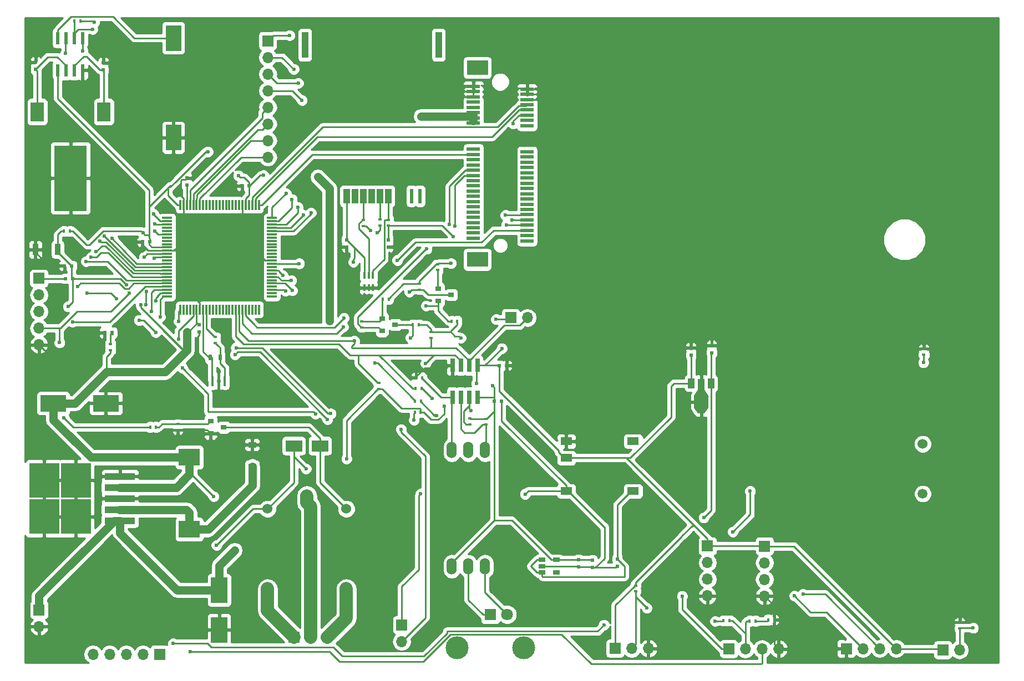
<source format=gtl>
G04 #@! TF.FileFunction,Copper,L1,Top,Signal*
%FSLAX46Y46*%
G04 Gerber Fmt 4.6, Leading zero omitted, Abs format (unit mm)*
G04 Created by KiCad (PCBNEW 4.0.7) date 06/14/18 07:18:42*
%MOMM*%
%LPD*%
G01*
G04 APERTURE LIST*
%ADD10C,0.100000*%
%ADD11R,4.600000X1.100000*%
%ADD12R,4.550000X5.250000*%
%ADD13C,0.600000*%
%ADD14C,1.500000*%
%ADD15C,1.524000*%
%ADD16R,3.200000X2.300000*%
%ADD17R,2.000000X0.600000*%
%ADD18R,1.700000X1.700000*%
%ADD19O,1.700000X1.700000*%
%ADD20R,2.400000X3.900000*%
%ADD21R,0.600000X0.500000*%
%ADD22R,0.500000X0.600000*%
%ADD23R,2.500000X4.000000*%
%ADD24R,4.000000X2.500000*%
%ADD25R,0.600000X0.700000*%
%ADD26R,0.400000X1.050000*%
%ADD27R,1.200000X0.900000*%
%ADD28R,2.500000X1.800000*%
%ADD29O,1.542000X2.540000*%
%ADD30O,1.524000X2.540000*%
%ADD31C,3.500000*%
%ADD32R,1.800000X1.800000*%
%ADD33C,1.800000*%
%ADD34R,1.000000X2.300000*%
%ADD35R,0.500000X2.300000*%
%ADD36R,1.000000X4.000000*%
%ADD37R,3.200000X2.600000*%
%ADD38R,0.900000X0.800000*%
%ADD39R,0.400000X0.600000*%
%ADD40R,0.600000X0.400000*%
%ADD41R,0.900000X1.700000*%
%ADD42R,0.660000X2.070000*%
%ADD43R,0.533400X1.981200*%
%ADD44R,1.800000X1.200000*%
%ADD45R,1.500000X0.350000*%
%ADD46R,0.350000X1.500000*%
%ADD47R,1.060000X0.650000*%
%ADD48R,0.300000X1.600000*%
%ADD49R,2.000000X3.000000*%
%ADD50R,5.000000X10.000000*%
%ADD51R,1.000000X1.500000*%
%ADD52R,1.000000X1.800000*%
%ADD53R,2.200000X1.840000*%
%ADD54R,0.500000X0.900000*%
%ADD55C,0.250000*%
%ADD56C,1.300000*%
%ADD57C,2.000000*%
%ADD58C,0.254000*%
G04 APERTURE END LIST*
D10*
D11*
X69605000Y-105670000D03*
X69605000Y-103970000D03*
X69605000Y-102270000D03*
X69605000Y-100570000D03*
X69605000Y-98870000D03*
D12*
X58030000Y-99495000D03*
X62880000Y-105045000D03*
X58030000Y-105045000D03*
X62880000Y-99495000D03*
D13*
X74810000Y-87320000D03*
X75350000Y-109340000D03*
X62470000Y-123070000D03*
X78890000Y-110630000D03*
X161210000Y-52190000D03*
X182690000Y-41430000D03*
X173130000Y-90610000D03*
X192260000Y-45700000D03*
X167110000Y-60300000D03*
X145020000Y-75670000D03*
X169820000Y-79940000D03*
X166980000Y-66610000D03*
X57050000Y-81780000D03*
X71320000Y-77360000D03*
D14*
X192130000Y-101530000D03*
D15*
X192130000Y-93930000D03*
D16*
X124150000Y-36450000D03*
X124150000Y-65750000D03*
D17*
X123550000Y-39300000D03*
X131750000Y-39700000D03*
X123550000Y-40100000D03*
X131750000Y-40500000D03*
X123550000Y-40900000D03*
X131750000Y-41300000D03*
X123550000Y-41700000D03*
X131750000Y-42100000D03*
X123550000Y-42500000D03*
X131750000Y-42900000D03*
X123550000Y-43300000D03*
X131750000Y-43700000D03*
X123550000Y-44100000D03*
X131750000Y-44500000D03*
X123550000Y-44900000D03*
X131750000Y-45300000D03*
X123550000Y-48900000D03*
X131750000Y-49300000D03*
X123550000Y-49700000D03*
X131750000Y-50100000D03*
X123550000Y-50500000D03*
X131750000Y-50900000D03*
X123550000Y-51300000D03*
X131750000Y-51700000D03*
X123550000Y-52100000D03*
X131750000Y-52500000D03*
X123550000Y-52900000D03*
X131750000Y-53300000D03*
X123550000Y-53700000D03*
X131750000Y-54100000D03*
X123550000Y-54500000D03*
X131750000Y-54900000D03*
X123550000Y-55300000D03*
X131750000Y-55700000D03*
X123550000Y-56100000D03*
X131750000Y-56500000D03*
X123550000Y-56900000D03*
X131750000Y-57300000D03*
X123550000Y-57700000D03*
X131750000Y-58100000D03*
X123550000Y-58500000D03*
X131750000Y-58900000D03*
X123550000Y-59300000D03*
X131750000Y-59700000D03*
X123550000Y-60100000D03*
X131750000Y-60500000D03*
X123550000Y-60900000D03*
X131750000Y-61300000D03*
X123550000Y-61700000D03*
X131750000Y-62100000D03*
X123550000Y-62500000D03*
X131750000Y-62900000D03*
D13*
X103930000Y-68700000D03*
X112680000Y-62470000D03*
X71660000Y-86890000D03*
X117880000Y-82940000D03*
X57070000Y-31310000D03*
X138360000Y-107980000D03*
X130870000Y-97170000D03*
X110150000Y-108500000D03*
X113990000Y-73270000D03*
X159400000Y-75090000D03*
X167790000Y-48110000D03*
X140660000Y-45420000D03*
X112050000Y-37920000D03*
X55910000Y-84210000D03*
X81400000Y-80810000D03*
X72080000Y-64570000D03*
X70040000Y-81140000D03*
X59760000Y-74610000D03*
X63960000Y-64730000D03*
X70430000Y-62810000D03*
X85840000Y-54920000D03*
X73230000Y-41390000D03*
X56490000Y-48410000D03*
X84820000Y-38440000D03*
X69050000Y-55230000D03*
X57490000Y-110190000D03*
X85180000Y-96200000D03*
D18*
X145170000Y-125170000D03*
D19*
X147710000Y-125170000D03*
X150250000Y-125170000D03*
D20*
X77760000Y-31900000D03*
X77760000Y-47100000D03*
D21*
X62230000Y-66710000D03*
X61130000Y-66710000D03*
X128610000Y-81950000D03*
X127510000Y-81950000D03*
X61270000Y-68650000D03*
X62370000Y-68650000D03*
X89330000Y-54480000D03*
X88230000Y-54480000D03*
X74110000Y-63030000D03*
X73010000Y-63030000D03*
D22*
X81650000Y-75710000D03*
X81650000Y-76810000D03*
X141680000Y-112820000D03*
X141680000Y-111720000D03*
X56740000Y-36700000D03*
X56740000Y-35600000D03*
X67060000Y-36780000D03*
X67060000Y-35680000D03*
X145500000Y-112600000D03*
X145500000Y-111500000D03*
X139590000Y-111650000D03*
X139590000Y-112750000D03*
X79790000Y-54400000D03*
X79790000Y-53300000D03*
X110540000Y-63830000D03*
X110540000Y-62730000D03*
X104200000Y-63830000D03*
X104200000Y-62730000D03*
D23*
X84750000Y-116250000D03*
X84750000Y-122350000D03*
D24*
X59440000Y-87720000D03*
X67440000Y-87720000D03*
D25*
X68370000Y-76950000D03*
X67270000Y-76950000D03*
D26*
X108220000Y-68210000D03*
X107570000Y-68210000D03*
X106920000Y-68210000D03*
X106920000Y-70060000D03*
X107570000Y-70060000D03*
X108220000Y-70060000D03*
D27*
X89790000Y-97350000D03*
X89790000Y-94050000D03*
D28*
X96140000Y-94220000D03*
X100140000Y-94220000D03*
D29*
X120240000Y-94880000D03*
D30*
X122780000Y-94880000D03*
X125320000Y-94880000D03*
X120240000Y-112660000D03*
X122780000Y-112660000D03*
X125320000Y-112660000D03*
D18*
X92160000Y-32330000D03*
D19*
X92160000Y-34870000D03*
X92160000Y-37410000D03*
X92160000Y-39950000D03*
X92160000Y-42490000D03*
X92160000Y-45030000D03*
X92160000Y-47570000D03*
X92160000Y-50110000D03*
D18*
X57260000Y-119290000D03*
D19*
X57260000Y-121830000D03*
D18*
X57230000Y-68620000D03*
D19*
X57230000Y-71160000D03*
X57230000Y-73700000D03*
X57230000Y-76240000D03*
X57230000Y-78780000D03*
D18*
X129250000Y-74650000D03*
D19*
X131790000Y-74650000D03*
D18*
X180470000Y-125210000D03*
D19*
X183010000Y-125210000D03*
X185550000Y-125210000D03*
X188090000Y-125210000D03*
D18*
X167980000Y-109540000D03*
D19*
X167980000Y-112080000D03*
X167980000Y-114620000D03*
X167980000Y-117160000D03*
D18*
X159280000Y-109520000D03*
D19*
X159280000Y-112060000D03*
X159280000Y-114600000D03*
X159280000Y-117140000D03*
D31*
X131230000Y-125080000D03*
X121070000Y-125080000D03*
D32*
X126150000Y-120000000D03*
D33*
X128690000Y-120000000D03*
D18*
X162510000Y-125250000D03*
D19*
X165050000Y-125250000D03*
X167590000Y-125250000D03*
X170130000Y-125250000D03*
D34*
X104190000Y-56050000D03*
X105460000Y-56050000D03*
X106730000Y-56050000D03*
X109270000Y-56050000D03*
X110540000Y-56050000D03*
X108000000Y-56050000D03*
D35*
X114080000Y-56050000D03*
X115380000Y-56050000D03*
D36*
X97840000Y-32950000D03*
X118240000Y-32950000D03*
D18*
X195190000Y-125400000D03*
D19*
X197730000Y-125400000D03*
D18*
X96170000Y-123470000D03*
D19*
X98710000Y-123470000D03*
X101250000Y-123470000D03*
D15*
X104140000Y-116050000D03*
X104140000Y-103850000D03*
X92140000Y-116050000D03*
X92140000Y-103850000D03*
X98140000Y-101850000D03*
D37*
X80200000Y-106990000D03*
X80200000Y-95990000D03*
D38*
X118160000Y-70200000D03*
X118160000Y-72100000D03*
X120160000Y-71150000D03*
X109610000Y-74760000D03*
X109610000Y-76660000D03*
X111610000Y-75710000D03*
X83440000Y-90440000D03*
X83440000Y-92340000D03*
X85440000Y-91390000D03*
D39*
X61960000Y-61420000D03*
X61060000Y-61420000D03*
D40*
X68140000Y-79580000D03*
X68140000Y-78680000D03*
X125470000Y-90070000D03*
X125470000Y-90970000D03*
D39*
X114720000Y-85490000D03*
X115620000Y-85490000D03*
X115520000Y-87390000D03*
X114620000Y-87390000D03*
D40*
X84150000Y-77580000D03*
X84150000Y-78480000D03*
X122990000Y-90040000D03*
X122990000Y-90940000D03*
D39*
X115690000Y-83810000D03*
X114790000Y-83810000D03*
X114600000Y-89100000D03*
X115500000Y-89100000D03*
X62630000Y-29300000D03*
X63530000Y-29300000D03*
D40*
X117060000Y-76810000D03*
X117060000Y-77710000D03*
D39*
X161720000Y-120930000D03*
X162620000Y-120930000D03*
X165710000Y-120980000D03*
X166610000Y-120980000D03*
X168550000Y-120800000D03*
X169450000Y-120800000D03*
D40*
X109080000Y-85540000D03*
X109080000Y-84640000D03*
X148310000Y-115550000D03*
X148310000Y-116450000D03*
X192300000Y-80300000D03*
X192300000Y-79400000D03*
D39*
X74210000Y-91340000D03*
X75110000Y-91340000D03*
D40*
X78430000Y-91790000D03*
X78430000Y-90890000D03*
X197790000Y-121200000D03*
X197790000Y-122100000D03*
X118100000Y-67370000D03*
X118100000Y-66470000D03*
X115330000Y-70340000D03*
X115330000Y-69440000D03*
D39*
X120190000Y-75170000D03*
X121090000Y-75170000D03*
X109710000Y-71800000D03*
X110610000Y-71800000D03*
D40*
X106510000Y-76100000D03*
X106510000Y-75200000D03*
D39*
X114320000Y-75720000D03*
X115220000Y-75720000D03*
D40*
X106730000Y-60630000D03*
X106730000Y-59730000D03*
X109260000Y-60550000D03*
X109260000Y-59650000D03*
X110550000Y-60570000D03*
X110550000Y-59670000D03*
D41*
X60100000Y-64230000D03*
X56700000Y-64230000D03*
D42*
X124150000Y-81930000D03*
X122880000Y-81930000D03*
X121610000Y-81930000D03*
X120340000Y-81930000D03*
X120340000Y-86780000D03*
X121610000Y-86780000D03*
X122880000Y-86780000D03*
X124150000Y-86780000D03*
D43*
X60090000Y-36840000D03*
X61360000Y-36840000D03*
X62630000Y-36840000D03*
X63900000Y-36840000D03*
X63900000Y-31912400D03*
X62630000Y-31912400D03*
X61360000Y-31912400D03*
X60090000Y-31912400D03*
D44*
X147920000Y-101140000D03*
X147920000Y-93520000D03*
X137720000Y-101140000D03*
X137720000Y-96060000D03*
X137720000Y-93520000D03*
D45*
X76800000Y-59400000D03*
X76800000Y-59900000D03*
X76800000Y-60400000D03*
X76800000Y-60900000D03*
X76800000Y-61400000D03*
X76800000Y-61900000D03*
X76800000Y-62400000D03*
X76800000Y-62900000D03*
X76800000Y-63400000D03*
X76800000Y-63900000D03*
X76800000Y-64400000D03*
X76800000Y-64900000D03*
X76800000Y-65400000D03*
X76800000Y-65900000D03*
X76800000Y-66400000D03*
X76800000Y-66900000D03*
X76800000Y-67400000D03*
X76800000Y-67900000D03*
X76800000Y-68400000D03*
X76800000Y-68900000D03*
X76800000Y-69400000D03*
X76800000Y-69900000D03*
X76800000Y-70400000D03*
X76800000Y-70900000D03*
X76800000Y-71400000D03*
D46*
X78800000Y-73400000D03*
X79300000Y-73400000D03*
X79800000Y-73400000D03*
X80300000Y-73400000D03*
X80800000Y-73400000D03*
X81300000Y-73400000D03*
X81800000Y-73400000D03*
X82300000Y-73400000D03*
X82800000Y-73400000D03*
X83300000Y-73400000D03*
X83800000Y-73400000D03*
X84300000Y-73400000D03*
X84800000Y-73400000D03*
X85300000Y-73400000D03*
X85800000Y-73400000D03*
X86300000Y-73400000D03*
X86800000Y-73400000D03*
X87300000Y-73400000D03*
X87800000Y-73400000D03*
X88300000Y-73400000D03*
X88800000Y-73400000D03*
X89300000Y-73400000D03*
X89800000Y-73400000D03*
X90300000Y-73400000D03*
X90800000Y-73400000D03*
D45*
X92800000Y-71400000D03*
X92800000Y-70900000D03*
X92800000Y-70400000D03*
X92800000Y-69900000D03*
X92800000Y-69400000D03*
X92800000Y-68900000D03*
X92800000Y-68400000D03*
X92800000Y-67900000D03*
X92800000Y-67400000D03*
X92800000Y-66900000D03*
X92800000Y-66400000D03*
X92800000Y-65900000D03*
X92800000Y-65400000D03*
X92800000Y-64900000D03*
X92800000Y-64400000D03*
X92800000Y-63900000D03*
X92800000Y-63400000D03*
X92800000Y-62900000D03*
X92800000Y-62400000D03*
X92800000Y-61900000D03*
X92800000Y-61400000D03*
X92800000Y-60900000D03*
X92800000Y-60400000D03*
X92800000Y-59900000D03*
X92800000Y-59400000D03*
D46*
X90800000Y-57400000D03*
X90300000Y-57400000D03*
X89800000Y-57400000D03*
X89300000Y-57400000D03*
X88800000Y-57400000D03*
X88300000Y-57400000D03*
X87800000Y-57400000D03*
X87300000Y-57400000D03*
X86800000Y-57400000D03*
X86300000Y-57400000D03*
X85800000Y-57400000D03*
X85300000Y-57400000D03*
X84800000Y-57400000D03*
X84300000Y-57400000D03*
X83800000Y-57400000D03*
X83300000Y-57400000D03*
X82800000Y-57400000D03*
X82300000Y-57400000D03*
X81800000Y-57400000D03*
X81300000Y-57400000D03*
X80800000Y-57400000D03*
X80300000Y-57400000D03*
X79800000Y-57400000D03*
X79300000Y-57400000D03*
X78800000Y-57400000D03*
D47*
X134000000Y-111650000D03*
X134000000Y-112600000D03*
X134000000Y-113550000D03*
X136200000Y-113550000D03*
X136200000Y-111650000D03*
D48*
X83720000Y-84340000D03*
X84670000Y-84340000D03*
X85620000Y-84340000D03*
D49*
X67140000Y-43180000D03*
D50*
X62060000Y-53340000D03*
D49*
X56980000Y-43180000D03*
D18*
X112610000Y-121580000D03*
D19*
X112610000Y-124120000D03*
D21*
X127860000Y-87410000D03*
X126760000Y-87410000D03*
D13*
X85990000Y-87170000D03*
D22*
X156760000Y-80360000D03*
X156760000Y-79260000D03*
X159920000Y-79990000D03*
X159920000Y-78890000D03*
D10*
G36*
X159420000Y-88392000D02*
X158820000Y-89242000D01*
X157820000Y-89242000D01*
X157220000Y-88392000D01*
X159420000Y-88392000D01*
X159420000Y-88392000D01*
G37*
D51*
X159820000Y-84670000D03*
D52*
X158320000Y-84816500D03*
D51*
X156820000Y-84670000D03*
D53*
X158320000Y-87483500D03*
D10*
G36*
X157220000Y-86573800D02*
X157920000Y-85573800D01*
X158720000Y-85573800D01*
X159420000Y-86573800D01*
X157220000Y-86573800D01*
X157220000Y-86573800D01*
G37*
D54*
X84870000Y-80750000D03*
X83370000Y-80750000D03*
D18*
X75650000Y-126060000D03*
D19*
X73110000Y-126060000D03*
X70570000Y-126060000D03*
X68030000Y-126060000D03*
X65490000Y-126060000D03*
D13*
X98750000Y-58620000D03*
X192240000Y-81490000D03*
X61670000Y-72940000D03*
X70610000Y-69580000D03*
X78530000Y-77930000D03*
X60365010Y-78460000D03*
X96950000Y-66360000D03*
X91510000Y-52850000D03*
X121640000Y-77750000D03*
X127880000Y-79340000D03*
X124030000Y-84660000D03*
X119110000Y-88130000D03*
X104170000Y-96200000D03*
X98000000Y-97720000D03*
X70980000Y-70860000D03*
X73100000Y-61690000D03*
X84350000Y-109400000D03*
X83910000Y-101950000D03*
X87660000Y-52920000D03*
X83020000Y-49280000D03*
X72770000Y-72650000D03*
X131440000Y-101580000D03*
X126450000Y-85030000D03*
X114480000Y-90280000D03*
X155400000Y-117180000D03*
X158710000Y-105190000D03*
X87120000Y-110160000D03*
X115550000Y-43860000D03*
X99800000Y-53130000D03*
X101590000Y-75150000D03*
X117920000Y-89580000D03*
X123200000Y-88800000D03*
X117210000Y-86980000D03*
X115500000Y-101530000D03*
X103700000Y-76050000D03*
X112510000Y-91680000D03*
X103780000Y-74680000D03*
X95500000Y-31500000D03*
X94960000Y-55640000D03*
X96125000Y-36660000D03*
X95850000Y-56540000D03*
X96800000Y-38790000D03*
X96750000Y-57740000D03*
X199830000Y-122040000D03*
X97380000Y-41420000D03*
X97640000Y-58950000D03*
X74730000Y-58810000D03*
X74930000Y-60300000D03*
X127010000Y-74890000D03*
X116250000Y-81650000D03*
X105360000Y-78200000D03*
X108520000Y-81580000D03*
X172540000Y-117140000D03*
X75104443Y-72055557D03*
X73664443Y-70615557D03*
X73568978Y-72690454D03*
X87160000Y-80280000D03*
X101270000Y-90160000D03*
X74420000Y-73720000D03*
X87320000Y-79250000D03*
X101770000Y-89280000D03*
X173860000Y-116900000D03*
X67190000Y-62160000D03*
X68433737Y-62506263D03*
X163140000Y-107350000D03*
X165790000Y-101140000D03*
X65940000Y-64550000D03*
X66565000Y-62890000D03*
X80290000Y-125700000D03*
X65210000Y-65380000D03*
X73280000Y-65390000D03*
X113960000Y-77710000D03*
X116320000Y-72820000D03*
X74835000Y-65530000D03*
X79155001Y-82340000D03*
X78550000Y-75200000D03*
X99440000Y-89330000D03*
X150020000Y-119000000D03*
X94440000Y-68180000D03*
X65440000Y-30580000D03*
X95770000Y-68930000D03*
X65700000Y-29500000D03*
X75730000Y-74530000D03*
X75070000Y-76900000D03*
X72510000Y-75020000D03*
X69058737Y-71710000D03*
X64560000Y-70910000D03*
X160450000Y-121010000D03*
X143480000Y-121580000D03*
X77710000Y-124430000D03*
X61040000Y-89900000D03*
X74940000Y-61430000D03*
X63930000Y-33870000D03*
X94860000Y-70530000D03*
X61290000Y-34240000D03*
X95900000Y-70490000D03*
X120140000Y-66330000D03*
X129610000Y-45010000D03*
X119860000Y-60355000D03*
X116430000Y-64130000D03*
X120710000Y-60650000D03*
X113780000Y-70710000D03*
X128460000Y-58980000D03*
X107860000Y-61280000D03*
X129480000Y-59730000D03*
X108870000Y-61620000D03*
X128610000Y-60440000D03*
X120450000Y-62220000D03*
X105230000Y-66150000D03*
X111940000Y-65850000D03*
X64420000Y-66040000D03*
X63125000Y-69880000D03*
X62360000Y-75300000D03*
D55*
X68544999Y-28674999D02*
X71770000Y-31900000D01*
X71770000Y-31900000D02*
X77760000Y-31900000D01*
X60090000Y-31912400D02*
X60090000Y-30671800D01*
X60090000Y-30671800D02*
X62086801Y-28674999D01*
X62086801Y-28674999D02*
X68544999Y-28674999D01*
X67270000Y-76950000D02*
X67270000Y-77000000D01*
X64640001Y-79629999D02*
X58079999Y-79629999D01*
X58079999Y-79629999D02*
X57230000Y-78780000D01*
X67270000Y-76950000D02*
X67270000Y-76900000D01*
X71020001Y-77060001D02*
X71320000Y-77360000D01*
X70234999Y-76274999D02*
X71020001Y-77060001D01*
X70040000Y-81140000D02*
X70040000Y-78640000D01*
X70040000Y-78640000D02*
X71320000Y-77360000D01*
X110540000Y-63830000D02*
X111320000Y-63830000D01*
X111320000Y-63830000D02*
X112680000Y-62470000D01*
X104200000Y-63830000D02*
X104200000Y-68430000D01*
X104200000Y-68430000D02*
X103930000Y-68700000D01*
X56740000Y-35600000D02*
X56740000Y-31640000D01*
X56740000Y-31640000D02*
X57070000Y-31310000D01*
X131750000Y-41300000D02*
X133000000Y-41300000D01*
X133000000Y-41300000D02*
X134080000Y-40220000D01*
X134080000Y-40220000D02*
X134080000Y-39700000D01*
X131750000Y-40500000D02*
X133280000Y-40500000D01*
X133280000Y-40500000D02*
X134080000Y-39700000D01*
X134080000Y-39700000D02*
X134160000Y-39780000D01*
X131750000Y-39700000D02*
X134080000Y-39700000D01*
X123550000Y-40900000D02*
X122300000Y-40900000D01*
X122300000Y-40900000D02*
X121120000Y-39720000D01*
X121120000Y-39720000D02*
X121120000Y-39640000D01*
X121960000Y-39640000D02*
X121120000Y-39640000D01*
X121120000Y-39640000D02*
X120550000Y-39640000D01*
X123550000Y-40100000D02*
X122300000Y-40100000D01*
X122300000Y-40100000D02*
X121840000Y-39640000D01*
X121840000Y-39640000D02*
X121120000Y-39640000D01*
X123550000Y-39300000D02*
X122300000Y-39300000D01*
X122300000Y-39300000D02*
X121960000Y-39640000D01*
X123550000Y-39300000D02*
X123550000Y-40100000D01*
X123550000Y-40900000D02*
X123550000Y-40100000D01*
X61130000Y-66710000D02*
X58780000Y-66710000D01*
X58780000Y-66710000D02*
X56700000Y-64630000D01*
X56700000Y-64630000D02*
X56700000Y-64230000D01*
X81650000Y-76810000D02*
X81650000Y-77360000D01*
X81650000Y-77360000D02*
X81400000Y-77610000D01*
X81400000Y-77610000D02*
X81400000Y-80810000D01*
X79300000Y-57400000D02*
X79300000Y-62720000D01*
X81800000Y-73400000D02*
X81800000Y-72400000D01*
X79300000Y-62720000D02*
X79300000Y-62910002D01*
X81800000Y-72400000D02*
X79300000Y-69900000D01*
X79300000Y-69900000D02*
X79300000Y-62720000D01*
X88300000Y-57400000D02*
X88300000Y-62410002D01*
X88300000Y-62410002D02*
X91789998Y-65900000D01*
X91789998Y-65900000D02*
X91800000Y-65900000D01*
X91800000Y-65900000D02*
X92800000Y-65900000D01*
X79300000Y-62910002D02*
X77810002Y-64400000D01*
X77810002Y-64400000D02*
X77800000Y-64400000D01*
X77800000Y-64400000D02*
X76800000Y-64400000D01*
X79080000Y-53530000D02*
X79560000Y-53530000D01*
X79560000Y-53530000D02*
X79790000Y-53300000D01*
X78870000Y-53740000D02*
X79080000Y-53530000D01*
X78870000Y-55970000D02*
X78870000Y-53740000D01*
X79300000Y-57400000D02*
X79300000Y-56400000D01*
X79300000Y-56400000D02*
X78870000Y-55970000D01*
X76800000Y-64400000D02*
X73880000Y-64400000D01*
X73010000Y-63530000D02*
X73010000Y-63030000D01*
X73880000Y-64400000D02*
X73010000Y-63530000D01*
X169450000Y-120800000D02*
X169450000Y-118630000D01*
X169450000Y-118630000D02*
X167980000Y-117160000D01*
X169450000Y-120800000D02*
X169450000Y-124570000D01*
X169450000Y-124570000D02*
X170130000Y-125250000D01*
X78430000Y-91790000D02*
X82890000Y-91790000D01*
X82890000Y-91790000D02*
X83440000Y-92340000D01*
X114790000Y-83810000D02*
X114790000Y-83624998D01*
X114790000Y-83624998D02*
X116139997Y-82275001D01*
X116139997Y-82275001D02*
X119414999Y-82275001D01*
X119414999Y-82275001D02*
X119760000Y-81930000D01*
X119760000Y-81930000D02*
X120340000Y-81930000D01*
X92800000Y-61400000D02*
X96115002Y-61400000D01*
X96115002Y-61400000D02*
X98750000Y-58765002D01*
X98750000Y-58765002D02*
X98750000Y-58620000D01*
X192240000Y-81490000D02*
X192240000Y-80360000D01*
X192240000Y-80360000D02*
X192300000Y-80300000D01*
X62370000Y-68650000D02*
X62370000Y-72240000D01*
X62370000Y-72240000D02*
X61670000Y-72940000D01*
X60100000Y-64230000D02*
X60100000Y-61930000D01*
X60100000Y-61930000D02*
X60610000Y-61420000D01*
X60610000Y-61420000D02*
X61060000Y-61420000D01*
X62370000Y-68650000D02*
X69680000Y-68650000D01*
X69680000Y-68650000D02*
X70610000Y-69580000D01*
X62230000Y-66710000D02*
X62230000Y-68510000D01*
X62230000Y-68510000D02*
X62370000Y-68650000D01*
X60100000Y-64230000D02*
X60100000Y-64630000D01*
X60100000Y-64630000D02*
X62180000Y-66710000D01*
X62180000Y-66710000D02*
X62230000Y-66710000D01*
X80800000Y-74400000D02*
X78530000Y-76670000D01*
X78530000Y-76670000D02*
X78530000Y-77930000D01*
X80800000Y-74400000D02*
X80800000Y-73400000D01*
X188090000Y-125210000D02*
X195000000Y-125210000D01*
X195000000Y-125210000D02*
X195190000Y-125400000D01*
X60320000Y-76240000D02*
X60500000Y-76240000D01*
X57230000Y-76240000D02*
X60320000Y-76240000D01*
X60320000Y-76240000D02*
X60320000Y-78414990D01*
X60320000Y-78414990D02*
X60365010Y-78460000D01*
X60500000Y-76240000D02*
X63090000Y-73650000D01*
X156820000Y-84670000D02*
X156820000Y-80420000D01*
X156820000Y-80420000D02*
X156760000Y-80360000D01*
X153700000Y-85140000D02*
X154170000Y-84670000D01*
X154170000Y-84670000D02*
X156820000Y-84670000D01*
X153700000Y-89825002D02*
X153700000Y-85140000D01*
X146920000Y-96060000D02*
X147465002Y-96060000D01*
X147465002Y-96060000D02*
X153700000Y-89825002D01*
X96950000Y-66360000D02*
X96525736Y-66360000D01*
X96525736Y-66360000D02*
X96485736Y-66400000D01*
X96485736Y-66400000D02*
X93800000Y-66400000D01*
X93800000Y-66400000D02*
X92800000Y-66400000D01*
X89330000Y-54480000D02*
X89380000Y-54480000D01*
X89380000Y-54480000D02*
X91010000Y-52850000D01*
X91010000Y-52850000D02*
X91510000Y-52850000D01*
X74050000Y-57700000D02*
X76970000Y-54780000D01*
X76970000Y-54780000D02*
X77265002Y-54484998D01*
X78800000Y-57400000D02*
X78375000Y-57400000D01*
X78375000Y-57400000D02*
X76970000Y-55995000D01*
X76970000Y-55995000D02*
X76970000Y-54780000D01*
X74110000Y-63030000D02*
X74110000Y-62530000D01*
X74110000Y-62530000D02*
X74050000Y-62470000D01*
X74050000Y-62470000D02*
X74050000Y-62190000D01*
X74050000Y-63500000D02*
X74050000Y-63090000D01*
X74050000Y-63090000D02*
X74110000Y-63030000D01*
X74050000Y-57700000D02*
X74050000Y-55114998D01*
X74050000Y-55114998D02*
X60090000Y-41154998D01*
X60090000Y-41154998D02*
X60090000Y-38080600D01*
X60090000Y-38080600D02*
X60090000Y-36840000D01*
X61960000Y-61420000D02*
X62410000Y-61420000D01*
X67030000Y-61380000D02*
X72790000Y-61380000D01*
X62410000Y-61420000D02*
X64505001Y-63515001D01*
X64505001Y-63515001D02*
X64894999Y-63515001D01*
X72800001Y-61390001D02*
X73100000Y-61690000D01*
X64894999Y-63515001D02*
X67030000Y-61380000D01*
X72790000Y-61380000D02*
X72800001Y-61390001D01*
X167980000Y-109540000D02*
X172420000Y-109540000D01*
X172420000Y-109540000D02*
X188090000Y-125210000D01*
X157290000Y-106430000D02*
X157610000Y-106750000D01*
X146920000Y-96060000D02*
X157610000Y-106750000D01*
X157610000Y-106750000D02*
X159280000Y-108420000D01*
X137720000Y-96060000D02*
X146920000Y-96060000D01*
X120000000Y-76810000D02*
X120050000Y-76760000D01*
X120050000Y-76760000D02*
X121090000Y-75720000D01*
X121340001Y-77450001D02*
X120740001Y-77450001D01*
X121640000Y-77750000D02*
X121340001Y-77450001D01*
X120740001Y-77450001D02*
X120050000Y-76760000D01*
X124150000Y-81930000D02*
X125290000Y-81930000D01*
X125290000Y-81930000D02*
X127880000Y-79340000D01*
X127510000Y-81950000D02*
X127510000Y-85850000D01*
X127510000Y-85850000D02*
X136570000Y-94910000D01*
X136570000Y-94910000D02*
X136570000Y-95210000D01*
X136570000Y-95210000D02*
X137420000Y-96060000D01*
X137420000Y-96060000D02*
X137720000Y-96060000D01*
X124030000Y-84660000D02*
X124030000Y-82050000D01*
X124030000Y-82050000D02*
X124150000Y-81930000D01*
X115500000Y-89100000D02*
X115950000Y-89100000D01*
X115950000Y-89100000D02*
X117055001Y-90205001D01*
X117055001Y-90205001D02*
X118220001Y-90205001D01*
X118220001Y-90205001D02*
X119110000Y-89315002D01*
X119110000Y-89315002D02*
X119110000Y-88130000D01*
X109080000Y-85540000D02*
X109630000Y-85540000D01*
X109630000Y-85540000D02*
X112564999Y-88474999D01*
X112564999Y-88474999D02*
X115424999Y-88474999D01*
X115424999Y-88474999D02*
X115500000Y-88550000D01*
X115500000Y-88550000D02*
X115500000Y-89100000D01*
X104170000Y-96200000D02*
X104170000Y-90350000D01*
X104170000Y-90350000D02*
X108980000Y-85540000D01*
X108980000Y-85540000D02*
X109080000Y-85540000D01*
X96140000Y-94220000D02*
X96140000Y-95860000D01*
X96140000Y-95860000D02*
X98000000Y-97720000D01*
X68190000Y-73650000D02*
X70980000Y-70860000D01*
X63090000Y-73650000D02*
X68190000Y-73650000D01*
X74050000Y-62190000D02*
X74050000Y-60810000D01*
X73100000Y-61690000D02*
X73399999Y-61989999D01*
X73399999Y-61989999D02*
X73849999Y-61989999D01*
X73849999Y-61989999D02*
X74050000Y-62190000D01*
X156930000Y-106430000D02*
X157290000Y-106430000D01*
X159280000Y-108420000D02*
X159280000Y-109520000D01*
X155350000Y-108010000D02*
X156930000Y-106430000D01*
X155350000Y-108060000D02*
X155350000Y-108010000D01*
X148310000Y-115550000D02*
X148310000Y-115100000D01*
X148310000Y-115100000D02*
X155350000Y-108060000D01*
X68140000Y-79580000D02*
X68140000Y-80030000D01*
X68140000Y-80030000D02*
X67520000Y-80650000D01*
X67520000Y-80650000D02*
X67520000Y-82940000D01*
X76800000Y-63900000D02*
X75799999Y-63900001D01*
X75799999Y-63900001D02*
X75789997Y-63900001D01*
X74050000Y-63500000D02*
X74450001Y-63900001D01*
X74450001Y-63900001D02*
X75789997Y-63900001D01*
X75789997Y-63900001D02*
X75789998Y-63900000D01*
X79829999Y-79640001D02*
X79314999Y-79640001D01*
X79314999Y-79640001D02*
X72770000Y-73095002D01*
X72770000Y-73095002D02*
X72770000Y-73074264D01*
X72770000Y-73074264D02*
X72770000Y-72650000D01*
D56*
X79829999Y-79640001D02*
X79829999Y-79320000D01*
X79829999Y-79320000D02*
X79829999Y-76800001D01*
D55*
X76170000Y-76550000D02*
X78940000Y-79320000D01*
X78940000Y-79320000D02*
X79829999Y-79320000D01*
D56*
X76530000Y-82940000D02*
X79829999Y-79640001D01*
X62740000Y-87720000D02*
X67520000Y-82940000D01*
X67520000Y-82940000D02*
X76530000Y-82940000D01*
D55*
X148310000Y-115550000D02*
X148210000Y-115550000D01*
X148210000Y-115550000D02*
X145170000Y-118590000D01*
X145170000Y-124070000D02*
X145170000Y-125170000D01*
X145170000Y-118590000D02*
X145170000Y-124070000D01*
X159280000Y-109520000D02*
X167960000Y-109520000D01*
X167960000Y-109520000D02*
X167980000Y-109540000D01*
X84350000Y-109400000D02*
X89900000Y-103850000D01*
X89900000Y-103850000D02*
X92140000Y-103850000D01*
X80200000Y-95990000D02*
X80200000Y-98240000D01*
X80200000Y-98240000D02*
X83910000Y-101950000D01*
X63090000Y-73650000D02*
X65770000Y-73650000D01*
X78034998Y-53920000D02*
X82674998Y-49280000D01*
X77470000Y-54484998D02*
X78034998Y-53920000D01*
X77289998Y-54665000D02*
X77470000Y-54484998D01*
X77265002Y-54484998D02*
X77470000Y-54484998D01*
X74050000Y-60810000D02*
X74050000Y-60639998D01*
X74050000Y-60810000D02*
X74050000Y-57700000D01*
X89330000Y-54480000D02*
X89330000Y-55859998D01*
X89330000Y-55859998D02*
X88800000Y-56389998D01*
X88800000Y-56389998D02*
X88800000Y-56400000D01*
X88800000Y-56400000D02*
X88800000Y-57400000D01*
X87660000Y-52920000D02*
X87959999Y-53219999D01*
X87959999Y-53219999D02*
X88569999Y-53219999D01*
X88569999Y-53219999D02*
X89330000Y-53980000D01*
X89330000Y-53980000D02*
X89330000Y-54480000D01*
X82674998Y-49280000D02*
X83020000Y-49280000D01*
X81650000Y-75710000D02*
X81390000Y-75450000D01*
X81390000Y-75450000D02*
X81300000Y-75360000D01*
X79829999Y-76800001D02*
X80039999Y-76800001D01*
X80039999Y-76800001D02*
X81390000Y-75450000D01*
D56*
X59440000Y-87720000D02*
X62740000Y-87720000D01*
X80200000Y-95990000D02*
X65160000Y-95990000D01*
X65160000Y-95990000D02*
X59440000Y-90270000D01*
X59440000Y-90270000D02*
X59440000Y-87720000D01*
X69605000Y-100570000D02*
X78220000Y-100570000D01*
X80200000Y-98590000D02*
X80200000Y-95990000D01*
X78220000Y-100570000D02*
X80200000Y-98590000D01*
D55*
X96140000Y-94220000D02*
X96140000Y-99850000D01*
X96140000Y-99850000D02*
X92140000Y-103850000D01*
X81300000Y-75360000D02*
X81300000Y-73400000D01*
X60190000Y-87720000D02*
X59440000Y-87720000D01*
X124150000Y-81930000D02*
X127490000Y-81930000D01*
X127490000Y-81930000D02*
X127510000Y-81950000D01*
X117060000Y-76810000D02*
X120000000Y-76810000D01*
X121090000Y-75720000D02*
X121090000Y-75170000D01*
X115220000Y-75720000D02*
X116420000Y-75720000D01*
X117060000Y-76360000D02*
X117060000Y-76810000D01*
X116420000Y-75720000D02*
X117060000Y-76360000D01*
X61270000Y-68650000D02*
X57260000Y-68650000D01*
X57260000Y-68650000D02*
X57230000Y-68620000D01*
X120340000Y-86780000D02*
X118560000Y-86780000D01*
X118560000Y-86780000D02*
X115690000Y-83910000D01*
X115690000Y-83910000D02*
X115690000Y-83810000D01*
X120240000Y-94880000D02*
X120240000Y-86880000D01*
X120240000Y-86880000D02*
X120340000Y-86780000D01*
X137720000Y-101140000D02*
X131880000Y-101140000D01*
X131880000Y-101140000D02*
X131440000Y-101580000D01*
X137720000Y-101140000D02*
X137720000Y-100290000D01*
X137720000Y-100290000D02*
X127860000Y-90430000D01*
X127860000Y-90430000D02*
X127860000Y-87910000D01*
X127860000Y-87910000D02*
X127860000Y-87410000D01*
X143590000Y-106590000D02*
X143470000Y-106590000D01*
X143470000Y-106590000D02*
X138020000Y-101140000D01*
X138020000Y-101140000D02*
X137720000Y-101140000D01*
X143590000Y-111410000D02*
X143590000Y-106590000D01*
X141680000Y-112820000D02*
X142180000Y-112820000D01*
X142180000Y-112820000D02*
X143590000Y-111410000D01*
X141680000Y-112820000D02*
X145280000Y-112820000D01*
X145280000Y-112820000D02*
X145500000Y-112600000D01*
X139590000Y-112750000D02*
X141610000Y-112750000D01*
X141610000Y-112750000D02*
X141680000Y-112820000D01*
X134000000Y-112600000D02*
X139440000Y-112600000D01*
X139440000Y-112600000D02*
X139590000Y-112750000D01*
X126450000Y-85030000D02*
X126760000Y-85340000D01*
X126760000Y-85340000D02*
X126760000Y-87410000D01*
X139590000Y-111650000D02*
X141610000Y-111650000D01*
X141610000Y-111650000D02*
X141680000Y-111720000D01*
X136200000Y-111650000D02*
X136980000Y-111650000D01*
X136980000Y-111650000D02*
X139590000Y-111650000D01*
X126760000Y-105632000D02*
X129402000Y-105632000D01*
X129402000Y-105632000D02*
X135420000Y-111650000D01*
X135420000Y-111650000D02*
X136200000Y-111650000D01*
X126760000Y-88880000D02*
X126760000Y-105632000D01*
X126760000Y-105632000D02*
X120240000Y-112152000D01*
X120240000Y-112152000D02*
X120240000Y-112660000D01*
X125470000Y-90070000D02*
X123020000Y-90070000D01*
X123020000Y-90070000D02*
X122990000Y-90040000D01*
X114480000Y-90280000D02*
X114480000Y-89220000D01*
X114480000Y-89220000D02*
X114600000Y-89100000D01*
X126760000Y-87410000D02*
X126760000Y-88880000D01*
X126760000Y-88880000D02*
X125570000Y-90070000D01*
X125570000Y-90070000D02*
X125470000Y-90070000D01*
X124150000Y-86780000D02*
X126630000Y-86780000D01*
X126630000Y-86780000D02*
X126760000Y-86910000D01*
X126760000Y-86910000D02*
X126760000Y-87410000D01*
X58600000Y-34790000D02*
X60033900Y-34790000D01*
X60033900Y-34790000D02*
X61360000Y-36116100D01*
X61360000Y-36116100D02*
X61360000Y-36840000D01*
X56740000Y-36700000D02*
X56740000Y-36650000D01*
X56740000Y-36650000D02*
X58600000Y-34790000D01*
X56980000Y-43180000D02*
X56980000Y-36940000D01*
X56980000Y-36940000D02*
X56740000Y-36700000D01*
X64490000Y-34710000D02*
X64036100Y-34710000D01*
X64036100Y-34710000D02*
X62630000Y-36116100D01*
X62630000Y-36116100D02*
X62630000Y-36840000D01*
X67060000Y-36780000D02*
X66560000Y-36780000D01*
X66560000Y-36780000D02*
X64490000Y-34710000D01*
X67140000Y-43180000D02*
X67140000Y-36860000D01*
X67140000Y-36860000D02*
X67060000Y-36780000D01*
X145500000Y-111500000D02*
X145500000Y-103260000D01*
X145500000Y-103260000D02*
X147620000Y-101140000D01*
X147620000Y-101140000D02*
X147920000Y-101140000D01*
X146619999Y-114200001D02*
X146619999Y-112669999D01*
X146619999Y-112669999D02*
X145500000Y-111550000D01*
X145500000Y-111550000D02*
X145500000Y-111500000D01*
X134000000Y-113550000D02*
X134000000Y-114125000D01*
X134000000Y-114125000D02*
X134075001Y-114200001D01*
X134075001Y-114200001D02*
X146619999Y-114200001D01*
X132330000Y-112660000D02*
X132330000Y-112540000D01*
X132330000Y-112540000D02*
X133220000Y-111650000D01*
X133220000Y-111650000D02*
X134000000Y-111650000D01*
X134000000Y-113550000D02*
X133220000Y-113550000D01*
X133220000Y-113550000D02*
X132330000Y-112660000D01*
X79800000Y-57400000D02*
X79800000Y-54410000D01*
X79800000Y-54410000D02*
X79790000Y-54400000D01*
X155400000Y-117180000D02*
X155400000Y-119240000D01*
X155400000Y-119240000D02*
X161410000Y-125250000D01*
X161410000Y-125250000D02*
X162510000Y-125250000D01*
X159820000Y-84670000D02*
X159820000Y-104080000D01*
X159820000Y-104080000D02*
X158710000Y-105190000D01*
X159820000Y-84670000D02*
X159820000Y-80090000D01*
X159820000Y-80090000D02*
X159920000Y-79990000D01*
D56*
X84750000Y-116250000D02*
X84750000Y-112530000D01*
X84750000Y-112530000D02*
X87120000Y-110160000D01*
X69605000Y-105670000D02*
X69605000Y-107520000D01*
X69605000Y-107520000D02*
X78335000Y-116250000D01*
X78335000Y-116250000D02*
X82200000Y-116250000D01*
X82200000Y-116250000D02*
X84750000Y-116250000D01*
X57260000Y-119290000D02*
X57260000Y-117140000D01*
X57260000Y-117140000D02*
X68730000Y-105670000D01*
X68730000Y-105670000D02*
X69605000Y-105670000D01*
D55*
X123550000Y-44100000D02*
X123550000Y-44900000D01*
X123550000Y-44100000D02*
X123550000Y-43300000D01*
D56*
X123550000Y-44100000D02*
X123550000Y-43650001D01*
X123550000Y-44100000D02*
X123550000Y-44549991D01*
X115550000Y-43860000D02*
X123310000Y-43860000D01*
X123310000Y-43860000D02*
X123550000Y-44100000D01*
X101590000Y-75150000D02*
X101590000Y-54920000D01*
X101590000Y-54920000D02*
X99800000Y-53130000D01*
D55*
X68140000Y-78680000D02*
X68140000Y-77180000D01*
X68140000Y-77180000D02*
X68370000Y-76950000D01*
X108220000Y-68210000D02*
X108220000Y-67435000D01*
X110000000Y-59670000D02*
X110550000Y-59670000D01*
X108220000Y-67435000D02*
X109924999Y-65730001D01*
X109924999Y-65730001D02*
X109924999Y-59745001D01*
X109924999Y-59745001D02*
X110000000Y-59670000D01*
X110540000Y-56050000D02*
X110540000Y-59660000D01*
X110540000Y-59660000D02*
X110550000Y-59670000D01*
D56*
X80200000Y-106990000D02*
X83100000Y-106990000D01*
X83100000Y-106990000D02*
X89790000Y-100300000D01*
X89790000Y-100300000D02*
X89790000Y-99100000D01*
X89790000Y-99100000D02*
X89790000Y-97350000D01*
X69605000Y-103970000D02*
X79780000Y-103970000D01*
X79780000Y-103970000D02*
X80200000Y-104390000D01*
X80200000Y-104390000D02*
X80200000Y-106990000D01*
D55*
X100140000Y-94220000D02*
X100140000Y-99850000D01*
X100140000Y-99850000D02*
X104140000Y-103850000D01*
X85440000Y-91390000D02*
X98460000Y-91390000D01*
X98460000Y-91390000D02*
X100140000Y-93070000D01*
X100140000Y-93070000D02*
X100140000Y-94220000D01*
X115520000Y-87390000D02*
X115520000Y-87490000D01*
X115520000Y-87490000D02*
X117610000Y-89580000D01*
X117610000Y-89580000D02*
X117920000Y-89580000D01*
X122880000Y-86780000D02*
X122880000Y-88480000D01*
X122880000Y-88480000D02*
X123200000Y-88800000D01*
X122060010Y-90560010D02*
X122060010Y-88884990D01*
X122060010Y-88884990D02*
X122880000Y-88065000D01*
X122880000Y-88065000D02*
X122880000Y-86780000D01*
X122990000Y-90940000D02*
X122440000Y-90940000D01*
X122440000Y-90940000D02*
X122060010Y-90560010D01*
X122990000Y-86890000D02*
X122880000Y-86780000D01*
X115620000Y-85490000D02*
X115720000Y-85490000D01*
X115720000Y-85490000D02*
X117210000Y-86980000D01*
X121610000Y-86780000D02*
X121610000Y-91610000D01*
X121610000Y-91610000D02*
X122190000Y-92190000D01*
X122190000Y-92190000D02*
X123700000Y-92190000D01*
X123700000Y-92190000D02*
X124920000Y-90970000D01*
X124920000Y-90970000D02*
X125470000Y-90970000D01*
X125470000Y-90970000D02*
X125470000Y-94730000D01*
X125470000Y-94730000D02*
X125320000Y-94880000D01*
X125470000Y-90970000D02*
X125370000Y-90970000D01*
X122780000Y-112660000D02*
X122780000Y-117780000D01*
X122780000Y-117780000D02*
X125000000Y-120000000D01*
X125000000Y-120000000D02*
X126150000Y-120000000D01*
X125320000Y-112660000D02*
X125320000Y-116630000D01*
X125320000Y-116630000D02*
X128690000Y-120000000D01*
X115200001Y-101829999D02*
X115200001Y-113120000D01*
X112610000Y-121580000D02*
X112610000Y-115710001D01*
X112610000Y-115710001D02*
X115200001Y-113120000D01*
X115500000Y-101530000D02*
X115200001Y-101829999D01*
X89770000Y-77050000D02*
X102700000Y-77050000D01*
X102700000Y-77050000D02*
X103700000Y-76050000D01*
X88300000Y-75580000D02*
X89770000Y-77050000D01*
X88300000Y-73400000D02*
X88300000Y-75580000D01*
X116220000Y-118050000D02*
X116220000Y-118260000D01*
X116220000Y-95814264D02*
X116220000Y-118050000D01*
X116220000Y-118050000D02*
X116220000Y-120510000D01*
X116220000Y-120510000D02*
X112610000Y-124120000D01*
X112510000Y-91680000D02*
X112510000Y-92104264D01*
X112510000Y-92104264D02*
X116220000Y-95814264D01*
X90030000Y-75630000D02*
X90525010Y-76125010D01*
X90525010Y-76125010D02*
X102334990Y-76125010D01*
X102334990Y-76125010D02*
X103780000Y-74680000D01*
X88800000Y-73400000D02*
X88800000Y-74400000D01*
X88800000Y-74400000D02*
X90030000Y-75630000D01*
X95500000Y-31500000D02*
X92990000Y-31500000D01*
X92990000Y-31500000D02*
X92160000Y-32330000D01*
X92800000Y-59400000D02*
X92800000Y-57800000D01*
X92800000Y-57800000D02*
X94960000Y-55640000D01*
X96125000Y-36660000D02*
X94335000Y-34870000D01*
X94335000Y-34870000D02*
X92160000Y-34870000D01*
X95850000Y-57850000D02*
X95850000Y-56540000D01*
X92800000Y-59900000D02*
X93800000Y-59900000D01*
X93800000Y-59900000D02*
X95850000Y-57850000D01*
X96800000Y-38790000D02*
X93540000Y-38790000D01*
X93540000Y-38790000D02*
X92160000Y-37410000D01*
X94940000Y-60400000D02*
X96750000Y-58590000D01*
X96750000Y-58590000D02*
X96750000Y-57740000D01*
X92800000Y-60400000D02*
X94940000Y-60400000D01*
X197790000Y-122100000D02*
X197790000Y-125340000D01*
X197790000Y-125340000D02*
X197730000Y-125400000D01*
X199830000Y-122040000D02*
X197850000Y-122040000D01*
X197850000Y-122040000D02*
X197790000Y-122100000D01*
X97380000Y-41420000D02*
X95910000Y-39950000D01*
X95910000Y-39950000D02*
X92160000Y-39950000D01*
X92800000Y-60900000D02*
X95690000Y-60900000D01*
X95690000Y-60900000D02*
X97640000Y-58950000D01*
X80300000Y-57400000D02*
X80300000Y-55150998D01*
X80300000Y-55150998D02*
X91310001Y-44140997D01*
X91310001Y-44140997D02*
X91310001Y-43339999D01*
X91310001Y-43339999D02*
X92160000Y-42490000D01*
X80800000Y-57400000D02*
X80800000Y-55723590D01*
X80800000Y-55723590D02*
X90643591Y-45879999D01*
X90643591Y-45879999D02*
X91310001Y-45879999D01*
X91310001Y-45879999D02*
X92160000Y-45030000D01*
X81349990Y-55810010D02*
X89590000Y-47570000D01*
X89590000Y-47570000D02*
X92160000Y-47570000D01*
X81300000Y-57400000D02*
X81300000Y-56400000D01*
X81300000Y-56400000D02*
X81349990Y-56350010D01*
X81349990Y-56350010D02*
X81349990Y-55810010D01*
X81800000Y-57400000D02*
X81800000Y-56400000D01*
X81800000Y-56400000D02*
X88090000Y-50110000D01*
X88090000Y-50110000D02*
X90957919Y-50110000D01*
X90957919Y-50110000D02*
X92160000Y-50110000D01*
X76800000Y-59900000D02*
X75800000Y-59900000D01*
X75800000Y-59900000D02*
X74730000Y-58830000D01*
X74730000Y-58830000D02*
X74730000Y-58810000D01*
X76800000Y-60400000D02*
X75030000Y-60400000D01*
X75030000Y-60400000D02*
X74930000Y-60300000D01*
X87300000Y-73400000D02*
X87300000Y-77520000D01*
X87300000Y-77520000D02*
X88430010Y-78650010D01*
X88430010Y-78650010D02*
X103000010Y-78650010D01*
X103000010Y-78650010D02*
X104710000Y-80360000D01*
X104710000Y-80360000D02*
X106020000Y-80360000D01*
X106020000Y-80360000D02*
X106500000Y-80360000D01*
X109080000Y-84640000D02*
X108980000Y-84640000D01*
X108980000Y-84640000D02*
X106020000Y-81680000D01*
X106020000Y-81680000D02*
X106020000Y-80360000D01*
X127010000Y-74890000D02*
X129010000Y-74890000D01*
X129010000Y-74890000D02*
X129250000Y-74650000D01*
X117710000Y-80360000D02*
X120745000Y-80360000D01*
X117540000Y-80360000D02*
X116250000Y-81650000D01*
X106500000Y-80360000D02*
X117710000Y-80360000D01*
X117710000Y-80360000D02*
X117540000Y-80360000D01*
X109140000Y-80360000D02*
X106500000Y-80360000D01*
X114720000Y-85490000D02*
X114270000Y-85490000D01*
X114270000Y-85490000D02*
X109140000Y-80360000D01*
X121610000Y-81225000D02*
X121610000Y-81930000D01*
X120745000Y-80360000D02*
X121610000Y-81225000D01*
X105360000Y-78200000D02*
X100650000Y-78200000D01*
X87800000Y-76750000D02*
X89250000Y-78200000D01*
X89250000Y-78200000D02*
X100650000Y-78200000D01*
X87800000Y-73400000D02*
X87800000Y-76750000D01*
X105010000Y-79240000D02*
X116910000Y-79240000D01*
X116910000Y-79240000D02*
X120895000Y-79240000D01*
X117060000Y-77710000D02*
X117060000Y-79090000D01*
X117060000Y-79090000D02*
X116910000Y-79240000D01*
X105010000Y-78974264D02*
X105010000Y-79240000D01*
X105360000Y-78200000D02*
X105360000Y-78624264D01*
X105360000Y-78624264D02*
X105010000Y-78974264D01*
X114620000Y-87390000D02*
X114620000Y-87290000D01*
X114620000Y-87290000D02*
X108910000Y-81580000D01*
X108910000Y-81580000D02*
X108520000Y-81580000D01*
X122880000Y-81930000D02*
X122880000Y-81225000D01*
X122880000Y-81225000D02*
X128279999Y-75825001D01*
X128279999Y-75825001D02*
X130614999Y-75825001D01*
X130614999Y-75825001D02*
X130940001Y-75499999D01*
X130940001Y-75499999D02*
X131790000Y-74650000D01*
X120895000Y-79240000D02*
X122880000Y-81225000D01*
X177430000Y-119630000D02*
X175030000Y-119630000D01*
X175030000Y-119630000D02*
X172540000Y-117140000D01*
X75104443Y-71631293D02*
X75290000Y-71445736D01*
X75800000Y-70900000D02*
X75290000Y-71410000D01*
X75290000Y-71445736D02*
X75505726Y-71230010D01*
X76800000Y-70900000D02*
X75800000Y-70900000D01*
X75290000Y-71410000D02*
X75290000Y-71445736D01*
X75104443Y-72055557D02*
X75104443Y-71631293D01*
X73568978Y-72690454D02*
X73568978Y-70711022D01*
X73568978Y-70711022D02*
X73664443Y-70615557D01*
X90980000Y-79870000D02*
X87570000Y-79870000D01*
X87570000Y-79870000D02*
X87160000Y-80280000D01*
X101270000Y-90160000D02*
X90980000Y-79870000D01*
X183010000Y-125210000D02*
X177430000Y-119630000D01*
X76800000Y-70400000D02*
X74800000Y-70400000D01*
X74800000Y-70400000D02*
X74420000Y-70780000D01*
X74420000Y-73720000D02*
X74420000Y-70780000D01*
X101770000Y-89280000D02*
X101345736Y-89280000D01*
X101345736Y-89280000D02*
X91315736Y-79250000D01*
X91315736Y-79250000D02*
X87320000Y-79250000D01*
X185550000Y-125210000D02*
X177240000Y-116900000D01*
X177240000Y-116900000D02*
X173860000Y-116900000D01*
X67859991Y-62816401D02*
X67659991Y-62616401D01*
X67659991Y-62616401D02*
X67646401Y-62616401D01*
X67646401Y-62616401D02*
X67190000Y-62160000D01*
X76800000Y-66900000D02*
X71943590Y-66900000D01*
X71943590Y-66900000D02*
X67859991Y-62816401D01*
X72080000Y-66400000D02*
X68433737Y-62506263D01*
X68310000Y-62630000D02*
X68433737Y-62506263D01*
X76800000Y-66400000D02*
X72080000Y-66400000D01*
X165790000Y-101140000D02*
X165790000Y-104700000D01*
X165790000Y-104700000D02*
X163140000Y-107350000D01*
X67420385Y-63649615D02*
X66840385Y-63649615D01*
X66840385Y-63649615D02*
X65940000Y-64550000D01*
X71570788Y-67800018D02*
X67420385Y-63649615D01*
X71620780Y-67850010D02*
X71570788Y-67800018D01*
X76800000Y-67900000D02*
X75800000Y-67900000D01*
X75800000Y-67900000D02*
X75750010Y-67850010D01*
X75750010Y-67850010D02*
X71620780Y-67850010D01*
X67473590Y-63066410D02*
X66741410Y-63066410D01*
X66741410Y-63066410D02*
X66565000Y-62890000D01*
X71757189Y-67350009D02*
X67473590Y-63066410D01*
X76800000Y-67400000D02*
X71807180Y-67400000D01*
X71807180Y-67400000D02*
X71757189Y-67350009D01*
X165050000Y-125250000D02*
X165050000Y-121190000D01*
X165050000Y-121190000D02*
X165260000Y-120980000D01*
X165260000Y-120980000D02*
X165710000Y-120980000D01*
X162620000Y-120930000D02*
X163070000Y-120930000D01*
X163070000Y-120930000D02*
X165050000Y-122910000D01*
X165050000Y-122910000D02*
X165050000Y-124047919D01*
X165050000Y-124047919D02*
X165050000Y-125250000D01*
X80290000Y-125700000D02*
X101680000Y-125700000D01*
X101680000Y-125700000D02*
X101680000Y-125730000D01*
X115888998Y-127190000D02*
X120073999Y-123004999D01*
X120073999Y-123004999D02*
X137004999Y-123004999D01*
X101680000Y-125730000D02*
X103140000Y-127190000D01*
X103140000Y-127190000D02*
X115888998Y-127190000D01*
X137004999Y-123004999D02*
X141550000Y-127550000D01*
X141550000Y-127550000D02*
X167480000Y-127550000D01*
X167480000Y-127550000D02*
X167590000Y-127440000D01*
X167590000Y-127440000D02*
X167590000Y-125250000D01*
X67700000Y-64700000D02*
X66715002Y-64700000D01*
X66035002Y-65380000D02*
X65210000Y-65380000D01*
X66715002Y-64700000D02*
X66035002Y-65380000D01*
X67834360Y-64700000D02*
X67700000Y-64700000D01*
X76800000Y-68400000D02*
X71534360Y-68400000D01*
X71534360Y-68400000D02*
X67834360Y-64700000D01*
X99710000Y-46990000D02*
X126410000Y-46990000D01*
X126410000Y-46990000D02*
X130500000Y-42900000D01*
X130500000Y-42900000D02*
X131750000Y-42900000D01*
X90300000Y-57400000D02*
X90300000Y-56400000D01*
X90300000Y-56400000D02*
X99710000Y-46990000D01*
X76800000Y-64900000D02*
X73770000Y-64900000D01*
X73770000Y-64900000D02*
X73280000Y-65390000D01*
X76800000Y-64900000D02*
X74450000Y-64900000D01*
X114320000Y-75720000D02*
X114320000Y-77350000D01*
X114320000Y-77350000D02*
X113960000Y-77710000D01*
X111610000Y-75710000D02*
X114310000Y-75710000D01*
X114310000Y-75710000D02*
X114320000Y-75720000D01*
X118160000Y-72100000D02*
X118160000Y-73590000D01*
X118160000Y-73590000D02*
X119740000Y-75170000D01*
X119740000Y-75170000D02*
X120190000Y-75170000D01*
X116320000Y-72820000D02*
X118090000Y-72820000D01*
X118090000Y-72820000D02*
X118160000Y-72750000D01*
X118160000Y-72750000D02*
X118160000Y-72100000D01*
X74835000Y-65530000D02*
X74965000Y-65400000D01*
X74965000Y-65400000D02*
X76800000Y-65400000D01*
X120160000Y-75140000D02*
X120190000Y-75170000D01*
X84330001Y-89030001D02*
X83080000Y-89030001D01*
X83080000Y-89030001D02*
X83080000Y-86264999D01*
X83080000Y-86264999D02*
X79155001Y-82340000D01*
X78550000Y-75200000D02*
X78550000Y-73650000D01*
X78550000Y-73650000D02*
X78800000Y-73400000D01*
X99440000Y-89330000D02*
X99140001Y-89030001D01*
X99140001Y-89030001D02*
X84330001Y-89030001D01*
X148310000Y-116450000D02*
X148310000Y-117290000D01*
X148310000Y-117290000D02*
X150020000Y-119000000D01*
X148310000Y-116450000D02*
X148310000Y-124570000D01*
X148310000Y-124570000D02*
X147710000Y-125170000D01*
D57*
X92140000Y-116050000D02*
X92140000Y-119440000D01*
X92140000Y-119440000D02*
X96170000Y-123470000D01*
X98140000Y-101850000D02*
X98140000Y-102927630D01*
X98140000Y-102927630D02*
X98710000Y-103497630D01*
X98710000Y-103497630D02*
X98710000Y-122267919D01*
X98710000Y-122267919D02*
X98710000Y-123470000D01*
X104140000Y-116050000D02*
X104140000Y-120580000D01*
X104140000Y-120580000D02*
X101250000Y-123470000D01*
D55*
X78430000Y-90890000D02*
X82990000Y-90890000D01*
X82990000Y-90890000D02*
X83440000Y-90440000D01*
X75110000Y-91340000D02*
X75560000Y-91340000D01*
X75560000Y-91340000D02*
X76010000Y-90890000D01*
X76010000Y-90890000D02*
X77880000Y-90890000D01*
X77880000Y-90890000D02*
X78430000Y-90890000D01*
X84870000Y-80750000D02*
X84870000Y-79200000D01*
X84870000Y-79200000D02*
X84570000Y-78900000D01*
X85620000Y-84340000D02*
X85620000Y-82350000D01*
X85620000Y-82350000D02*
X84870000Y-81600000D01*
X84870000Y-81600000D02*
X84870000Y-80750000D01*
X84150000Y-78480000D02*
X84570000Y-78900000D01*
X83670000Y-80750000D02*
X83670000Y-84290000D01*
X83670000Y-84290000D02*
X83720000Y-84340000D01*
X82300000Y-73400000D02*
X82300000Y-79830000D01*
X82300000Y-79830000D02*
X83220000Y-80750000D01*
X83220000Y-80750000D02*
X83670000Y-80750000D01*
X82800000Y-73400000D02*
X82800000Y-76330000D01*
X82800000Y-76330000D02*
X84050000Y-77580000D01*
X84050000Y-77580000D02*
X84150000Y-77580000D01*
X94440000Y-68180000D02*
X93875001Y-67615001D01*
X93875001Y-67615001D02*
X93875001Y-67464999D01*
X93875001Y-67464999D02*
X93810002Y-67400000D01*
X93810002Y-67400000D02*
X93800000Y-67400000D01*
X93800000Y-67400000D02*
X92800000Y-67400000D01*
X62630000Y-31912400D02*
X62630000Y-31188500D01*
X62630000Y-31188500D02*
X63238500Y-30580000D01*
X63238500Y-30580000D02*
X63390098Y-30580000D01*
X63390098Y-30580000D02*
X65440000Y-30580000D01*
X62630000Y-31912400D02*
X62630000Y-30671800D01*
X62630000Y-30671800D02*
X62630000Y-29300000D01*
X95770000Y-68930000D02*
X94264998Y-68930000D01*
X94264998Y-68930000D02*
X93734998Y-68400000D01*
X93734998Y-68400000D02*
X92800000Y-68400000D01*
X63530000Y-29300000D02*
X65500000Y-29300000D01*
X65500000Y-29300000D02*
X65700000Y-29500000D01*
X75730000Y-74530000D02*
X75730000Y-71895000D01*
X75730000Y-71895000D02*
X76225000Y-71400000D01*
X76225000Y-71400000D02*
X76800000Y-71400000D01*
X72510000Y-75020000D02*
X73190000Y-75020000D01*
X73190000Y-75020000D02*
X75070000Y-76900000D01*
X64560000Y-70910000D02*
X68258737Y-70910000D01*
X68258737Y-70910000D02*
X69058737Y-71710000D01*
X77710000Y-124430000D02*
X82994998Y-124430000D01*
X119510000Y-122860000D02*
X119510000Y-122554989D01*
X82994998Y-124430000D02*
X83564998Y-125000000D01*
X83564998Y-125000000D02*
X102160000Y-125000000D01*
X102160000Y-125000000D02*
X103520000Y-126360000D01*
X103520000Y-126360000D02*
X116010000Y-126360000D01*
X116010000Y-126360000D02*
X119510000Y-122860000D01*
X119510000Y-122554989D02*
X142505011Y-122554989D01*
X142505011Y-122554989D02*
X143480000Y-121580000D01*
X160450000Y-121010000D02*
X161640000Y-121010000D01*
X161640000Y-121010000D02*
X161720000Y-120930000D01*
X61040000Y-89900000D02*
X62480000Y-91340000D01*
X62480000Y-91340000D02*
X74210000Y-91340000D01*
X74070000Y-91480000D02*
X74210000Y-91340000D01*
X76800000Y-61900000D02*
X75410000Y-61900000D01*
X75410000Y-61900000D02*
X74940000Y-61430000D01*
X63930000Y-33870000D02*
X63930000Y-31942400D01*
X63930000Y-31942400D02*
X63900000Y-31912400D01*
X92800000Y-70400000D02*
X94730000Y-70400000D01*
X94730000Y-70400000D02*
X94860000Y-70530000D01*
X61290000Y-34240000D02*
X61290000Y-31982400D01*
X61290000Y-31982400D02*
X61360000Y-31912400D01*
X92800000Y-69400000D02*
X94810000Y-69400000D01*
X94810000Y-69400000D02*
X95900000Y-70490000D01*
X166610000Y-120980000D02*
X168370000Y-120980000D01*
X168370000Y-120980000D02*
X168550000Y-120800000D01*
X89800000Y-57400000D02*
X89800000Y-56263590D01*
X89800000Y-56263590D02*
X100538589Y-45525001D01*
X127238589Y-45525001D02*
X130488591Y-42274999D01*
X131575001Y-42274999D02*
X131750000Y-42100000D01*
X100538589Y-45525001D02*
X127238589Y-45525001D01*
X130488591Y-42274999D02*
X131575001Y-42274999D01*
X115330000Y-69440000D02*
X112870000Y-69440000D01*
X112870000Y-69440000D02*
X110610000Y-71700000D01*
X110610000Y-71700000D02*
X110610000Y-71800000D01*
X118100000Y-66470000D02*
X117850000Y-66470000D01*
X117850000Y-66470000D02*
X115330000Y-68990000D01*
X115330000Y-68990000D02*
X115330000Y-69440000D01*
X120140000Y-66330000D02*
X118240000Y-66330000D01*
X118240000Y-66330000D02*
X118100000Y-66470000D01*
X131750000Y-43700000D02*
X130500000Y-43700000D01*
X130500000Y-43700000D02*
X129610000Y-44590000D01*
X129610000Y-44590000D02*
X129610000Y-45010000D01*
X90800000Y-57400000D02*
X91225000Y-57400000D01*
X91225000Y-57400000D02*
X98925000Y-49700000D01*
X98925000Y-49700000D02*
X122300000Y-49700000D01*
X122300000Y-49700000D02*
X123550000Y-49700000D01*
X119860000Y-60355000D02*
X119860000Y-54540000D01*
X119860000Y-54540000D02*
X122300000Y-52100000D01*
X122300000Y-52100000D02*
X123550000Y-52100000D01*
X106510000Y-76100000D02*
X106410000Y-76100000D01*
X106410000Y-76100000D02*
X105884999Y-75574999D01*
X105884999Y-75574999D02*
X105884999Y-74539999D01*
X105884999Y-74539999D02*
X116294998Y-64130000D01*
X116294998Y-64130000D02*
X116430000Y-64130000D01*
X106510000Y-76100000D02*
X109050000Y-76100000D01*
X109050000Y-76100000D02*
X109610000Y-76660000D01*
X115330000Y-70340000D02*
X115880000Y-70340000D01*
X116690000Y-71150000D02*
X119460000Y-71150000D01*
X115880000Y-70340000D02*
X116690000Y-71150000D01*
X119460000Y-71150000D02*
X120160000Y-71150000D01*
X120710000Y-60650000D02*
X120710000Y-54360000D01*
X120710000Y-54360000D02*
X122170000Y-52900000D01*
X122300000Y-52900000D02*
X123550000Y-52900000D01*
X122170000Y-52900000D02*
X122300000Y-52900000D01*
X115330000Y-70340000D02*
X114150000Y-70340000D01*
X114150000Y-70340000D02*
X113780000Y-70710000D01*
X128460000Y-58980000D02*
X131670000Y-58980000D01*
X131670000Y-58980000D02*
X131750000Y-58900000D01*
X106730000Y-60630000D02*
X107210000Y-60630000D01*
X107210000Y-60630000D02*
X107860000Y-61280000D01*
X129480000Y-59730000D02*
X131720000Y-59730000D01*
X131720000Y-59730000D02*
X131750000Y-59700000D01*
X109260000Y-60550000D02*
X109260000Y-61230000D01*
X109260000Y-61230000D02*
X108870000Y-61620000D01*
X128610000Y-60440000D02*
X131690000Y-60440000D01*
X131690000Y-60440000D02*
X131750000Y-60500000D01*
X110550000Y-60570000D02*
X118800000Y-60570000D01*
X118800000Y-60570000D02*
X120450000Y-62220000D01*
X110540000Y-62730000D02*
X110540000Y-60580000D01*
X110540000Y-60580000D02*
X110550000Y-60570000D01*
X104200000Y-62780000D02*
X105370000Y-63950000D01*
X105370000Y-63950000D02*
X106920000Y-65500000D01*
X105230000Y-66150000D02*
X105230000Y-65725736D01*
X105230000Y-65725736D02*
X105370000Y-65585736D01*
X105370000Y-65585736D02*
X105370000Y-63950000D01*
X131750000Y-61300000D02*
X126635002Y-61300000D01*
X126635002Y-61300000D02*
X124810001Y-63125001D01*
X124810001Y-63125001D02*
X114664999Y-63125001D01*
X114664999Y-63125001D02*
X111940000Y-65850000D01*
X104200000Y-62730000D02*
X104200000Y-62780000D01*
X106920000Y-65500000D02*
X106920000Y-67435000D01*
X106920000Y-67435000D02*
X106920000Y-68210000D01*
X104200000Y-62730000D02*
X104200000Y-56060000D01*
X104200000Y-56060000D02*
X104190000Y-56050000D01*
X107570000Y-68210000D02*
X107570000Y-62555002D01*
X106104999Y-60255001D02*
X106630000Y-59730000D01*
X107570000Y-62555002D02*
X106104999Y-61090001D01*
X106104999Y-61090001D02*
X106104999Y-60255001D01*
X106630000Y-59730000D02*
X106730000Y-59730000D01*
X106730000Y-56050000D02*
X106730000Y-57450000D01*
X106730000Y-57450000D02*
X106730000Y-59730000D01*
X118100000Y-67370000D02*
X118100000Y-70140000D01*
X118100000Y-70140000D02*
X118160000Y-70200000D01*
X109610000Y-74760000D02*
X109610000Y-71900000D01*
X109610000Y-71900000D02*
X109710000Y-71800000D01*
X106510000Y-75200000D02*
X109170000Y-75200000D01*
X109170000Y-75200000D02*
X109610000Y-74760000D01*
X109270000Y-56050000D02*
X109270000Y-59640000D01*
X109270000Y-59640000D02*
X109260000Y-59650000D01*
X76800000Y-68900000D02*
X70566410Y-68900000D01*
X70566410Y-68900000D02*
X67706410Y-66040000D01*
X67706410Y-66040000D02*
X64420000Y-66040000D01*
X76800000Y-69400000D02*
X71715002Y-69400000D01*
X71715002Y-69400000D02*
X70910001Y-70205001D01*
X70910001Y-70205001D02*
X70309999Y-70205001D01*
X70309999Y-70205001D02*
X69504998Y-69400000D01*
X69504998Y-69400000D02*
X63605000Y-69400000D01*
X63605000Y-69400000D02*
X63125000Y-69880000D01*
X68054998Y-75300000D02*
X62360000Y-75300000D01*
X76800000Y-69900000D02*
X73454998Y-69900000D01*
X73454998Y-69900000D02*
X68054998Y-75300000D01*
D58*
G36*
X59552599Y-30134399D02*
X59387852Y-30380961D01*
X59372692Y-30457174D01*
X59371859Y-30457710D01*
X59226869Y-30669910D01*
X59175860Y-30921800D01*
X59175860Y-32903000D01*
X59220138Y-33138317D01*
X59359210Y-33354441D01*
X59571410Y-33499431D01*
X59823300Y-33550440D01*
X60356700Y-33550440D01*
X60530000Y-33517831D01*
X60530000Y-33677537D01*
X60497808Y-33709673D01*
X60355162Y-34053201D01*
X60355114Y-34108148D01*
X60324739Y-34087852D01*
X60033900Y-34030000D01*
X58600000Y-34030000D01*
X58309160Y-34087852D01*
X58062599Y-34252599D01*
X57451612Y-34863586D01*
X57349699Y-34761673D01*
X57116310Y-34665000D01*
X57023750Y-34665000D01*
X56865000Y-34823750D01*
X56865000Y-35450198D01*
X56588198Y-35727000D01*
X56013750Y-35727000D01*
X55855000Y-35885750D01*
X55855000Y-36026309D01*
X55900967Y-36137283D01*
X55893569Y-36148110D01*
X55842560Y-36400000D01*
X55842560Y-37000000D01*
X55886838Y-37235317D01*
X56025910Y-37451441D01*
X56220000Y-37584057D01*
X56220000Y-41032560D01*
X55980000Y-41032560D01*
X55744683Y-41076838D01*
X55528559Y-41215910D01*
X55383569Y-41428110D01*
X55332560Y-41680000D01*
X55332560Y-44680000D01*
X55376838Y-44915317D01*
X55515910Y-45131441D01*
X55728110Y-45276431D01*
X55980000Y-45327440D01*
X57980000Y-45327440D01*
X58215317Y-45283162D01*
X58431441Y-45144090D01*
X58576431Y-44931890D01*
X58627440Y-44680000D01*
X58627440Y-41680000D01*
X58583162Y-41444683D01*
X58444090Y-41228559D01*
X58231890Y-41083569D01*
X57980000Y-41032560D01*
X57740000Y-41032560D01*
X57740000Y-36940000D01*
X57708174Y-36780000D01*
X57704296Y-36760506D01*
X58914802Y-35550000D01*
X59259331Y-35550000D01*
X59226869Y-35597510D01*
X59175860Y-35849400D01*
X59175860Y-37830600D01*
X59220138Y-38065917D01*
X59330000Y-38236647D01*
X59330000Y-41154998D01*
X59387852Y-41445837D01*
X59552599Y-41692399D01*
X73290000Y-55429800D01*
X73290000Y-60756491D01*
X73286799Y-60755162D01*
X73196424Y-60755083D01*
X73080839Y-60677852D01*
X72790000Y-60620000D01*
X67030000Y-60620000D01*
X66739160Y-60677852D01*
X66492599Y-60842599D01*
X64700000Y-62635198D01*
X62947401Y-60882599D01*
X62700839Y-60717852D01*
X62649199Y-60707580D01*
X62624090Y-60668559D01*
X62411890Y-60523569D01*
X62160000Y-60472560D01*
X61760000Y-60472560D01*
X61524683Y-60516838D01*
X61513021Y-60524342D01*
X61511890Y-60523569D01*
X61260000Y-60472560D01*
X60860000Y-60472560D01*
X60624683Y-60516838D01*
X60408559Y-60655910D01*
X60373640Y-60707015D01*
X60319161Y-60717852D01*
X60072599Y-60882599D01*
X59562599Y-61392599D01*
X59397852Y-61639161D01*
X59340000Y-61930000D01*
X59340000Y-62824895D01*
X59198559Y-62915910D01*
X59053569Y-63128110D01*
X59002560Y-63380000D01*
X59002560Y-65080000D01*
X59046838Y-65315317D01*
X59185910Y-65531441D01*
X59398110Y-65676431D01*
X59650000Y-65727440D01*
X60122638Y-65727440D01*
X60393586Y-65998388D01*
X60291673Y-66100301D01*
X60195000Y-66333690D01*
X60195000Y-66426250D01*
X60353750Y-66585000D01*
X60980198Y-66585000D01*
X61257000Y-66861802D01*
X61257000Y-67436250D01*
X61415750Y-67595000D01*
X61470000Y-67595000D01*
X61470000Y-67752560D01*
X60970000Y-67752560D01*
X60734683Y-67796838D01*
X60589905Y-67890000D01*
X58727440Y-67890000D01*
X58727440Y-67770000D01*
X58683162Y-67534683D01*
X58544090Y-67318559D01*
X58331890Y-67173569D01*
X58080000Y-67122560D01*
X56380000Y-67122560D01*
X56144683Y-67166838D01*
X55928559Y-67305910D01*
X55783569Y-67518110D01*
X55732560Y-67770000D01*
X55732560Y-69470000D01*
X55776838Y-69705317D01*
X55915910Y-69921441D01*
X56128110Y-70066431D01*
X56195541Y-70080086D01*
X56150853Y-70109946D01*
X55828946Y-70591715D01*
X55715907Y-71160000D01*
X55828946Y-71728285D01*
X56150853Y-72210054D01*
X56480026Y-72430000D01*
X56150853Y-72649946D01*
X55828946Y-73131715D01*
X55715907Y-73700000D01*
X55828946Y-74268285D01*
X56150853Y-74750054D01*
X56480026Y-74970000D01*
X56150853Y-75189946D01*
X55828946Y-75671715D01*
X55715907Y-76240000D01*
X55828946Y-76808285D01*
X56150853Y-77290054D01*
X56491553Y-77517702D01*
X56348642Y-77584817D01*
X55958355Y-78013076D01*
X55788524Y-78423110D01*
X55909845Y-78653000D01*
X57103000Y-78653000D01*
X57103000Y-78633000D01*
X57357000Y-78633000D01*
X57357000Y-78653000D01*
X58550155Y-78653000D01*
X58671476Y-78423110D01*
X58501645Y-78013076D01*
X58111358Y-77584817D01*
X57968447Y-77517702D01*
X58309147Y-77290054D01*
X58502954Y-77000000D01*
X59560000Y-77000000D01*
X59560000Y-77960542D01*
X59430172Y-78273201D01*
X59429848Y-78645167D01*
X59571893Y-78988943D01*
X59834683Y-79252192D01*
X60178211Y-79394838D01*
X60550177Y-79395162D01*
X60893953Y-79253117D01*
X61157202Y-78990327D01*
X61299848Y-78646799D01*
X61300172Y-78274833D01*
X61158127Y-77931057D01*
X61080000Y-77852794D01*
X61080000Y-77235750D01*
X66335000Y-77235750D01*
X66335000Y-77426310D01*
X66431673Y-77659699D01*
X66610302Y-77838327D01*
X66843691Y-77935000D01*
X66984250Y-77935000D01*
X67143000Y-77776250D01*
X67143000Y-77077000D01*
X66493750Y-77077000D01*
X66335000Y-77235750D01*
X61080000Y-77235750D01*
X61080000Y-76734802D01*
X61776188Y-76038614D01*
X61829673Y-76092192D01*
X62173201Y-76234838D01*
X62545167Y-76235162D01*
X62888943Y-76093117D01*
X62922118Y-76060000D01*
X66614341Y-76060000D01*
X66610302Y-76061673D01*
X66431673Y-76240301D01*
X66335000Y-76473690D01*
X66335000Y-76664250D01*
X66493750Y-76823000D01*
X67143000Y-76823000D01*
X67143000Y-76803000D01*
X67397000Y-76803000D01*
X67397000Y-76823000D01*
X67417000Y-76823000D01*
X67417000Y-76993990D01*
X67400488Y-77077000D01*
X67397000Y-77077000D01*
X67397000Y-77094536D01*
X67380000Y-77180000D01*
X67380000Y-78028437D01*
X67243569Y-78228110D01*
X67192560Y-78480000D01*
X67192560Y-78880000D01*
X67236838Y-79115317D01*
X67244342Y-79126979D01*
X67243569Y-79128110D01*
X67192560Y-79380000D01*
X67192560Y-79780000D01*
X67211982Y-79883216D01*
X66982599Y-80112599D01*
X66817852Y-80359161D01*
X66760000Y-80650000D01*
X66760000Y-81932055D01*
X66611368Y-82031368D01*
X62207736Y-86435000D01*
X62080854Y-86435000D01*
X62043162Y-86234683D01*
X61904090Y-86018559D01*
X61691890Y-85873569D01*
X61440000Y-85822560D01*
X57440000Y-85822560D01*
X57204683Y-85866838D01*
X56988559Y-86005910D01*
X56843569Y-86218110D01*
X56792560Y-86470000D01*
X56792560Y-88970000D01*
X56836838Y-89205317D01*
X56975910Y-89421441D01*
X57188110Y-89566431D01*
X57440000Y-89617440D01*
X58155000Y-89617440D01*
X58155000Y-90270000D01*
X58252815Y-90761748D01*
X58531368Y-91178632D01*
X63587735Y-96235000D01*
X63165750Y-96235000D01*
X63007000Y-96393750D01*
X63007000Y-99368000D01*
X65631250Y-99368000D01*
X65790000Y-99209250D01*
X65790000Y-98193690D01*
X66670000Y-98193690D01*
X66670000Y-98584250D01*
X66828750Y-98743000D01*
X69478000Y-98743000D01*
X69478000Y-97843750D01*
X69732000Y-97843750D01*
X69732000Y-98743000D01*
X72381250Y-98743000D01*
X72540000Y-98584250D01*
X72540000Y-98193690D01*
X72443327Y-97960301D01*
X72264698Y-97781673D01*
X72031309Y-97685000D01*
X69890750Y-97685000D01*
X69732000Y-97843750D01*
X69478000Y-97843750D01*
X69319250Y-97685000D01*
X67178691Y-97685000D01*
X66945302Y-97781673D01*
X66766673Y-97960301D01*
X66670000Y-98193690D01*
X65790000Y-98193690D01*
X65790000Y-97275000D01*
X77952560Y-97275000D01*
X77952560Y-97290000D01*
X77996838Y-97525317D01*
X78135910Y-97741441D01*
X78348110Y-97886431D01*
X78600000Y-97937440D01*
X78915000Y-97937440D01*
X78915000Y-98057736D01*
X77687736Y-99285000D01*
X72540000Y-99285000D01*
X72540000Y-99155750D01*
X72381250Y-98997000D01*
X69732000Y-98997000D01*
X69732000Y-99017000D01*
X69478000Y-99017000D01*
X69478000Y-98997000D01*
X66828750Y-98997000D01*
X66670000Y-99155750D01*
X66670000Y-99546310D01*
X66741755Y-99719541D01*
X66708569Y-99768110D01*
X66657560Y-100020000D01*
X66657560Y-101120000D01*
X66701838Y-101355317D01*
X66742538Y-101418567D01*
X66670000Y-101593690D01*
X66670000Y-101984250D01*
X66828750Y-102143000D01*
X69478000Y-102143000D01*
X69478000Y-102123000D01*
X69732000Y-102123000D01*
X69732000Y-102143000D01*
X72381250Y-102143000D01*
X72540000Y-101984250D01*
X72540000Y-101855000D01*
X78220000Y-101855000D01*
X78711748Y-101757185D01*
X79128632Y-101478632D01*
X80746231Y-99861033D01*
X82974878Y-102089680D01*
X82974838Y-102135167D01*
X83116883Y-102478943D01*
X83379673Y-102742192D01*
X83723201Y-102884838D01*
X84095167Y-102885162D01*
X84438943Y-102743117D01*
X84702192Y-102480327D01*
X84844838Y-102136799D01*
X84845162Y-101764833D01*
X84703117Y-101421057D01*
X84440327Y-101157808D01*
X84096799Y-101015162D01*
X84049923Y-101015121D01*
X81485000Y-98450198D01*
X81485000Y-97937440D01*
X81800000Y-97937440D01*
X82035317Y-97893162D01*
X82251441Y-97754090D01*
X82396431Y-97541890D01*
X82447440Y-97290000D01*
X82447440Y-94690000D01*
X82403162Y-94454683D01*
X82326631Y-94335750D01*
X88555000Y-94335750D01*
X88555000Y-94626309D01*
X88651673Y-94859698D01*
X88830301Y-95038327D01*
X89063690Y-95135000D01*
X89504250Y-95135000D01*
X89663000Y-94976250D01*
X89663000Y-94177000D01*
X89917000Y-94177000D01*
X89917000Y-94976250D01*
X90075750Y-95135000D01*
X90516310Y-95135000D01*
X90749699Y-95038327D01*
X90928327Y-94859698D01*
X91025000Y-94626309D01*
X91025000Y-94335750D01*
X90866250Y-94177000D01*
X89917000Y-94177000D01*
X89663000Y-94177000D01*
X88713750Y-94177000D01*
X88555000Y-94335750D01*
X82326631Y-94335750D01*
X82264090Y-94238559D01*
X82051890Y-94093569D01*
X81800000Y-94042560D01*
X78600000Y-94042560D01*
X78364683Y-94086838D01*
X78148559Y-94225910D01*
X78003569Y-94438110D01*
X77952560Y-94690000D01*
X77952560Y-94705000D01*
X65692265Y-94705000D01*
X64460956Y-93473691D01*
X88555000Y-93473691D01*
X88555000Y-93764250D01*
X88713750Y-93923000D01*
X89663000Y-93923000D01*
X89663000Y-93123750D01*
X89917000Y-93123750D01*
X89917000Y-93923000D01*
X90866250Y-93923000D01*
X91025000Y-93764250D01*
X91025000Y-93473691D01*
X90928327Y-93240302D01*
X90749699Y-93061673D01*
X90516310Y-92965000D01*
X90075750Y-92965000D01*
X89917000Y-93123750D01*
X89663000Y-93123750D01*
X89504250Y-92965000D01*
X89063690Y-92965000D01*
X88830301Y-93061673D01*
X88651673Y-93240302D01*
X88555000Y-93473691D01*
X64460956Y-93473691D01*
X63613015Y-92625750D01*
X82355000Y-92625750D01*
X82355000Y-92866310D01*
X82451673Y-93099699D01*
X82630302Y-93278327D01*
X82863691Y-93375000D01*
X83154250Y-93375000D01*
X83313000Y-93216250D01*
X83313000Y-92467000D01*
X83567000Y-92467000D01*
X83567000Y-93216250D01*
X83725750Y-93375000D01*
X84016309Y-93375000D01*
X84249698Y-93278327D01*
X84428327Y-93099699D01*
X84525000Y-92866310D01*
X84525000Y-92625750D01*
X84366250Y-92467000D01*
X83567000Y-92467000D01*
X83313000Y-92467000D01*
X82513750Y-92467000D01*
X82355000Y-92625750D01*
X63613015Y-92625750D01*
X63087264Y-92100000D01*
X73558437Y-92100000D01*
X73758110Y-92236431D01*
X74010000Y-92287440D01*
X74410000Y-92287440D01*
X74645317Y-92243162D01*
X74656979Y-92235658D01*
X74658110Y-92236431D01*
X74910000Y-92287440D01*
X75310000Y-92287440D01*
X75545317Y-92243162D01*
X75761441Y-92104090D01*
X75796360Y-92052985D01*
X75817649Y-92048750D01*
X77495000Y-92048750D01*
X77495000Y-92116309D01*
X77591673Y-92349698D01*
X77770301Y-92528327D01*
X78003690Y-92625000D01*
X78144250Y-92625000D01*
X78303000Y-92466250D01*
X78303000Y-91890000D01*
X78557000Y-91890000D01*
X78557000Y-92466250D01*
X78715750Y-92625000D01*
X78856310Y-92625000D01*
X79089699Y-92528327D01*
X79268327Y-92349698D01*
X79365000Y-92116309D01*
X79365000Y-92048750D01*
X79206250Y-91890000D01*
X78557000Y-91890000D01*
X78303000Y-91890000D01*
X77653750Y-91890000D01*
X77495000Y-92048750D01*
X75817649Y-92048750D01*
X75850839Y-92042148D01*
X76097401Y-91877401D01*
X76324802Y-91650000D01*
X77613750Y-91650000D01*
X77653750Y-91690000D01*
X77895734Y-91690000D01*
X78130000Y-91737440D01*
X78730000Y-91737440D01*
X78965317Y-91693162D01*
X78970231Y-91690000D01*
X79206250Y-91690000D01*
X79246250Y-91650000D01*
X82422803Y-91650000D01*
X82355000Y-91813690D01*
X82355000Y-92054250D01*
X82513750Y-92213000D01*
X83313000Y-92213000D01*
X83313000Y-92193000D01*
X83567000Y-92193000D01*
X83567000Y-92213000D01*
X84366250Y-92213000D01*
X84452262Y-92126988D01*
X84525910Y-92241441D01*
X84738110Y-92386431D01*
X84990000Y-92437440D01*
X85890000Y-92437440D01*
X86125317Y-92393162D01*
X86341441Y-92254090D01*
X86412563Y-92150000D01*
X98145198Y-92150000D01*
X98702953Y-92707755D01*
X98654683Y-92716838D01*
X98438559Y-92855910D01*
X98293569Y-93068110D01*
X98242560Y-93320000D01*
X98242560Y-95120000D01*
X98286838Y-95355317D01*
X98425910Y-95571441D01*
X98638110Y-95716431D01*
X98890000Y-95767440D01*
X99380000Y-95767440D01*
X99380000Y-99850000D01*
X99437852Y-100140839D01*
X99602599Y-100387401D01*
X102755817Y-103540619D01*
X102743243Y-103570900D01*
X102742758Y-104126661D01*
X102954990Y-104640303D01*
X103347630Y-105033629D01*
X103860900Y-105246757D01*
X104416661Y-105247242D01*
X104930303Y-105035010D01*
X105323629Y-104642370D01*
X105536757Y-104129100D01*
X105537242Y-103573339D01*
X105325010Y-103059697D01*
X104932370Y-102666371D01*
X104419100Y-102453243D01*
X103863339Y-102452758D01*
X103830945Y-102466143D01*
X100900000Y-99535198D01*
X100900000Y-95767440D01*
X101390000Y-95767440D01*
X101625317Y-95723162D01*
X101841441Y-95584090D01*
X101986431Y-95371890D01*
X102037440Y-95120000D01*
X102037440Y-93320000D01*
X101993162Y-93084683D01*
X101854090Y-92868559D01*
X101641890Y-92723569D01*
X101390000Y-92672560D01*
X100770920Y-92672560D01*
X100677401Y-92532599D01*
X98997401Y-90852599D01*
X98750839Y-90687852D01*
X98460000Y-90630000D01*
X86412931Y-90630000D01*
X86354090Y-90538559D01*
X86141890Y-90393569D01*
X85890000Y-90342560D01*
X84990000Y-90342560D01*
X84754683Y-90386838D01*
X84538559Y-90525910D01*
X84537440Y-90527548D01*
X84537440Y-90040000D01*
X84493162Y-89804683D01*
X84483714Y-89790001D01*
X98618397Y-89790001D01*
X98646883Y-89858943D01*
X98909673Y-90122192D01*
X99253201Y-90264838D01*
X99625167Y-90265162D01*
X99968943Y-90123117D01*
X100063712Y-90028514D01*
X100334878Y-90299680D01*
X100334838Y-90345167D01*
X100476883Y-90688943D01*
X100739673Y-90952192D01*
X101083201Y-91094838D01*
X101455167Y-91095162D01*
X101798943Y-90953117D01*
X102062192Y-90690327D01*
X102204838Y-90346799D01*
X102205043Y-90111916D01*
X102298943Y-90073117D01*
X102562192Y-89810327D01*
X102704838Y-89466799D01*
X102705162Y-89094833D01*
X102563117Y-88751057D01*
X102300327Y-88487808D01*
X101956799Y-88345162D01*
X101584833Y-88344838D01*
X101514455Y-88373917D01*
X92550548Y-79410010D01*
X102685208Y-79410010D01*
X104172599Y-80897401D01*
X104419161Y-81062148D01*
X104710000Y-81120000D01*
X105260000Y-81120000D01*
X105260000Y-81680000D01*
X105317852Y-81970839D01*
X105482599Y-82217401D01*
X108138902Y-84873704D01*
X108176838Y-85075317D01*
X108184342Y-85086979D01*
X108183569Y-85088110D01*
X108139508Y-85305690D01*
X103632599Y-89812599D01*
X103467852Y-90059161D01*
X103410000Y-90350000D01*
X103410000Y-95637537D01*
X103377808Y-95669673D01*
X103235162Y-96013201D01*
X103234838Y-96385167D01*
X103376883Y-96728943D01*
X103639673Y-96992192D01*
X103983201Y-97134838D01*
X104355167Y-97135162D01*
X104698943Y-96993117D01*
X104962192Y-96730327D01*
X105104838Y-96386799D01*
X105105162Y-96014833D01*
X104963117Y-95671057D01*
X104930000Y-95637882D01*
X104930000Y-90664802D01*
X109207362Y-86387440D01*
X109380000Y-86387440D01*
X109399053Y-86383855D01*
X112027598Y-89012400D01*
X112274159Y-89177147D01*
X112564999Y-89234999D01*
X113720000Y-89234999D01*
X113720000Y-89717537D01*
X113687808Y-89749673D01*
X113545162Y-90093201D01*
X113544838Y-90465167D01*
X113686883Y-90808943D01*
X113949673Y-91072192D01*
X114293201Y-91214838D01*
X114665167Y-91215162D01*
X115008943Y-91073117D01*
X115272192Y-90810327D01*
X115414838Y-90466799D01*
X115415162Y-90094833D01*
X115395580Y-90047440D01*
X115700000Y-90047440D01*
X115803216Y-90028018D01*
X116517600Y-90742402D01*
X116764161Y-90907149D01*
X116812415Y-90916747D01*
X117055001Y-90965001D01*
X118220001Y-90965001D01*
X118510840Y-90907149D01*
X118757402Y-90742402D01*
X119480000Y-90019804D01*
X119480000Y-93193005D01*
X119245808Y-93349487D01*
X118941025Y-93805626D01*
X118834000Y-94343679D01*
X118834000Y-95416321D01*
X118941025Y-95954374D01*
X119245808Y-96410513D01*
X119701947Y-96715296D01*
X120240000Y-96822321D01*
X120778053Y-96715296D01*
X121234192Y-96410513D01*
X121512301Y-95994294D01*
X121792172Y-96413149D01*
X122245391Y-96715981D01*
X122780000Y-96822321D01*
X123314609Y-96715981D01*
X123767828Y-96413149D01*
X124050000Y-95990850D01*
X124332172Y-96413149D01*
X124785391Y-96715981D01*
X125320000Y-96822321D01*
X125854609Y-96715981D01*
X126000000Y-96618834D01*
X126000000Y-105317198D01*
X120539871Y-110777327D01*
X120240000Y-110717679D01*
X119705391Y-110824019D01*
X119252172Y-111126851D01*
X118949340Y-111580070D01*
X118843000Y-112114679D01*
X118843000Y-113205321D01*
X118949340Y-113739930D01*
X119252172Y-114193149D01*
X119705391Y-114495981D01*
X120240000Y-114602321D01*
X120774609Y-114495981D01*
X121227828Y-114193149D01*
X121510000Y-113770850D01*
X121792172Y-114193149D01*
X122020000Y-114345379D01*
X122020000Y-117780000D01*
X122077852Y-118070839D01*
X122242599Y-118317401D01*
X124462599Y-120537401D01*
X124602560Y-120630920D01*
X124602560Y-120900000D01*
X124646838Y-121135317D01*
X124785910Y-121351441D01*
X124998110Y-121496431D01*
X125250000Y-121547440D01*
X127050000Y-121547440D01*
X127285317Y-121503162D01*
X127501441Y-121364090D01*
X127646431Y-121151890D01*
X127650567Y-121131466D01*
X127819357Y-121300551D01*
X128383330Y-121534733D01*
X128993991Y-121535265D01*
X129558371Y-121302068D01*
X129990551Y-120870643D01*
X130224733Y-120306670D01*
X130225265Y-119696009D01*
X129992068Y-119131629D01*
X129560643Y-118699449D01*
X128996670Y-118465267D01*
X128386009Y-118464735D01*
X128275287Y-118510485D01*
X126080000Y-116315198D01*
X126080000Y-114345379D01*
X126307828Y-114193149D01*
X126610660Y-113739930D01*
X126717000Y-113205321D01*
X126717000Y-112114679D01*
X126610660Y-111580070D01*
X126307828Y-111126851D01*
X125854609Y-110824019D01*
X125320000Y-110717679D01*
X124785391Y-110824019D01*
X124332172Y-111126851D01*
X124050000Y-111549150D01*
X123767828Y-111126851D01*
X123314609Y-110824019D01*
X122780000Y-110717679D01*
X122741456Y-110725346D01*
X127074802Y-106392000D01*
X129087198Y-106392000D01*
X133388158Y-110692960D01*
X133234683Y-110721838D01*
X133018559Y-110860910D01*
X132963872Y-110940948D01*
X132929161Y-110947852D01*
X132682599Y-111112599D01*
X131792599Y-112002599D01*
X131627852Y-112249161D01*
X131570000Y-112540000D01*
X131570000Y-112660000D01*
X131627852Y-112950839D01*
X131792599Y-113197401D01*
X132682599Y-114087401D01*
X132929161Y-114252148D01*
X132962352Y-114258750D01*
X133005910Y-114326441D01*
X133218110Y-114471431D01*
X133353288Y-114498805D01*
X133462599Y-114662401D01*
X133537600Y-114737402D01*
X133784161Y-114902149D01*
X133832415Y-114911747D01*
X134075001Y-114960001D01*
X146619999Y-114960001D01*
X146910838Y-114902149D01*
X147157400Y-114737402D01*
X147322147Y-114490840D01*
X147379999Y-114200001D01*
X147379999Y-112669999D01*
X147322147Y-112379160D01*
X147157400Y-112132598D01*
X146397440Y-111372638D01*
X146397440Y-111200000D01*
X146353162Y-110964683D01*
X146260000Y-110819905D01*
X146260000Y-103574802D01*
X147447362Y-102387440D01*
X148820000Y-102387440D01*
X149055317Y-102343162D01*
X149271441Y-102204090D01*
X149416431Y-101991890D01*
X149467440Y-101740000D01*
X149467440Y-100540000D01*
X149423162Y-100304683D01*
X149284090Y-100088559D01*
X149071890Y-99943569D01*
X148820000Y-99892560D01*
X147020000Y-99892560D01*
X146784683Y-99936838D01*
X146568559Y-100075910D01*
X146423569Y-100288110D01*
X146372560Y-100540000D01*
X146372560Y-101312638D01*
X144962599Y-102722599D01*
X144797852Y-102969161D01*
X144740000Y-103260000D01*
X144740000Y-110821614D01*
X144653569Y-110948110D01*
X144602560Y-111200000D01*
X144602560Y-111800000D01*
X144646838Y-112035317D01*
X144654342Y-112046979D01*
X144653569Y-112048110D01*
X144651161Y-112060000D01*
X144014802Y-112060000D01*
X144127401Y-111947401D01*
X144292148Y-111700839D01*
X144350000Y-111410000D01*
X144350000Y-106590000D01*
X144292148Y-106299161D01*
X144127401Y-106052599D01*
X143880839Y-105887852D01*
X143833172Y-105878370D01*
X139267440Y-101312638D01*
X139267440Y-100540000D01*
X139223162Y-100304683D01*
X139084090Y-100088559D01*
X138871890Y-99943569D01*
X138620000Y-99892560D01*
X138350920Y-99892560D01*
X138257401Y-99752599D01*
X128620000Y-90115198D01*
X128620000Y-88111563D01*
X128651159Y-88065961D01*
X135813675Y-95228477D01*
X135867852Y-95500839D01*
X136032599Y-95747401D01*
X136172560Y-95887362D01*
X136172560Y-96660000D01*
X136216838Y-96895317D01*
X136355910Y-97111441D01*
X136568110Y-97256431D01*
X136820000Y-97307440D01*
X138620000Y-97307440D01*
X138855317Y-97263162D01*
X139071441Y-97124090D01*
X139216431Y-96911890D01*
X139235039Y-96820000D01*
X146605198Y-96820000D01*
X156035198Y-106250000D01*
X154812599Y-107472599D01*
X154711916Y-107623282D01*
X147772599Y-114562599D01*
X147607852Y-114809161D01*
X147597580Y-114860801D01*
X147558559Y-114885910D01*
X147413569Y-115098110D01*
X147369508Y-115315690D01*
X144632599Y-118052599D01*
X144467852Y-118299161D01*
X144410000Y-118590000D01*
X144410000Y-121382340D01*
X144273117Y-121051057D01*
X144010327Y-120787808D01*
X143666799Y-120645162D01*
X143294833Y-120644838D01*
X142951057Y-120786883D01*
X142687808Y-121049673D01*
X142545162Y-121393201D01*
X142545121Y-121440077D01*
X142190209Y-121794989D01*
X119510000Y-121794989D01*
X119219161Y-121852841D01*
X118972599Y-122017588D01*
X118807852Y-122264150D01*
X118752431Y-122542767D01*
X115695198Y-125600000D01*
X112664230Y-125600000D01*
X113207378Y-125491961D01*
X113689147Y-125170054D01*
X114011054Y-124688285D01*
X114124093Y-124120000D01*
X114051210Y-123753592D01*
X116757401Y-121047401D01*
X116922148Y-120800839D01*
X116980000Y-120510000D01*
X116980000Y-95814264D01*
X116951239Y-95669673D01*
X116922148Y-95523424D01*
X116757401Y-95276863D01*
X113416231Y-91935693D01*
X113444838Y-91866799D01*
X113445162Y-91494833D01*
X113303117Y-91151057D01*
X113040327Y-90887808D01*
X112696799Y-90745162D01*
X112324833Y-90744838D01*
X111981057Y-90886883D01*
X111717808Y-91149673D01*
X111575162Y-91493201D01*
X111574838Y-91865167D01*
X111716883Y-92208943D01*
X111784245Y-92276422D01*
X111807852Y-92395103D01*
X111972599Y-92641665D01*
X115460000Y-96129066D01*
X115460000Y-100594964D01*
X115314833Y-100594838D01*
X114971057Y-100736883D01*
X114707808Y-100999673D01*
X114565162Y-101343201D01*
X114565079Y-101438549D01*
X114497853Y-101539160D01*
X114440001Y-101829999D01*
X114440001Y-112805198D01*
X112072599Y-115172600D01*
X111907852Y-115419162D01*
X111850000Y-115710001D01*
X111850000Y-120082560D01*
X111760000Y-120082560D01*
X111524683Y-120126838D01*
X111308559Y-120265910D01*
X111163569Y-120478110D01*
X111112560Y-120730000D01*
X111112560Y-122430000D01*
X111156838Y-122665317D01*
X111295910Y-122881441D01*
X111508110Y-123026431D01*
X111575541Y-123040086D01*
X111530853Y-123069946D01*
X111208946Y-123551715D01*
X111095907Y-124120000D01*
X111208946Y-124688285D01*
X111530853Y-125170054D01*
X112012622Y-125491961D01*
X112555770Y-125600000D01*
X103834802Y-125600000D01*
X102697401Y-124462599D01*
X102620814Y-124411426D01*
X105296117Y-121736122D01*
X105296120Y-121736120D01*
X105560798Y-121340000D01*
X105650543Y-121205688D01*
X105775000Y-120580000D01*
X105775000Y-116050000D01*
X105650543Y-115424313D01*
X105296120Y-114893880D01*
X104765687Y-114539457D01*
X104140000Y-114415000D01*
X103514313Y-114539457D01*
X102983880Y-114893880D01*
X102629457Y-115424313D01*
X102505000Y-116050000D01*
X102505000Y-119902761D01*
X100345000Y-122062760D01*
X100345000Y-103497635D01*
X100345001Y-103497630D01*
X100220543Y-102871943D01*
X100160990Y-102782815D01*
X99866120Y-102341510D01*
X99866117Y-102341508D01*
X99775000Y-102250391D01*
X99775000Y-101850000D01*
X99650543Y-101224313D01*
X99296120Y-100693880D01*
X98765687Y-100339457D01*
X98140000Y-100215000D01*
X97514313Y-100339457D01*
X96983880Y-100693880D01*
X96629457Y-101224313D01*
X96505000Y-101850000D01*
X96505000Y-102927625D01*
X96504999Y-102927630D01*
X96629457Y-103553318D01*
X96983880Y-104083750D01*
X97075000Y-104174870D01*
X97075000Y-121983698D01*
X97020000Y-121972560D01*
X96984799Y-121972560D01*
X93775000Y-118762760D01*
X93775000Y-116050000D01*
X93650543Y-115424313D01*
X93296120Y-114893880D01*
X92765687Y-114539457D01*
X92140000Y-114415000D01*
X91514313Y-114539457D01*
X90983880Y-114893880D01*
X90629457Y-115424313D01*
X90505000Y-116050000D01*
X90505000Y-119439995D01*
X90504999Y-119440000D01*
X90629457Y-120065688D01*
X90983880Y-120596120D01*
X94627761Y-124240000D01*
X86635000Y-124240000D01*
X86635000Y-122635750D01*
X86476250Y-122477000D01*
X84877000Y-122477000D01*
X84877000Y-122497000D01*
X84623000Y-122497000D01*
X84623000Y-122477000D01*
X83023750Y-122477000D01*
X82865000Y-122635750D01*
X82865000Y-123670000D01*
X78272463Y-123670000D01*
X78240327Y-123637808D01*
X77896799Y-123495162D01*
X77524833Y-123494838D01*
X77181057Y-123636883D01*
X76917808Y-123899673D01*
X76775162Y-124243201D01*
X76774838Y-124615167D01*
X76782945Y-124634788D01*
X76751890Y-124613569D01*
X76500000Y-124562560D01*
X74800000Y-124562560D01*
X74564683Y-124606838D01*
X74348559Y-124745910D01*
X74203569Y-124958110D01*
X74189914Y-125025541D01*
X74160054Y-124980853D01*
X73678285Y-124658946D01*
X73110000Y-124545907D01*
X72541715Y-124658946D01*
X72059946Y-124980853D01*
X71840000Y-125310026D01*
X71620054Y-124980853D01*
X71138285Y-124658946D01*
X70570000Y-124545907D01*
X70001715Y-124658946D01*
X69519946Y-124980853D01*
X69300000Y-125310026D01*
X69080054Y-124980853D01*
X68598285Y-124658946D01*
X68030000Y-124545907D01*
X67461715Y-124658946D01*
X66979946Y-124980853D01*
X66760000Y-125310026D01*
X66540054Y-124980853D01*
X66058285Y-124658946D01*
X65490000Y-124545907D01*
X64921715Y-124658946D01*
X64439946Y-124980853D01*
X64118039Y-125462622D01*
X64005000Y-126030907D01*
X64005000Y-126089093D01*
X64118039Y-126657378D01*
X64439946Y-127139147D01*
X64800409Y-127380000D01*
X55140000Y-127380000D01*
X55140000Y-122186890D01*
X55818524Y-122186890D01*
X55988355Y-122596924D01*
X56378642Y-123025183D01*
X56903108Y-123271486D01*
X57133000Y-123150819D01*
X57133000Y-121957000D01*
X57387000Y-121957000D01*
X57387000Y-123150819D01*
X57616892Y-123271486D01*
X58141358Y-123025183D01*
X58531645Y-122596924D01*
X58701476Y-122186890D01*
X58580155Y-121957000D01*
X57387000Y-121957000D01*
X57133000Y-121957000D01*
X55939845Y-121957000D01*
X55818524Y-122186890D01*
X55140000Y-122186890D01*
X55140000Y-118440000D01*
X55762560Y-118440000D01*
X55762560Y-120140000D01*
X55806838Y-120375317D01*
X55945910Y-120591441D01*
X56158110Y-120736431D01*
X56266107Y-120758301D01*
X55988355Y-121063076D01*
X55818524Y-121473110D01*
X55939845Y-121703000D01*
X57133000Y-121703000D01*
X57133000Y-121683000D01*
X57387000Y-121683000D01*
X57387000Y-121703000D01*
X58580155Y-121703000D01*
X58701476Y-121473110D01*
X58531645Y-121063076D01*
X58255499Y-120760063D01*
X58345317Y-120743162D01*
X58561441Y-120604090D01*
X58706431Y-120391890D01*
X58740492Y-120223691D01*
X82865000Y-120223691D01*
X82865000Y-122064250D01*
X83023750Y-122223000D01*
X84623000Y-122223000D01*
X84623000Y-119873750D01*
X84877000Y-119873750D01*
X84877000Y-122223000D01*
X86476250Y-122223000D01*
X86635000Y-122064250D01*
X86635000Y-120223691D01*
X86538327Y-119990302D01*
X86359699Y-119811673D01*
X86126310Y-119715000D01*
X85035750Y-119715000D01*
X84877000Y-119873750D01*
X84623000Y-119873750D01*
X84464250Y-119715000D01*
X83373690Y-119715000D01*
X83140301Y-119811673D01*
X82961673Y-119990302D01*
X82865000Y-120223691D01*
X58740492Y-120223691D01*
X58757440Y-120140000D01*
X58757440Y-118440000D01*
X58713162Y-118204683D01*
X58574090Y-117988559D01*
X58545000Y-117968683D01*
X58545000Y-117672264D01*
X68382592Y-107834672D01*
X68417815Y-108011748D01*
X68696368Y-108428632D01*
X77426368Y-117158632D01*
X77843251Y-117437185D01*
X77924838Y-117453413D01*
X78335000Y-117535000D01*
X82852560Y-117535000D01*
X82852560Y-118250000D01*
X82896838Y-118485317D01*
X83035910Y-118701441D01*
X83248110Y-118846431D01*
X83500000Y-118897440D01*
X86000000Y-118897440D01*
X86235317Y-118853162D01*
X86451441Y-118714090D01*
X86596431Y-118501890D01*
X86647440Y-118250000D01*
X86647440Y-114250000D01*
X86603162Y-114014683D01*
X86464090Y-113798559D01*
X86251890Y-113653569D01*
X86035000Y-113609648D01*
X86035000Y-113062264D01*
X88028632Y-111068632D01*
X88307185Y-110651748D01*
X88405000Y-110160000D01*
X88307185Y-109668252D01*
X88028632Y-109251368D01*
X87611748Y-108972815D01*
X87120000Y-108875000D01*
X86628252Y-108972815D01*
X86211368Y-109251368D01*
X83841368Y-111621368D01*
X83562815Y-112038252D01*
X83465000Y-112530000D01*
X83465000Y-113609146D01*
X83264683Y-113646838D01*
X83048559Y-113785910D01*
X82903569Y-113998110D01*
X82852560Y-114250000D01*
X82852560Y-114965000D01*
X78867264Y-114965000D01*
X73487431Y-109585167D01*
X83414838Y-109585167D01*
X83556883Y-109928943D01*
X83819673Y-110192192D01*
X84163201Y-110334838D01*
X84535167Y-110335162D01*
X84878943Y-110193117D01*
X85142192Y-109930327D01*
X85284838Y-109586799D01*
X85284879Y-109539923D01*
X90214802Y-104610000D01*
X90942469Y-104610000D01*
X90954990Y-104640303D01*
X91347630Y-105033629D01*
X91860900Y-105246757D01*
X92416661Y-105247242D01*
X92930303Y-105035010D01*
X93323629Y-104642370D01*
X93536757Y-104129100D01*
X93537242Y-103573339D01*
X93523857Y-103540945D01*
X96677401Y-100387401D01*
X96842148Y-100140840D01*
X96900000Y-99850000D01*
X96900000Y-97694802D01*
X97064878Y-97859680D01*
X97064838Y-97905167D01*
X97206883Y-98248943D01*
X97469673Y-98512192D01*
X97813201Y-98654838D01*
X98185167Y-98655162D01*
X98528943Y-98513117D01*
X98792192Y-98250327D01*
X98934838Y-97906799D01*
X98935162Y-97534833D01*
X98793117Y-97191057D01*
X98530327Y-96927808D01*
X98186799Y-96785162D01*
X98139923Y-96785121D01*
X97122242Y-95767440D01*
X97390000Y-95767440D01*
X97625317Y-95723162D01*
X97841441Y-95584090D01*
X97986431Y-95371890D01*
X98037440Y-95120000D01*
X98037440Y-93320000D01*
X97993162Y-93084683D01*
X97854090Y-92868559D01*
X97641890Y-92723569D01*
X97390000Y-92672560D01*
X94890000Y-92672560D01*
X94654683Y-92716838D01*
X94438559Y-92855910D01*
X94293569Y-93068110D01*
X94242560Y-93320000D01*
X94242560Y-95120000D01*
X94286838Y-95355317D01*
X94425910Y-95571441D01*
X94638110Y-95716431D01*
X94890000Y-95767440D01*
X95380000Y-95767440D01*
X95380000Y-99535198D01*
X92449381Y-102465817D01*
X92419100Y-102453243D01*
X91863339Y-102452758D01*
X91349697Y-102664990D01*
X90956371Y-103057630D01*
X90942930Y-103090000D01*
X89900000Y-103090000D01*
X89609160Y-103147852D01*
X89362599Y-103312599D01*
X84210320Y-108464878D01*
X84164833Y-108464838D01*
X83821057Y-108606883D01*
X83557808Y-108869673D01*
X83415162Y-109213201D01*
X83414838Y-109585167D01*
X73487431Y-109585167D01*
X70890000Y-106987736D01*
X70890000Y-106867440D01*
X71905000Y-106867440D01*
X72140317Y-106823162D01*
X72356441Y-106684090D01*
X72501431Y-106471890D01*
X72552440Y-106220000D01*
X72552440Y-105255000D01*
X78128683Y-105255000D01*
X78003569Y-105438110D01*
X77952560Y-105690000D01*
X77952560Y-108290000D01*
X77996838Y-108525317D01*
X78135910Y-108741441D01*
X78348110Y-108886431D01*
X78600000Y-108937440D01*
X81800000Y-108937440D01*
X82035317Y-108893162D01*
X82251441Y-108754090D01*
X82396431Y-108541890D01*
X82447440Y-108290000D01*
X82447440Y-108275000D01*
X83100000Y-108275000D01*
X83591748Y-108177185D01*
X84008632Y-107898632D01*
X90698632Y-101208632D01*
X90977185Y-100791748D01*
X91075000Y-100300000D01*
X91075000Y-97350000D01*
X91037440Y-97161174D01*
X91037440Y-96900000D01*
X90993162Y-96664683D01*
X90854090Y-96448559D01*
X90641890Y-96303569D01*
X90427394Y-96260132D01*
X90281748Y-96162815D01*
X89790000Y-96065000D01*
X89298252Y-96162815D01*
X89153723Y-96259386D01*
X88954683Y-96296838D01*
X88738559Y-96435910D01*
X88593569Y-96648110D01*
X88542560Y-96900000D01*
X88542560Y-97161174D01*
X88505000Y-97350000D01*
X88505000Y-99767736D01*
X82567736Y-105705000D01*
X82447440Y-105705000D01*
X82447440Y-105690000D01*
X82403162Y-105454683D01*
X82264090Y-105238559D01*
X82051890Y-105093569D01*
X81800000Y-105042560D01*
X81485000Y-105042560D01*
X81485000Y-104390000D01*
X81387185Y-103898252D01*
X81108632Y-103481368D01*
X80688632Y-103061368D01*
X80271748Y-102782815D01*
X79780000Y-102685000D01*
X72540000Y-102685000D01*
X72540000Y-102555750D01*
X72381250Y-102397000D01*
X69732000Y-102397000D01*
X69732000Y-102417000D01*
X69478000Y-102417000D01*
X69478000Y-102397000D01*
X66828750Y-102397000D01*
X66670000Y-102555750D01*
X66670000Y-102946310D01*
X66741755Y-103119541D01*
X66708569Y-103168110D01*
X66657560Y-103420000D01*
X66657560Y-104520000D01*
X66701838Y-104755317D01*
X66742481Y-104818478D01*
X66708569Y-104868110D01*
X66657560Y-105120000D01*
X66657560Y-105925175D01*
X65790000Y-106792735D01*
X65790000Y-105330750D01*
X65631250Y-105172000D01*
X63007000Y-105172000D01*
X63007000Y-108146250D01*
X63165750Y-108305000D01*
X64277735Y-108305000D01*
X56351368Y-116231368D01*
X56072815Y-116648252D01*
X55975000Y-117140000D01*
X55975000Y-117965331D01*
X55958559Y-117975910D01*
X55813569Y-118188110D01*
X55762560Y-118440000D01*
X55140000Y-118440000D01*
X55140000Y-107844594D01*
X55216673Y-108029699D01*
X55395302Y-108208327D01*
X55628691Y-108305000D01*
X57744250Y-108305000D01*
X57903000Y-108146250D01*
X57903000Y-105172000D01*
X58157000Y-105172000D01*
X58157000Y-108146250D01*
X58315750Y-108305000D01*
X60431309Y-108305000D01*
X60455000Y-108295187D01*
X60478691Y-108305000D01*
X62594250Y-108305000D01*
X62753000Y-108146250D01*
X62753000Y-105172000D01*
X58157000Y-105172000D01*
X57903000Y-105172000D01*
X57883000Y-105172000D01*
X57883000Y-104918000D01*
X57903000Y-104918000D01*
X57903000Y-99622000D01*
X58157000Y-99622000D01*
X58157000Y-104918000D01*
X62753000Y-104918000D01*
X62753000Y-99622000D01*
X63007000Y-99622000D01*
X63007000Y-104918000D01*
X65631250Y-104918000D01*
X65790000Y-104759250D01*
X65790000Y-102293690D01*
X65780187Y-102270000D01*
X65790000Y-102246310D01*
X65790000Y-99780750D01*
X65631250Y-99622000D01*
X63007000Y-99622000D01*
X62753000Y-99622000D01*
X58157000Y-99622000D01*
X57903000Y-99622000D01*
X57883000Y-99622000D01*
X57883000Y-99368000D01*
X57903000Y-99368000D01*
X57903000Y-96393750D01*
X58157000Y-96393750D01*
X58157000Y-99368000D01*
X62753000Y-99368000D01*
X62753000Y-96393750D01*
X62594250Y-96235000D01*
X60478691Y-96235000D01*
X60455000Y-96244813D01*
X60431309Y-96235000D01*
X58315750Y-96235000D01*
X58157000Y-96393750D01*
X57903000Y-96393750D01*
X57744250Y-96235000D01*
X55628691Y-96235000D01*
X55395302Y-96331673D01*
X55216673Y-96510301D01*
X55140000Y-96695406D01*
X55140000Y-79136890D01*
X55788524Y-79136890D01*
X55958355Y-79546924D01*
X56348642Y-79975183D01*
X56873108Y-80221486D01*
X57103000Y-80100819D01*
X57103000Y-78907000D01*
X57357000Y-78907000D01*
X57357000Y-80100819D01*
X57586892Y-80221486D01*
X58111358Y-79975183D01*
X58501645Y-79546924D01*
X58671476Y-79136890D01*
X58550155Y-78907000D01*
X57357000Y-78907000D01*
X57103000Y-78907000D01*
X55909845Y-78907000D01*
X55788524Y-79136890D01*
X55140000Y-79136890D01*
X55140000Y-66993750D01*
X60195000Y-66993750D01*
X60195000Y-67086310D01*
X60291673Y-67319699D01*
X60470302Y-67498327D01*
X60703691Y-67595000D01*
X60844250Y-67595000D01*
X61003000Y-67436250D01*
X61003000Y-66835000D01*
X60353750Y-66835000D01*
X60195000Y-66993750D01*
X55140000Y-66993750D01*
X55140000Y-64515750D01*
X55615000Y-64515750D01*
X55615000Y-65206310D01*
X55711673Y-65439699D01*
X55890302Y-65618327D01*
X56123691Y-65715000D01*
X56414250Y-65715000D01*
X56573000Y-65556250D01*
X56573000Y-64357000D01*
X56827000Y-64357000D01*
X56827000Y-65556250D01*
X56985750Y-65715000D01*
X57276309Y-65715000D01*
X57509698Y-65618327D01*
X57688327Y-65439699D01*
X57785000Y-65206310D01*
X57785000Y-64515750D01*
X57626250Y-64357000D01*
X56827000Y-64357000D01*
X56573000Y-64357000D01*
X55773750Y-64357000D01*
X55615000Y-64515750D01*
X55140000Y-64515750D01*
X55140000Y-63253690D01*
X55615000Y-63253690D01*
X55615000Y-63944250D01*
X55773750Y-64103000D01*
X56573000Y-64103000D01*
X56573000Y-62903750D01*
X56827000Y-62903750D01*
X56827000Y-64103000D01*
X57626250Y-64103000D01*
X57785000Y-63944250D01*
X57785000Y-63253690D01*
X57688327Y-63020301D01*
X57509698Y-62841673D01*
X57276309Y-62745000D01*
X56985750Y-62745000D01*
X56827000Y-62903750D01*
X56573000Y-62903750D01*
X56414250Y-62745000D01*
X56123691Y-62745000D01*
X55890302Y-62841673D01*
X55711673Y-63020301D01*
X55615000Y-63253690D01*
X55140000Y-63253690D01*
X55140000Y-53625750D01*
X58925000Y-53625750D01*
X58925000Y-58466310D01*
X59021673Y-58699699D01*
X59200302Y-58878327D01*
X59433691Y-58975000D01*
X61774250Y-58975000D01*
X61933000Y-58816250D01*
X61933000Y-53467000D01*
X62187000Y-53467000D01*
X62187000Y-58816250D01*
X62345750Y-58975000D01*
X64686309Y-58975000D01*
X64919698Y-58878327D01*
X65098327Y-58699699D01*
X65195000Y-58466310D01*
X65195000Y-53625750D01*
X65036250Y-53467000D01*
X62187000Y-53467000D01*
X61933000Y-53467000D01*
X59083750Y-53467000D01*
X58925000Y-53625750D01*
X55140000Y-53625750D01*
X55140000Y-48213690D01*
X58925000Y-48213690D01*
X58925000Y-53054250D01*
X59083750Y-53213000D01*
X61933000Y-53213000D01*
X61933000Y-47863750D01*
X62187000Y-47863750D01*
X62187000Y-53213000D01*
X65036250Y-53213000D01*
X65195000Y-53054250D01*
X65195000Y-48213690D01*
X65098327Y-47980301D01*
X64919698Y-47801673D01*
X64686309Y-47705000D01*
X62345750Y-47705000D01*
X62187000Y-47863750D01*
X61933000Y-47863750D01*
X61774250Y-47705000D01*
X59433691Y-47705000D01*
X59200302Y-47801673D01*
X59021673Y-47980301D01*
X58925000Y-48213690D01*
X55140000Y-48213690D01*
X55140000Y-35173691D01*
X55855000Y-35173691D01*
X55855000Y-35314250D01*
X56013750Y-35473000D01*
X56615000Y-35473000D01*
X56615000Y-34823750D01*
X56456250Y-34665000D01*
X56363690Y-34665000D01*
X56130301Y-34761673D01*
X55951673Y-34940302D01*
X55855000Y-35173691D01*
X55140000Y-35173691D01*
X55140000Y-28800000D01*
X60886998Y-28800000D01*
X59552599Y-30134399D01*
X59552599Y-30134399D01*
G37*
X59552599Y-30134399D02*
X59387852Y-30380961D01*
X59372692Y-30457174D01*
X59371859Y-30457710D01*
X59226869Y-30669910D01*
X59175860Y-30921800D01*
X59175860Y-32903000D01*
X59220138Y-33138317D01*
X59359210Y-33354441D01*
X59571410Y-33499431D01*
X59823300Y-33550440D01*
X60356700Y-33550440D01*
X60530000Y-33517831D01*
X60530000Y-33677537D01*
X60497808Y-33709673D01*
X60355162Y-34053201D01*
X60355114Y-34108148D01*
X60324739Y-34087852D01*
X60033900Y-34030000D01*
X58600000Y-34030000D01*
X58309160Y-34087852D01*
X58062599Y-34252599D01*
X57451612Y-34863586D01*
X57349699Y-34761673D01*
X57116310Y-34665000D01*
X57023750Y-34665000D01*
X56865000Y-34823750D01*
X56865000Y-35450198D01*
X56588198Y-35727000D01*
X56013750Y-35727000D01*
X55855000Y-35885750D01*
X55855000Y-36026309D01*
X55900967Y-36137283D01*
X55893569Y-36148110D01*
X55842560Y-36400000D01*
X55842560Y-37000000D01*
X55886838Y-37235317D01*
X56025910Y-37451441D01*
X56220000Y-37584057D01*
X56220000Y-41032560D01*
X55980000Y-41032560D01*
X55744683Y-41076838D01*
X55528559Y-41215910D01*
X55383569Y-41428110D01*
X55332560Y-41680000D01*
X55332560Y-44680000D01*
X55376838Y-44915317D01*
X55515910Y-45131441D01*
X55728110Y-45276431D01*
X55980000Y-45327440D01*
X57980000Y-45327440D01*
X58215317Y-45283162D01*
X58431441Y-45144090D01*
X58576431Y-44931890D01*
X58627440Y-44680000D01*
X58627440Y-41680000D01*
X58583162Y-41444683D01*
X58444090Y-41228559D01*
X58231890Y-41083569D01*
X57980000Y-41032560D01*
X57740000Y-41032560D01*
X57740000Y-36940000D01*
X57708174Y-36780000D01*
X57704296Y-36760506D01*
X58914802Y-35550000D01*
X59259331Y-35550000D01*
X59226869Y-35597510D01*
X59175860Y-35849400D01*
X59175860Y-37830600D01*
X59220138Y-38065917D01*
X59330000Y-38236647D01*
X59330000Y-41154998D01*
X59387852Y-41445837D01*
X59552599Y-41692399D01*
X73290000Y-55429800D01*
X73290000Y-60756491D01*
X73286799Y-60755162D01*
X73196424Y-60755083D01*
X73080839Y-60677852D01*
X72790000Y-60620000D01*
X67030000Y-60620000D01*
X66739160Y-60677852D01*
X66492599Y-60842599D01*
X64700000Y-62635198D01*
X62947401Y-60882599D01*
X62700839Y-60717852D01*
X62649199Y-60707580D01*
X62624090Y-60668559D01*
X62411890Y-60523569D01*
X62160000Y-60472560D01*
X61760000Y-60472560D01*
X61524683Y-60516838D01*
X61513021Y-60524342D01*
X61511890Y-60523569D01*
X61260000Y-60472560D01*
X60860000Y-60472560D01*
X60624683Y-60516838D01*
X60408559Y-60655910D01*
X60373640Y-60707015D01*
X60319161Y-60717852D01*
X60072599Y-60882599D01*
X59562599Y-61392599D01*
X59397852Y-61639161D01*
X59340000Y-61930000D01*
X59340000Y-62824895D01*
X59198559Y-62915910D01*
X59053569Y-63128110D01*
X59002560Y-63380000D01*
X59002560Y-65080000D01*
X59046838Y-65315317D01*
X59185910Y-65531441D01*
X59398110Y-65676431D01*
X59650000Y-65727440D01*
X60122638Y-65727440D01*
X60393586Y-65998388D01*
X60291673Y-66100301D01*
X60195000Y-66333690D01*
X60195000Y-66426250D01*
X60353750Y-66585000D01*
X60980198Y-66585000D01*
X61257000Y-66861802D01*
X61257000Y-67436250D01*
X61415750Y-67595000D01*
X61470000Y-67595000D01*
X61470000Y-67752560D01*
X60970000Y-67752560D01*
X60734683Y-67796838D01*
X60589905Y-67890000D01*
X58727440Y-67890000D01*
X58727440Y-67770000D01*
X58683162Y-67534683D01*
X58544090Y-67318559D01*
X58331890Y-67173569D01*
X58080000Y-67122560D01*
X56380000Y-67122560D01*
X56144683Y-67166838D01*
X55928559Y-67305910D01*
X55783569Y-67518110D01*
X55732560Y-67770000D01*
X55732560Y-69470000D01*
X55776838Y-69705317D01*
X55915910Y-69921441D01*
X56128110Y-70066431D01*
X56195541Y-70080086D01*
X56150853Y-70109946D01*
X55828946Y-70591715D01*
X55715907Y-71160000D01*
X55828946Y-71728285D01*
X56150853Y-72210054D01*
X56480026Y-72430000D01*
X56150853Y-72649946D01*
X55828946Y-73131715D01*
X55715907Y-73700000D01*
X55828946Y-74268285D01*
X56150853Y-74750054D01*
X56480026Y-74970000D01*
X56150853Y-75189946D01*
X55828946Y-75671715D01*
X55715907Y-76240000D01*
X55828946Y-76808285D01*
X56150853Y-77290054D01*
X56491553Y-77517702D01*
X56348642Y-77584817D01*
X55958355Y-78013076D01*
X55788524Y-78423110D01*
X55909845Y-78653000D01*
X57103000Y-78653000D01*
X57103000Y-78633000D01*
X57357000Y-78633000D01*
X57357000Y-78653000D01*
X58550155Y-78653000D01*
X58671476Y-78423110D01*
X58501645Y-78013076D01*
X58111358Y-77584817D01*
X57968447Y-77517702D01*
X58309147Y-77290054D01*
X58502954Y-77000000D01*
X59560000Y-77000000D01*
X59560000Y-77960542D01*
X59430172Y-78273201D01*
X59429848Y-78645167D01*
X59571893Y-78988943D01*
X59834683Y-79252192D01*
X60178211Y-79394838D01*
X60550177Y-79395162D01*
X60893953Y-79253117D01*
X61157202Y-78990327D01*
X61299848Y-78646799D01*
X61300172Y-78274833D01*
X61158127Y-77931057D01*
X61080000Y-77852794D01*
X61080000Y-77235750D01*
X66335000Y-77235750D01*
X66335000Y-77426310D01*
X66431673Y-77659699D01*
X66610302Y-77838327D01*
X66843691Y-77935000D01*
X66984250Y-77935000D01*
X67143000Y-77776250D01*
X67143000Y-77077000D01*
X66493750Y-77077000D01*
X66335000Y-77235750D01*
X61080000Y-77235750D01*
X61080000Y-76734802D01*
X61776188Y-76038614D01*
X61829673Y-76092192D01*
X62173201Y-76234838D01*
X62545167Y-76235162D01*
X62888943Y-76093117D01*
X62922118Y-76060000D01*
X66614341Y-76060000D01*
X66610302Y-76061673D01*
X66431673Y-76240301D01*
X66335000Y-76473690D01*
X66335000Y-76664250D01*
X66493750Y-76823000D01*
X67143000Y-76823000D01*
X67143000Y-76803000D01*
X67397000Y-76803000D01*
X67397000Y-76823000D01*
X67417000Y-76823000D01*
X67417000Y-76993990D01*
X67400488Y-77077000D01*
X67397000Y-77077000D01*
X67397000Y-77094536D01*
X67380000Y-77180000D01*
X67380000Y-78028437D01*
X67243569Y-78228110D01*
X67192560Y-78480000D01*
X67192560Y-78880000D01*
X67236838Y-79115317D01*
X67244342Y-79126979D01*
X67243569Y-79128110D01*
X67192560Y-79380000D01*
X67192560Y-79780000D01*
X67211982Y-79883216D01*
X66982599Y-80112599D01*
X66817852Y-80359161D01*
X66760000Y-80650000D01*
X66760000Y-81932055D01*
X66611368Y-82031368D01*
X62207736Y-86435000D01*
X62080854Y-86435000D01*
X62043162Y-86234683D01*
X61904090Y-86018559D01*
X61691890Y-85873569D01*
X61440000Y-85822560D01*
X57440000Y-85822560D01*
X57204683Y-85866838D01*
X56988559Y-86005910D01*
X56843569Y-86218110D01*
X56792560Y-86470000D01*
X56792560Y-88970000D01*
X56836838Y-89205317D01*
X56975910Y-89421441D01*
X57188110Y-89566431D01*
X57440000Y-89617440D01*
X58155000Y-89617440D01*
X58155000Y-90270000D01*
X58252815Y-90761748D01*
X58531368Y-91178632D01*
X63587735Y-96235000D01*
X63165750Y-96235000D01*
X63007000Y-96393750D01*
X63007000Y-99368000D01*
X65631250Y-99368000D01*
X65790000Y-99209250D01*
X65790000Y-98193690D01*
X66670000Y-98193690D01*
X66670000Y-98584250D01*
X66828750Y-98743000D01*
X69478000Y-98743000D01*
X69478000Y-97843750D01*
X69732000Y-97843750D01*
X69732000Y-98743000D01*
X72381250Y-98743000D01*
X72540000Y-98584250D01*
X72540000Y-98193690D01*
X72443327Y-97960301D01*
X72264698Y-97781673D01*
X72031309Y-97685000D01*
X69890750Y-97685000D01*
X69732000Y-97843750D01*
X69478000Y-97843750D01*
X69319250Y-97685000D01*
X67178691Y-97685000D01*
X66945302Y-97781673D01*
X66766673Y-97960301D01*
X66670000Y-98193690D01*
X65790000Y-98193690D01*
X65790000Y-97275000D01*
X77952560Y-97275000D01*
X77952560Y-97290000D01*
X77996838Y-97525317D01*
X78135910Y-97741441D01*
X78348110Y-97886431D01*
X78600000Y-97937440D01*
X78915000Y-97937440D01*
X78915000Y-98057736D01*
X77687736Y-99285000D01*
X72540000Y-99285000D01*
X72540000Y-99155750D01*
X72381250Y-98997000D01*
X69732000Y-98997000D01*
X69732000Y-99017000D01*
X69478000Y-99017000D01*
X69478000Y-98997000D01*
X66828750Y-98997000D01*
X66670000Y-99155750D01*
X66670000Y-99546310D01*
X66741755Y-99719541D01*
X66708569Y-99768110D01*
X66657560Y-100020000D01*
X66657560Y-101120000D01*
X66701838Y-101355317D01*
X66742538Y-101418567D01*
X66670000Y-101593690D01*
X66670000Y-101984250D01*
X66828750Y-102143000D01*
X69478000Y-102143000D01*
X69478000Y-102123000D01*
X69732000Y-102123000D01*
X69732000Y-102143000D01*
X72381250Y-102143000D01*
X72540000Y-101984250D01*
X72540000Y-101855000D01*
X78220000Y-101855000D01*
X78711748Y-101757185D01*
X79128632Y-101478632D01*
X80746231Y-99861033D01*
X82974878Y-102089680D01*
X82974838Y-102135167D01*
X83116883Y-102478943D01*
X83379673Y-102742192D01*
X83723201Y-102884838D01*
X84095167Y-102885162D01*
X84438943Y-102743117D01*
X84702192Y-102480327D01*
X84844838Y-102136799D01*
X84845162Y-101764833D01*
X84703117Y-101421057D01*
X84440327Y-101157808D01*
X84096799Y-101015162D01*
X84049923Y-101015121D01*
X81485000Y-98450198D01*
X81485000Y-97937440D01*
X81800000Y-97937440D01*
X82035317Y-97893162D01*
X82251441Y-97754090D01*
X82396431Y-97541890D01*
X82447440Y-97290000D01*
X82447440Y-94690000D01*
X82403162Y-94454683D01*
X82326631Y-94335750D01*
X88555000Y-94335750D01*
X88555000Y-94626309D01*
X88651673Y-94859698D01*
X88830301Y-95038327D01*
X89063690Y-95135000D01*
X89504250Y-95135000D01*
X89663000Y-94976250D01*
X89663000Y-94177000D01*
X89917000Y-94177000D01*
X89917000Y-94976250D01*
X90075750Y-95135000D01*
X90516310Y-95135000D01*
X90749699Y-95038327D01*
X90928327Y-94859698D01*
X91025000Y-94626309D01*
X91025000Y-94335750D01*
X90866250Y-94177000D01*
X89917000Y-94177000D01*
X89663000Y-94177000D01*
X88713750Y-94177000D01*
X88555000Y-94335750D01*
X82326631Y-94335750D01*
X82264090Y-94238559D01*
X82051890Y-94093569D01*
X81800000Y-94042560D01*
X78600000Y-94042560D01*
X78364683Y-94086838D01*
X78148559Y-94225910D01*
X78003569Y-94438110D01*
X77952560Y-94690000D01*
X77952560Y-94705000D01*
X65692265Y-94705000D01*
X64460956Y-93473691D01*
X88555000Y-93473691D01*
X88555000Y-93764250D01*
X88713750Y-93923000D01*
X89663000Y-93923000D01*
X89663000Y-93123750D01*
X89917000Y-93123750D01*
X89917000Y-93923000D01*
X90866250Y-93923000D01*
X91025000Y-93764250D01*
X91025000Y-93473691D01*
X90928327Y-93240302D01*
X90749699Y-93061673D01*
X90516310Y-92965000D01*
X90075750Y-92965000D01*
X89917000Y-93123750D01*
X89663000Y-93123750D01*
X89504250Y-92965000D01*
X89063690Y-92965000D01*
X88830301Y-93061673D01*
X88651673Y-93240302D01*
X88555000Y-93473691D01*
X64460956Y-93473691D01*
X63613015Y-92625750D01*
X82355000Y-92625750D01*
X82355000Y-92866310D01*
X82451673Y-93099699D01*
X82630302Y-93278327D01*
X82863691Y-93375000D01*
X83154250Y-93375000D01*
X83313000Y-93216250D01*
X83313000Y-92467000D01*
X83567000Y-92467000D01*
X83567000Y-93216250D01*
X83725750Y-93375000D01*
X84016309Y-93375000D01*
X84249698Y-93278327D01*
X84428327Y-93099699D01*
X84525000Y-92866310D01*
X84525000Y-92625750D01*
X84366250Y-92467000D01*
X83567000Y-92467000D01*
X83313000Y-92467000D01*
X82513750Y-92467000D01*
X82355000Y-92625750D01*
X63613015Y-92625750D01*
X63087264Y-92100000D01*
X73558437Y-92100000D01*
X73758110Y-92236431D01*
X74010000Y-92287440D01*
X74410000Y-92287440D01*
X74645317Y-92243162D01*
X74656979Y-92235658D01*
X74658110Y-92236431D01*
X74910000Y-92287440D01*
X75310000Y-92287440D01*
X75545317Y-92243162D01*
X75761441Y-92104090D01*
X75796360Y-92052985D01*
X75817649Y-92048750D01*
X77495000Y-92048750D01*
X77495000Y-92116309D01*
X77591673Y-92349698D01*
X77770301Y-92528327D01*
X78003690Y-92625000D01*
X78144250Y-92625000D01*
X78303000Y-92466250D01*
X78303000Y-91890000D01*
X78557000Y-91890000D01*
X78557000Y-92466250D01*
X78715750Y-92625000D01*
X78856310Y-92625000D01*
X79089699Y-92528327D01*
X79268327Y-92349698D01*
X79365000Y-92116309D01*
X79365000Y-92048750D01*
X79206250Y-91890000D01*
X78557000Y-91890000D01*
X78303000Y-91890000D01*
X77653750Y-91890000D01*
X77495000Y-92048750D01*
X75817649Y-92048750D01*
X75850839Y-92042148D01*
X76097401Y-91877401D01*
X76324802Y-91650000D01*
X77613750Y-91650000D01*
X77653750Y-91690000D01*
X77895734Y-91690000D01*
X78130000Y-91737440D01*
X78730000Y-91737440D01*
X78965317Y-91693162D01*
X78970231Y-91690000D01*
X79206250Y-91690000D01*
X79246250Y-91650000D01*
X82422803Y-91650000D01*
X82355000Y-91813690D01*
X82355000Y-92054250D01*
X82513750Y-92213000D01*
X83313000Y-92213000D01*
X83313000Y-92193000D01*
X83567000Y-92193000D01*
X83567000Y-92213000D01*
X84366250Y-92213000D01*
X84452262Y-92126988D01*
X84525910Y-92241441D01*
X84738110Y-92386431D01*
X84990000Y-92437440D01*
X85890000Y-92437440D01*
X86125317Y-92393162D01*
X86341441Y-92254090D01*
X86412563Y-92150000D01*
X98145198Y-92150000D01*
X98702953Y-92707755D01*
X98654683Y-92716838D01*
X98438559Y-92855910D01*
X98293569Y-93068110D01*
X98242560Y-93320000D01*
X98242560Y-95120000D01*
X98286838Y-95355317D01*
X98425910Y-95571441D01*
X98638110Y-95716431D01*
X98890000Y-95767440D01*
X99380000Y-95767440D01*
X99380000Y-99850000D01*
X99437852Y-100140839D01*
X99602599Y-100387401D01*
X102755817Y-103540619D01*
X102743243Y-103570900D01*
X102742758Y-104126661D01*
X102954990Y-104640303D01*
X103347630Y-105033629D01*
X103860900Y-105246757D01*
X104416661Y-105247242D01*
X104930303Y-105035010D01*
X105323629Y-104642370D01*
X105536757Y-104129100D01*
X105537242Y-103573339D01*
X105325010Y-103059697D01*
X104932370Y-102666371D01*
X104419100Y-102453243D01*
X103863339Y-102452758D01*
X103830945Y-102466143D01*
X100900000Y-99535198D01*
X100900000Y-95767440D01*
X101390000Y-95767440D01*
X101625317Y-95723162D01*
X101841441Y-95584090D01*
X101986431Y-95371890D01*
X102037440Y-95120000D01*
X102037440Y-93320000D01*
X101993162Y-93084683D01*
X101854090Y-92868559D01*
X101641890Y-92723569D01*
X101390000Y-92672560D01*
X100770920Y-92672560D01*
X100677401Y-92532599D01*
X98997401Y-90852599D01*
X98750839Y-90687852D01*
X98460000Y-90630000D01*
X86412931Y-90630000D01*
X86354090Y-90538559D01*
X86141890Y-90393569D01*
X85890000Y-90342560D01*
X84990000Y-90342560D01*
X84754683Y-90386838D01*
X84538559Y-90525910D01*
X84537440Y-90527548D01*
X84537440Y-90040000D01*
X84493162Y-89804683D01*
X84483714Y-89790001D01*
X98618397Y-89790001D01*
X98646883Y-89858943D01*
X98909673Y-90122192D01*
X99253201Y-90264838D01*
X99625167Y-90265162D01*
X99968943Y-90123117D01*
X100063712Y-90028514D01*
X100334878Y-90299680D01*
X100334838Y-90345167D01*
X100476883Y-90688943D01*
X100739673Y-90952192D01*
X101083201Y-91094838D01*
X101455167Y-91095162D01*
X101798943Y-90953117D01*
X102062192Y-90690327D01*
X102204838Y-90346799D01*
X102205043Y-90111916D01*
X102298943Y-90073117D01*
X102562192Y-89810327D01*
X102704838Y-89466799D01*
X102705162Y-89094833D01*
X102563117Y-88751057D01*
X102300327Y-88487808D01*
X101956799Y-88345162D01*
X101584833Y-88344838D01*
X101514455Y-88373917D01*
X92550548Y-79410010D01*
X102685208Y-79410010D01*
X104172599Y-80897401D01*
X104419161Y-81062148D01*
X104710000Y-81120000D01*
X105260000Y-81120000D01*
X105260000Y-81680000D01*
X105317852Y-81970839D01*
X105482599Y-82217401D01*
X108138902Y-84873704D01*
X108176838Y-85075317D01*
X108184342Y-85086979D01*
X108183569Y-85088110D01*
X108139508Y-85305690D01*
X103632599Y-89812599D01*
X103467852Y-90059161D01*
X103410000Y-90350000D01*
X103410000Y-95637537D01*
X103377808Y-95669673D01*
X103235162Y-96013201D01*
X103234838Y-96385167D01*
X103376883Y-96728943D01*
X103639673Y-96992192D01*
X103983201Y-97134838D01*
X104355167Y-97135162D01*
X104698943Y-96993117D01*
X104962192Y-96730327D01*
X105104838Y-96386799D01*
X105105162Y-96014833D01*
X104963117Y-95671057D01*
X104930000Y-95637882D01*
X104930000Y-90664802D01*
X109207362Y-86387440D01*
X109380000Y-86387440D01*
X109399053Y-86383855D01*
X112027598Y-89012400D01*
X112274159Y-89177147D01*
X112564999Y-89234999D01*
X113720000Y-89234999D01*
X113720000Y-89717537D01*
X113687808Y-89749673D01*
X113545162Y-90093201D01*
X113544838Y-90465167D01*
X113686883Y-90808943D01*
X113949673Y-91072192D01*
X114293201Y-91214838D01*
X114665167Y-91215162D01*
X115008943Y-91073117D01*
X115272192Y-90810327D01*
X115414838Y-90466799D01*
X115415162Y-90094833D01*
X115395580Y-90047440D01*
X115700000Y-90047440D01*
X115803216Y-90028018D01*
X116517600Y-90742402D01*
X116764161Y-90907149D01*
X116812415Y-90916747D01*
X117055001Y-90965001D01*
X118220001Y-90965001D01*
X118510840Y-90907149D01*
X118757402Y-90742402D01*
X119480000Y-90019804D01*
X119480000Y-93193005D01*
X119245808Y-93349487D01*
X118941025Y-93805626D01*
X118834000Y-94343679D01*
X118834000Y-95416321D01*
X118941025Y-95954374D01*
X119245808Y-96410513D01*
X119701947Y-96715296D01*
X120240000Y-96822321D01*
X120778053Y-96715296D01*
X121234192Y-96410513D01*
X121512301Y-95994294D01*
X121792172Y-96413149D01*
X122245391Y-96715981D01*
X122780000Y-96822321D01*
X123314609Y-96715981D01*
X123767828Y-96413149D01*
X124050000Y-95990850D01*
X124332172Y-96413149D01*
X124785391Y-96715981D01*
X125320000Y-96822321D01*
X125854609Y-96715981D01*
X126000000Y-96618834D01*
X126000000Y-105317198D01*
X120539871Y-110777327D01*
X120240000Y-110717679D01*
X119705391Y-110824019D01*
X119252172Y-111126851D01*
X118949340Y-111580070D01*
X118843000Y-112114679D01*
X118843000Y-113205321D01*
X118949340Y-113739930D01*
X119252172Y-114193149D01*
X119705391Y-114495981D01*
X120240000Y-114602321D01*
X120774609Y-114495981D01*
X121227828Y-114193149D01*
X121510000Y-113770850D01*
X121792172Y-114193149D01*
X122020000Y-114345379D01*
X122020000Y-117780000D01*
X122077852Y-118070839D01*
X122242599Y-118317401D01*
X124462599Y-120537401D01*
X124602560Y-120630920D01*
X124602560Y-120900000D01*
X124646838Y-121135317D01*
X124785910Y-121351441D01*
X124998110Y-121496431D01*
X125250000Y-121547440D01*
X127050000Y-121547440D01*
X127285317Y-121503162D01*
X127501441Y-121364090D01*
X127646431Y-121151890D01*
X127650567Y-121131466D01*
X127819357Y-121300551D01*
X128383330Y-121534733D01*
X128993991Y-121535265D01*
X129558371Y-121302068D01*
X129990551Y-120870643D01*
X130224733Y-120306670D01*
X130225265Y-119696009D01*
X129992068Y-119131629D01*
X129560643Y-118699449D01*
X128996670Y-118465267D01*
X128386009Y-118464735D01*
X128275287Y-118510485D01*
X126080000Y-116315198D01*
X126080000Y-114345379D01*
X126307828Y-114193149D01*
X126610660Y-113739930D01*
X126717000Y-113205321D01*
X126717000Y-112114679D01*
X126610660Y-111580070D01*
X126307828Y-111126851D01*
X125854609Y-110824019D01*
X125320000Y-110717679D01*
X124785391Y-110824019D01*
X124332172Y-111126851D01*
X124050000Y-111549150D01*
X123767828Y-111126851D01*
X123314609Y-110824019D01*
X122780000Y-110717679D01*
X122741456Y-110725346D01*
X127074802Y-106392000D01*
X129087198Y-106392000D01*
X133388158Y-110692960D01*
X133234683Y-110721838D01*
X133018559Y-110860910D01*
X132963872Y-110940948D01*
X132929161Y-110947852D01*
X132682599Y-111112599D01*
X131792599Y-112002599D01*
X131627852Y-112249161D01*
X131570000Y-112540000D01*
X131570000Y-112660000D01*
X131627852Y-112950839D01*
X131792599Y-113197401D01*
X132682599Y-114087401D01*
X132929161Y-114252148D01*
X132962352Y-114258750D01*
X133005910Y-114326441D01*
X133218110Y-114471431D01*
X133353288Y-114498805D01*
X133462599Y-114662401D01*
X133537600Y-114737402D01*
X133784161Y-114902149D01*
X133832415Y-114911747D01*
X134075001Y-114960001D01*
X146619999Y-114960001D01*
X146910838Y-114902149D01*
X147157400Y-114737402D01*
X147322147Y-114490840D01*
X147379999Y-114200001D01*
X147379999Y-112669999D01*
X147322147Y-112379160D01*
X147157400Y-112132598D01*
X146397440Y-111372638D01*
X146397440Y-111200000D01*
X146353162Y-110964683D01*
X146260000Y-110819905D01*
X146260000Y-103574802D01*
X147447362Y-102387440D01*
X148820000Y-102387440D01*
X149055317Y-102343162D01*
X149271441Y-102204090D01*
X149416431Y-101991890D01*
X149467440Y-101740000D01*
X149467440Y-100540000D01*
X149423162Y-100304683D01*
X149284090Y-100088559D01*
X149071890Y-99943569D01*
X148820000Y-99892560D01*
X147020000Y-99892560D01*
X146784683Y-99936838D01*
X146568559Y-100075910D01*
X146423569Y-100288110D01*
X146372560Y-100540000D01*
X146372560Y-101312638D01*
X144962599Y-102722599D01*
X144797852Y-102969161D01*
X144740000Y-103260000D01*
X144740000Y-110821614D01*
X144653569Y-110948110D01*
X144602560Y-111200000D01*
X144602560Y-111800000D01*
X144646838Y-112035317D01*
X144654342Y-112046979D01*
X144653569Y-112048110D01*
X144651161Y-112060000D01*
X144014802Y-112060000D01*
X144127401Y-111947401D01*
X144292148Y-111700839D01*
X144350000Y-111410000D01*
X144350000Y-106590000D01*
X144292148Y-106299161D01*
X144127401Y-106052599D01*
X143880839Y-105887852D01*
X143833172Y-105878370D01*
X139267440Y-101312638D01*
X139267440Y-100540000D01*
X139223162Y-100304683D01*
X139084090Y-100088559D01*
X138871890Y-99943569D01*
X138620000Y-99892560D01*
X138350920Y-99892560D01*
X138257401Y-99752599D01*
X128620000Y-90115198D01*
X128620000Y-88111563D01*
X128651159Y-88065961D01*
X135813675Y-95228477D01*
X135867852Y-95500839D01*
X136032599Y-95747401D01*
X136172560Y-95887362D01*
X136172560Y-96660000D01*
X136216838Y-96895317D01*
X136355910Y-97111441D01*
X136568110Y-97256431D01*
X136820000Y-97307440D01*
X138620000Y-97307440D01*
X138855317Y-97263162D01*
X139071441Y-97124090D01*
X139216431Y-96911890D01*
X139235039Y-96820000D01*
X146605198Y-96820000D01*
X156035198Y-106250000D01*
X154812599Y-107472599D01*
X154711916Y-107623282D01*
X147772599Y-114562599D01*
X147607852Y-114809161D01*
X147597580Y-114860801D01*
X147558559Y-114885910D01*
X147413569Y-115098110D01*
X147369508Y-115315690D01*
X144632599Y-118052599D01*
X144467852Y-118299161D01*
X144410000Y-118590000D01*
X144410000Y-121382340D01*
X144273117Y-121051057D01*
X144010327Y-120787808D01*
X143666799Y-120645162D01*
X143294833Y-120644838D01*
X142951057Y-120786883D01*
X142687808Y-121049673D01*
X142545162Y-121393201D01*
X142545121Y-121440077D01*
X142190209Y-121794989D01*
X119510000Y-121794989D01*
X119219161Y-121852841D01*
X118972599Y-122017588D01*
X118807852Y-122264150D01*
X118752431Y-122542767D01*
X115695198Y-125600000D01*
X112664230Y-125600000D01*
X113207378Y-125491961D01*
X113689147Y-125170054D01*
X114011054Y-124688285D01*
X114124093Y-124120000D01*
X114051210Y-123753592D01*
X116757401Y-121047401D01*
X116922148Y-120800839D01*
X116980000Y-120510000D01*
X116980000Y-95814264D01*
X116951239Y-95669673D01*
X116922148Y-95523424D01*
X116757401Y-95276863D01*
X113416231Y-91935693D01*
X113444838Y-91866799D01*
X113445162Y-91494833D01*
X113303117Y-91151057D01*
X113040327Y-90887808D01*
X112696799Y-90745162D01*
X112324833Y-90744838D01*
X111981057Y-90886883D01*
X111717808Y-91149673D01*
X111575162Y-91493201D01*
X111574838Y-91865167D01*
X111716883Y-92208943D01*
X111784245Y-92276422D01*
X111807852Y-92395103D01*
X111972599Y-92641665D01*
X115460000Y-96129066D01*
X115460000Y-100594964D01*
X115314833Y-100594838D01*
X114971057Y-100736883D01*
X114707808Y-100999673D01*
X114565162Y-101343201D01*
X114565079Y-101438549D01*
X114497853Y-101539160D01*
X114440001Y-101829999D01*
X114440001Y-112805198D01*
X112072599Y-115172600D01*
X111907852Y-115419162D01*
X111850000Y-115710001D01*
X111850000Y-120082560D01*
X111760000Y-120082560D01*
X111524683Y-120126838D01*
X111308559Y-120265910D01*
X111163569Y-120478110D01*
X111112560Y-120730000D01*
X111112560Y-122430000D01*
X111156838Y-122665317D01*
X111295910Y-122881441D01*
X111508110Y-123026431D01*
X111575541Y-123040086D01*
X111530853Y-123069946D01*
X111208946Y-123551715D01*
X111095907Y-124120000D01*
X111208946Y-124688285D01*
X111530853Y-125170054D01*
X112012622Y-125491961D01*
X112555770Y-125600000D01*
X103834802Y-125600000D01*
X102697401Y-124462599D01*
X102620814Y-124411426D01*
X105296117Y-121736122D01*
X105296120Y-121736120D01*
X105560798Y-121340000D01*
X105650543Y-121205688D01*
X105775000Y-120580000D01*
X105775000Y-116050000D01*
X105650543Y-115424313D01*
X105296120Y-114893880D01*
X104765687Y-114539457D01*
X104140000Y-114415000D01*
X103514313Y-114539457D01*
X102983880Y-114893880D01*
X102629457Y-115424313D01*
X102505000Y-116050000D01*
X102505000Y-119902761D01*
X100345000Y-122062760D01*
X100345000Y-103497635D01*
X100345001Y-103497630D01*
X100220543Y-102871943D01*
X100160990Y-102782815D01*
X99866120Y-102341510D01*
X99866117Y-102341508D01*
X99775000Y-102250391D01*
X99775000Y-101850000D01*
X99650543Y-101224313D01*
X99296120Y-100693880D01*
X98765687Y-100339457D01*
X98140000Y-100215000D01*
X97514313Y-100339457D01*
X96983880Y-100693880D01*
X96629457Y-101224313D01*
X96505000Y-101850000D01*
X96505000Y-102927625D01*
X96504999Y-102927630D01*
X96629457Y-103553318D01*
X96983880Y-104083750D01*
X97075000Y-104174870D01*
X97075000Y-121983698D01*
X97020000Y-121972560D01*
X96984799Y-121972560D01*
X93775000Y-118762760D01*
X93775000Y-116050000D01*
X93650543Y-115424313D01*
X93296120Y-114893880D01*
X92765687Y-114539457D01*
X92140000Y-114415000D01*
X91514313Y-114539457D01*
X90983880Y-114893880D01*
X90629457Y-115424313D01*
X90505000Y-116050000D01*
X90505000Y-119439995D01*
X90504999Y-119440000D01*
X90629457Y-120065688D01*
X90983880Y-120596120D01*
X94627761Y-124240000D01*
X86635000Y-124240000D01*
X86635000Y-122635750D01*
X86476250Y-122477000D01*
X84877000Y-122477000D01*
X84877000Y-122497000D01*
X84623000Y-122497000D01*
X84623000Y-122477000D01*
X83023750Y-122477000D01*
X82865000Y-122635750D01*
X82865000Y-123670000D01*
X78272463Y-123670000D01*
X78240327Y-123637808D01*
X77896799Y-123495162D01*
X77524833Y-123494838D01*
X77181057Y-123636883D01*
X76917808Y-123899673D01*
X76775162Y-124243201D01*
X76774838Y-124615167D01*
X76782945Y-124634788D01*
X76751890Y-124613569D01*
X76500000Y-124562560D01*
X74800000Y-124562560D01*
X74564683Y-124606838D01*
X74348559Y-124745910D01*
X74203569Y-124958110D01*
X74189914Y-125025541D01*
X74160054Y-124980853D01*
X73678285Y-124658946D01*
X73110000Y-124545907D01*
X72541715Y-124658946D01*
X72059946Y-124980853D01*
X71840000Y-125310026D01*
X71620054Y-124980853D01*
X71138285Y-124658946D01*
X70570000Y-124545907D01*
X70001715Y-124658946D01*
X69519946Y-124980853D01*
X69300000Y-125310026D01*
X69080054Y-124980853D01*
X68598285Y-124658946D01*
X68030000Y-124545907D01*
X67461715Y-124658946D01*
X66979946Y-124980853D01*
X66760000Y-125310026D01*
X66540054Y-124980853D01*
X66058285Y-124658946D01*
X65490000Y-124545907D01*
X64921715Y-124658946D01*
X64439946Y-124980853D01*
X64118039Y-125462622D01*
X64005000Y-126030907D01*
X64005000Y-126089093D01*
X64118039Y-126657378D01*
X64439946Y-127139147D01*
X64800409Y-127380000D01*
X55140000Y-127380000D01*
X55140000Y-122186890D01*
X55818524Y-122186890D01*
X55988355Y-122596924D01*
X56378642Y-123025183D01*
X56903108Y-123271486D01*
X57133000Y-123150819D01*
X57133000Y-121957000D01*
X57387000Y-121957000D01*
X57387000Y-123150819D01*
X57616892Y-123271486D01*
X58141358Y-123025183D01*
X58531645Y-122596924D01*
X58701476Y-122186890D01*
X58580155Y-121957000D01*
X57387000Y-121957000D01*
X57133000Y-121957000D01*
X55939845Y-121957000D01*
X55818524Y-122186890D01*
X55140000Y-122186890D01*
X55140000Y-118440000D01*
X55762560Y-118440000D01*
X55762560Y-120140000D01*
X55806838Y-120375317D01*
X55945910Y-120591441D01*
X56158110Y-120736431D01*
X56266107Y-120758301D01*
X55988355Y-121063076D01*
X55818524Y-121473110D01*
X55939845Y-121703000D01*
X57133000Y-121703000D01*
X57133000Y-121683000D01*
X57387000Y-121683000D01*
X57387000Y-121703000D01*
X58580155Y-121703000D01*
X58701476Y-121473110D01*
X58531645Y-121063076D01*
X58255499Y-120760063D01*
X58345317Y-120743162D01*
X58561441Y-120604090D01*
X58706431Y-120391890D01*
X58740492Y-120223691D01*
X82865000Y-120223691D01*
X82865000Y-122064250D01*
X83023750Y-122223000D01*
X84623000Y-122223000D01*
X84623000Y-119873750D01*
X84877000Y-119873750D01*
X84877000Y-122223000D01*
X86476250Y-122223000D01*
X86635000Y-122064250D01*
X86635000Y-120223691D01*
X86538327Y-119990302D01*
X86359699Y-119811673D01*
X86126310Y-119715000D01*
X85035750Y-119715000D01*
X84877000Y-119873750D01*
X84623000Y-119873750D01*
X84464250Y-119715000D01*
X83373690Y-119715000D01*
X83140301Y-119811673D01*
X82961673Y-119990302D01*
X82865000Y-120223691D01*
X58740492Y-120223691D01*
X58757440Y-120140000D01*
X58757440Y-118440000D01*
X58713162Y-118204683D01*
X58574090Y-117988559D01*
X58545000Y-117968683D01*
X58545000Y-117672264D01*
X68382592Y-107834672D01*
X68417815Y-108011748D01*
X68696368Y-108428632D01*
X77426368Y-117158632D01*
X77843251Y-117437185D01*
X77924838Y-117453413D01*
X78335000Y-117535000D01*
X82852560Y-117535000D01*
X82852560Y-118250000D01*
X82896838Y-118485317D01*
X83035910Y-118701441D01*
X83248110Y-118846431D01*
X83500000Y-118897440D01*
X86000000Y-118897440D01*
X86235317Y-118853162D01*
X86451441Y-118714090D01*
X86596431Y-118501890D01*
X86647440Y-118250000D01*
X86647440Y-114250000D01*
X86603162Y-114014683D01*
X86464090Y-113798559D01*
X86251890Y-113653569D01*
X86035000Y-113609648D01*
X86035000Y-113062264D01*
X88028632Y-111068632D01*
X88307185Y-110651748D01*
X88405000Y-110160000D01*
X88307185Y-109668252D01*
X88028632Y-109251368D01*
X87611748Y-108972815D01*
X87120000Y-108875000D01*
X86628252Y-108972815D01*
X86211368Y-109251368D01*
X83841368Y-111621368D01*
X83562815Y-112038252D01*
X83465000Y-112530000D01*
X83465000Y-113609146D01*
X83264683Y-113646838D01*
X83048559Y-113785910D01*
X82903569Y-113998110D01*
X82852560Y-114250000D01*
X82852560Y-114965000D01*
X78867264Y-114965000D01*
X73487431Y-109585167D01*
X83414838Y-109585167D01*
X83556883Y-109928943D01*
X83819673Y-110192192D01*
X84163201Y-110334838D01*
X84535167Y-110335162D01*
X84878943Y-110193117D01*
X85142192Y-109930327D01*
X85284838Y-109586799D01*
X85284879Y-109539923D01*
X90214802Y-104610000D01*
X90942469Y-104610000D01*
X90954990Y-104640303D01*
X91347630Y-105033629D01*
X91860900Y-105246757D01*
X92416661Y-105247242D01*
X92930303Y-105035010D01*
X93323629Y-104642370D01*
X93536757Y-104129100D01*
X93537242Y-103573339D01*
X93523857Y-103540945D01*
X96677401Y-100387401D01*
X96842148Y-100140840D01*
X96900000Y-99850000D01*
X96900000Y-97694802D01*
X97064878Y-97859680D01*
X97064838Y-97905167D01*
X97206883Y-98248943D01*
X97469673Y-98512192D01*
X97813201Y-98654838D01*
X98185167Y-98655162D01*
X98528943Y-98513117D01*
X98792192Y-98250327D01*
X98934838Y-97906799D01*
X98935162Y-97534833D01*
X98793117Y-97191057D01*
X98530327Y-96927808D01*
X98186799Y-96785162D01*
X98139923Y-96785121D01*
X97122242Y-95767440D01*
X97390000Y-95767440D01*
X97625317Y-95723162D01*
X97841441Y-95584090D01*
X97986431Y-95371890D01*
X98037440Y-95120000D01*
X98037440Y-93320000D01*
X97993162Y-93084683D01*
X97854090Y-92868559D01*
X97641890Y-92723569D01*
X97390000Y-92672560D01*
X94890000Y-92672560D01*
X94654683Y-92716838D01*
X94438559Y-92855910D01*
X94293569Y-93068110D01*
X94242560Y-93320000D01*
X94242560Y-95120000D01*
X94286838Y-95355317D01*
X94425910Y-95571441D01*
X94638110Y-95716431D01*
X94890000Y-95767440D01*
X95380000Y-95767440D01*
X95380000Y-99535198D01*
X92449381Y-102465817D01*
X92419100Y-102453243D01*
X91863339Y-102452758D01*
X91349697Y-102664990D01*
X90956371Y-103057630D01*
X90942930Y-103090000D01*
X89900000Y-103090000D01*
X89609160Y-103147852D01*
X89362599Y-103312599D01*
X84210320Y-108464878D01*
X84164833Y-108464838D01*
X83821057Y-108606883D01*
X83557808Y-108869673D01*
X83415162Y-109213201D01*
X83414838Y-109585167D01*
X73487431Y-109585167D01*
X70890000Y-106987736D01*
X70890000Y-106867440D01*
X71905000Y-106867440D01*
X72140317Y-106823162D01*
X72356441Y-106684090D01*
X72501431Y-106471890D01*
X72552440Y-106220000D01*
X72552440Y-105255000D01*
X78128683Y-105255000D01*
X78003569Y-105438110D01*
X77952560Y-105690000D01*
X77952560Y-108290000D01*
X77996838Y-108525317D01*
X78135910Y-108741441D01*
X78348110Y-108886431D01*
X78600000Y-108937440D01*
X81800000Y-108937440D01*
X82035317Y-108893162D01*
X82251441Y-108754090D01*
X82396431Y-108541890D01*
X82447440Y-108290000D01*
X82447440Y-108275000D01*
X83100000Y-108275000D01*
X83591748Y-108177185D01*
X84008632Y-107898632D01*
X90698632Y-101208632D01*
X90977185Y-100791748D01*
X91075000Y-100300000D01*
X91075000Y-97350000D01*
X91037440Y-97161174D01*
X91037440Y-96900000D01*
X90993162Y-96664683D01*
X90854090Y-96448559D01*
X90641890Y-96303569D01*
X90427394Y-96260132D01*
X90281748Y-96162815D01*
X89790000Y-96065000D01*
X89298252Y-96162815D01*
X89153723Y-96259386D01*
X88954683Y-96296838D01*
X88738559Y-96435910D01*
X88593569Y-96648110D01*
X88542560Y-96900000D01*
X88542560Y-97161174D01*
X88505000Y-97350000D01*
X88505000Y-99767736D01*
X82567736Y-105705000D01*
X82447440Y-105705000D01*
X82447440Y-105690000D01*
X82403162Y-105454683D01*
X82264090Y-105238559D01*
X82051890Y-105093569D01*
X81800000Y-105042560D01*
X81485000Y-105042560D01*
X81485000Y-104390000D01*
X81387185Y-103898252D01*
X81108632Y-103481368D01*
X80688632Y-103061368D01*
X80271748Y-102782815D01*
X79780000Y-102685000D01*
X72540000Y-102685000D01*
X72540000Y-102555750D01*
X72381250Y-102397000D01*
X69732000Y-102397000D01*
X69732000Y-102417000D01*
X69478000Y-102417000D01*
X69478000Y-102397000D01*
X66828750Y-102397000D01*
X66670000Y-102555750D01*
X66670000Y-102946310D01*
X66741755Y-103119541D01*
X66708569Y-103168110D01*
X66657560Y-103420000D01*
X66657560Y-104520000D01*
X66701838Y-104755317D01*
X66742481Y-104818478D01*
X66708569Y-104868110D01*
X66657560Y-105120000D01*
X66657560Y-105925175D01*
X65790000Y-106792735D01*
X65790000Y-105330750D01*
X65631250Y-105172000D01*
X63007000Y-105172000D01*
X63007000Y-108146250D01*
X63165750Y-108305000D01*
X64277735Y-108305000D01*
X56351368Y-116231368D01*
X56072815Y-116648252D01*
X55975000Y-117140000D01*
X55975000Y-117965331D01*
X55958559Y-117975910D01*
X55813569Y-118188110D01*
X55762560Y-118440000D01*
X55140000Y-118440000D01*
X55140000Y-107844594D01*
X55216673Y-108029699D01*
X55395302Y-108208327D01*
X55628691Y-108305000D01*
X57744250Y-108305000D01*
X57903000Y-108146250D01*
X57903000Y-105172000D01*
X58157000Y-105172000D01*
X58157000Y-108146250D01*
X58315750Y-108305000D01*
X60431309Y-108305000D01*
X60455000Y-108295187D01*
X60478691Y-108305000D01*
X62594250Y-108305000D01*
X62753000Y-108146250D01*
X62753000Y-105172000D01*
X58157000Y-105172000D01*
X57903000Y-105172000D01*
X57883000Y-105172000D01*
X57883000Y-104918000D01*
X57903000Y-104918000D01*
X57903000Y-99622000D01*
X58157000Y-99622000D01*
X58157000Y-104918000D01*
X62753000Y-104918000D01*
X62753000Y-99622000D01*
X63007000Y-99622000D01*
X63007000Y-104918000D01*
X65631250Y-104918000D01*
X65790000Y-104759250D01*
X65790000Y-102293690D01*
X65780187Y-102270000D01*
X65790000Y-102246310D01*
X65790000Y-99780750D01*
X65631250Y-99622000D01*
X63007000Y-99622000D01*
X62753000Y-99622000D01*
X58157000Y-99622000D01*
X57903000Y-99622000D01*
X57883000Y-99622000D01*
X57883000Y-99368000D01*
X57903000Y-99368000D01*
X57903000Y-96393750D01*
X58157000Y-96393750D01*
X58157000Y-99368000D01*
X62753000Y-99368000D01*
X62753000Y-96393750D01*
X62594250Y-96235000D01*
X60478691Y-96235000D01*
X60455000Y-96244813D01*
X60431309Y-96235000D01*
X58315750Y-96235000D01*
X58157000Y-96393750D01*
X57903000Y-96393750D01*
X57744250Y-96235000D01*
X55628691Y-96235000D01*
X55395302Y-96331673D01*
X55216673Y-96510301D01*
X55140000Y-96695406D01*
X55140000Y-79136890D01*
X55788524Y-79136890D01*
X55958355Y-79546924D01*
X56348642Y-79975183D01*
X56873108Y-80221486D01*
X57103000Y-80100819D01*
X57103000Y-78907000D01*
X57357000Y-78907000D01*
X57357000Y-80100819D01*
X57586892Y-80221486D01*
X58111358Y-79975183D01*
X58501645Y-79546924D01*
X58671476Y-79136890D01*
X58550155Y-78907000D01*
X57357000Y-78907000D01*
X57103000Y-78907000D01*
X55909845Y-78907000D01*
X55788524Y-79136890D01*
X55140000Y-79136890D01*
X55140000Y-66993750D01*
X60195000Y-66993750D01*
X60195000Y-67086310D01*
X60291673Y-67319699D01*
X60470302Y-67498327D01*
X60703691Y-67595000D01*
X60844250Y-67595000D01*
X61003000Y-67436250D01*
X61003000Y-66835000D01*
X60353750Y-66835000D01*
X60195000Y-66993750D01*
X55140000Y-66993750D01*
X55140000Y-64515750D01*
X55615000Y-64515750D01*
X55615000Y-65206310D01*
X55711673Y-65439699D01*
X55890302Y-65618327D01*
X56123691Y-65715000D01*
X56414250Y-65715000D01*
X56573000Y-65556250D01*
X56573000Y-64357000D01*
X56827000Y-64357000D01*
X56827000Y-65556250D01*
X56985750Y-65715000D01*
X57276309Y-65715000D01*
X57509698Y-65618327D01*
X57688327Y-65439699D01*
X57785000Y-65206310D01*
X57785000Y-64515750D01*
X57626250Y-64357000D01*
X56827000Y-64357000D01*
X56573000Y-64357000D01*
X55773750Y-64357000D01*
X55615000Y-64515750D01*
X55140000Y-64515750D01*
X55140000Y-63253690D01*
X55615000Y-63253690D01*
X55615000Y-63944250D01*
X55773750Y-64103000D01*
X56573000Y-64103000D01*
X56573000Y-62903750D01*
X56827000Y-62903750D01*
X56827000Y-64103000D01*
X57626250Y-64103000D01*
X57785000Y-63944250D01*
X57785000Y-63253690D01*
X57688327Y-63020301D01*
X57509698Y-62841673D01*
X57276309Y-62745000D01*
X56985750Y-62745000D01*
X56827000Y-62903750D01*
X56573000Y-62903750D01*
X56414250Y-62745000D01*
X56123691Y-62745000D01*
X55890302Y-62841673D01*
X55711673Y-63020301D01*
X55615000Y-63253690D01*
X55140000Y-63253690D01*
X55140000Y-53625750D01*
X58925000Y-53625750D01*
X58925000Y-58466310D01*
X59021673Y-58699699D01*
X59200302Y-58878327D01*
X59433691Y-58975000D01*
X61774250Y-58975000D01*
X61933000Y-58816250D01*
X61933000Y-53467000D01*
X62187000Y-53467000D01*
X62187000Y-58816250D01*
X62345750Y-58975000D01*
X64686309Y-58975000D01*
X64919698Y-58878327D01*
X65098327Y-58699699D01*
X65195000Y-58466310D01*
X65195000Y-53625750D01*
X65036250Y-53467000D01*
X62187000Y-53467000D01*
X61933000Y-53467000D01*
X59083750Y-53467000D01*
X58925000Y-53625750D01*
X55140000Y-53625750D01*
X55140000Y-48213690D01*
X58925000Y-48213690D01*
X58925000Y-53054250D01*
X59083750Y-53213000D01*
X61933000Y-53213000D01*
X61933000Y-47863750D01*
X62187000Y-47863750D01*
X62187000Y-53213000D01*
X65036250Y-53213000D01*
X65195000Y-53054250D01*
X65195000Y-48213690D01*
X65098327Y-47980301D01*
X64919698Y-47801673D01*
X64686309Y-47705000D01*
X62345750Y-47705000D01*
X62187000Y-47863750D01*
X61933000Y-47863750D01*
X61774250Y-47705000D01*
X59433691Y-47705000D01*
X59200302Y-47801673D01*
X59021673Y-47980301D01*
X58925000Y-48213690D01*
X55140000Y-48213690D01*
X55140000Y-35173691D01*
X55855000Y-35173691D01*
X55855000Y-35314250D01*
X56013750Y-35473000D01*
X56615000Y-35473000D01*
X56615000Y-34823750D01*
X56456250Y-34665000D01*
X56363690Y-34665000D01*
X56130301Y-34761673D01*
X55951673Y-34940302D01*
X55855000Y-35173691D01*
X55140000Y-35173691D01*
X55140000Y-28800000D01*
X60886998Y-28800000D01*
X59552599Y-30134399D01*
G36*
X203720000Y-127380000D02*
X168350000Y-127380000D01*
X168350000Y-126522954D01*
X168640054Y-126329147D01*
X168867702Y-125988447D01*
X168934817Y-126131358D01*
X169363076Y-126521645D01*
X169773110Y-126691476D01*
X170003000Y-126570155D01*
X170003000Y-125377000D01*
X170257000Y-125377000D01*
X170257000Y-126570155D01*
X170486890Y-126691476D01*
X170896924Y-126521645D01*
X171325183Y-126131358D01*
X171571486Y-125606892D01*
X171513150Y-125495750D01*
X178985000Y-125495750D01*
X178985000Y-126186309D01*
X179081673Y-126419698D01*
X179260301Y-126598327D01*
X179493690Y-126695000D01*
X180184250Y-126695000D01*
X180343000Y-126536250D01*
X180343000Y-125337000D01*
X179143750Y-125337000D01*
X178985000Y-125495750D01*
X171513150Y-125495750D01*
X171450819Y-125377000D01*
X170257000Y-125377000D01*
X170003000Y-125377000D01*
X169983000Y-125377000D01*
X169983000Y-125123000D01*
X170003000Y-125123000D01*
X170003000Y-123929845D01*
X170257000Y-123929845D01*
X170257000Y-125123000D01*
X171450819Y-125123000D01*
X171571486Y-124893108D01*
X171325183Y-124368642D01*
X170896924Y-123978355D01*
X170486890Y-123808524D01*
X170257000Y-123929845D01*
X170003000Y-123929845D01*
X169773110Y-123808524D01*
X169363076Y-123978355D01*
X168934817Y-124368642D01*
X168867702Y-124511553D01*
X168640054Y-124170853D01*
X168158285Y-123848946D01*
X167590000Y-123735907D01*
X167021715Y-123848946D01*
X166539946Y-124170853D01*
X166320000Y-124500026D01*
X166100054Y-124170853D01*
X165810000Y-123977046D01*
X165810000Y-121927440D01*
X165910000Y-121927440D01*
X166145317Y-121883162D01*
X166156979Y-121875658D01*
X166158110Y-121876431D01*
X166410000Y-121927440D01*
X166810000Y-121927440D01*
X167045317Y-121883162D01*
X167261441Y-121744090D01*
X167264236Y-121740000D01*
X168313260Y-121740000D01*
X168350000Y-121747440D01*
X168750000Y-121747440D01*
X168985317Y-121703162D01*
X169009406Y-121687661D01*
X169123691Y-121735000D01*
X169191250Y-121735000D01*
X169350000Y-121576250D01*
X169350000Y-121334266D01*
X169397440Y-121100000D01*
X169397440Y-120927000D01*
X169550000Y-120927000D01*
X169550000Y-121576250D01*
X169708750Y-121735000D01*
X169776309Y-121735000D01*
X170009698Y-121638327D01*
X170188327Y-121459699D01*
X170285000Y-121226310D01*
X170285000Y-121085750D01*
X170126250Y-120927000D01*
X169550000Y-120927000D01*
X169397440Y-120927000D01*
X169397440Y-120500000D01*
X169353162Y-120264683D01*
X169350000Y-120259769D01*
X169350000Y-120023750D01*
X169550000Y-120023750D01*
X169550000Y-120673000D01*
X170126250Y-120673000D01*
X170285000Y-120514250D01*
X170285000Y-120373690D01*
X170188327Y-120140301D01*
X170009698Y-119961673D01*
X169776309Y-119865000D01*
X169708750Y-119865000D01*
X169550000Y-120023750D01*
X169350000Y-120023750D01*
X169191250Y-119865000D01*
X169123691Y-119865000D01*
X169012717Y-119910967D01*
X169001890Y-119903569D01*
X168750000Y-119852560D01*
X168350000Y-119852560D01*
X168114683Y-119896838D01*
X167898559Y-120035910D01*
X167772776Y-120220000D01*
X167261563Y-120220000D01*
X167061890Y-120083569D01*
X166810000Y-120032560D01*
X166410000Y-120032560D01*
X166174683Y-120076838D01*
X166163021Y-120084342D01*
X166161890Y-120083569D01*
X165910000Y-120032560D01*
X165510000Y-120032560D01*
X165274683Y-120076838D01*
X165058559Y-120215910D01*
X165023640Y-120267015D01*
X164969161Y-120277852D01*
X164722599Y-120442599D01*
X164512599Y-120652599D01*
X164347852Y-120899161D01*
X164309047Y-121094245D01*
X163607401Y-120392599D01*
X163360839Y-120227852D01*
X163309199Y-120217580D01*
X163284090Y-120178559D01*
X163071890Y-120033569D01*
X162820000Y-119982560D01*
X162420000Y-119982560D01*
X162184683Y-120026838D01*
X162173021Y-120034342D01*
X162171890Y-120033569D01*
X161920000Y-119982560D01*
X161520000Y-119982560D01*
X161284683Y-120026838D01*
X161068559Y-120165910D01*
X161011655Y-120249191D01*
X160980327Y-120217808D01*
X160636799Y-120075162D01*
X160264833Y-120074838D01*
X159921057Y-120216883D01*
X159657808Y-120479673D01*
X159515162Y-120823201D01*
X159514838Y-121195167D01*
X159656883Y-121538943D01*
X159919673Y-121802192D01*
X160263201Y-121944838D01*
X160635167Y-121945162D01*
X160978943Y-121803117D01*
X161012118Y-121770000D01*
X161185520Y-121770000D01*
X161268110Y-121826431D01*
X161520000Y-121877440D01*
X161920000Y-121877440D01*
X162155317Y-121833162D01*
X162166979Y-121825658D01*
X162168110Y-121826431D01*
X162420000Y-121877440D01*
X162820000Y-121877440D01*
X162923216Y-121858018D01*
X164290000Y-123224802D01*
X164290000Y-123977046D01*
X163999946Y-124170853D01*
X163972150Y-124212452D01*
X163963162Y-124164683D01*
X163824090Y-123948559D01*
X163611890Y-123803569D01*
X163360000Y-123752560D01*
X161660000Y-123752560D01*
X161424683Y-123796838D01*
X161208559Y-123935910D01*
X161193197Y-123958394D01*
X156160000Y-118925198D01*
X156160000Y-117742463D01*
X156192192Y-117710327D01*
X156280819Y-117496890D01*
X157838524Y-117496890D01*
X158008355Y-117906924D01*
X158398642Y-118335183D01*
X158923108Y-118581486D01*
X159153000Y-118460819D01*
X159153000Y-117267000D01*
X159407000Y-117267000D01*
X159407000Y-118460819D01*
X159636892Y-118581486D01*
X160161358Y-118335183D01*
X160551645Y-117906924D01*
X160713192Y-117516890D01*
X166538524Y-117516890D01*
X166708355Y-117926924D01*
X167098642Y-118355183D01*
X167623108Y-118601486D01*
X167853000Y-118480819D01*
X167853000Y-117287000D01*
X168107000Y-117287000D01*
X168107000Y-118480819D01*
X168336892Y-118601486D01*
X168861358Y-118355183D01*
X169251645Y-117926924D01*
X169421476Y-117516890D01*
X169300155Y-117287000D01*
X168107000Y-117287000D01*
X167853000Y-117287000D01*
X166659845Y-117287000D01*
X166538524Y-117516890D01*
X160713192Y-117516890D01*
X160721476Y-117496890D01*
X160600155Y-117267000D01*
X159407000Y-117267000D01*
X159153000Y-117267000D01*
X157959845Y-117267000D01*
X157838524Y-117496890D01*
X156280819Y-117496890D01*
X156334838Y-117366799D01*
X156335162Y-116994833D01*
X156193117Y-116651057D01*
X155930327Y-116387808D01*
X155586799Y-116245162D01*
X155214833Y-116244838D01*
X154871057Y-116386883D01*
X154607808Y-116649673D01*
X154465162Y-116993201D01*
X154464838Y-117365167D01*
X154606883Y-117708943D01*
X154640000Y-117742118D01*
X154640000Y-119240000D01*
X154697852Y-119530839D01*
X154862599Y-119777401D01*
X160872599Y-125787402D01*
X161012560Y-125880920D01*
X161012560Y-126100000D01*
X161056838Y-126335317D01*
X161195910Y-126551441D01*
X161408110Y-126696431D01*
X161660000Y-126747440D01*
X163360000Y-126747440D01*
X163595317Y-126703162D01*
X163811441Y-126564090D01*
X163956431Y-126351890D01*
X163970086Y-126284459D01*
X163999946Y-126329147D01*
X164481715Y-126651054D01*
X165050000Y-126764093D01*
X165618285Y-126651054D01*
X166100054Y-126329147D01*
X166320000Y-125999974D01*
X166539946Y-126329147D01*
X166830000Y-126522954D01*
X166830000Y-126790000D01*
X141864802Y-126790000D01*
X138389791Y-123314989D01*
X142505011Y-123314989D01*
X142795850Y-123257137D01*
X143042412Y-123092390D01*
X143619680Y-122515122D01*
X143665167Y-122515162D01*
X144008943Y-122373117D01*
X144272192Y-122110327D01*
X144410000Y-121778450D01*
X144410000Y-123672560D01*
X144320000Y-123672560D01*
X144084683Y-123716838D01*
X143868559Y-123855910D01*
X143723569Y-124068110D01*
X143672560Y-124320000D01*
X143672560Y-126020000D01*
X143716838Y-126255317D01*
X143855910Y-126471441D01*
X144068110Y-126616431D01*
X144320000Y-126667440D01*
X146020000Y-126667440D01*
X146255317Y-126623162D01*
X146471441Y-126484090D01*
X146616431Y-126271890D01*
X146630086Y-126204459D01*
X146659946Y-126249147D01*
X147141715Y-126571054D01*
X147710000Y-126684093D01*
X148278285Y-126571054D01*
X148760054Y-126249147D01*
X148987702Y-125908447D01*
X149054817Y-126051358D01*
X149483076Y-126441645D01*
X149893110Y-126611476D01*
X150123000Y-126490155D01*
X150123000Y-125297000D01*
X150377000Y-125297000D01*
X150377000Y-126490155D01*
X150606890Y-126611476D01*
X151016924Y-126441645D01*
X151445183Y-126051358D01*
X151691486Y-125526892D01*
X151570819Y-125297000D01*
X150377000Y-125297000D01*
X150123000Y-125297000D01*
X150103000Y-125297000D01*
X150103000Y-125043000D01*
X150123000Y-125043000D01*
X150123000Y-123849845D01*
X150377000Y-123849845D01*
X150377000Y-125043000D01*
X151570819Y-125043000D01*
X151691486Y-124813108D01*
X151445183Y-124288642D01*
X151016924Y-123898355D01*
X150606890Y-123728524D01*
X150377000Y-123849845D01*
X150123000Y-123849845D01*
X149893110Y-123728524D01*
X149483076Y-123898355D01*
X149070000Y-124274805D01*
X149070000Y-119124802D01*
X149084878Y-119139680D01*
X149084838Y-119185167D01*
X149226883Y-119528943D01*
X149489673Y-119792192D01*
X149833201Y-119934838D01*
X150205167Y-119935162D01*
X150548943Y-119793117D01*
X150812192Y-119530327D01*
X150954838Y-119186799D01*
X150955162Y-118814833D01*
X150813117Y-118471057D01*
X150550327Y-118207808D01*
X150206799Y-118065162D01*
X150159923Y-118065121D01*
X149121294Y-117026492D01*
X149206431Y-116901890D01*
X149257440Y-116650000D01*
X149257440Y-116250000D01*
X149213162Y-116014683D01*
X149205658Y-116003021D01*
X149206431Y-116001890D01*
X149257440Y-115750000D01*
X149257440Y-115350000D01*
X149238018Y-115246784D01*
X155887401Y-108597401D01*
X155988085Y-108446717D01*
X157110000Y-107324802D01*
X157986195Y-108200997D01*
X157978559Y-108205910D01*
X157833569Y-108418110D01*
X157782560Y-108670000D01*
X157782560Y-110370000D01*
X157826838Y-110605317D01*
X157965910Y-110821441D01*
X158178110Y-110966431D01*
X158245541Y-110980086D01*
X158200853Y-111009946D01*
X157878946Y-111491715D01*
X157765907Y-112060000D01*
X157878946Y-112628285D01*
X158200853Y-113110054D01*
X158530026Y-113330000D01*
X158200853Y-113549946D01*
X157878946Y-114031715D01*
X157765907Y-114600000D01*
X157878946Y-115168285D01*
X158200853Y-115650054D01*
X158541553Y-115877702D01*
X158398642Y-115944817D01*
X158008355Y-116373076D01*
X157838524Y-116783110D01*
X157959845Y-117013000D01*
X159153000Y-117013000D01*
X159153000Y-116993000D01*
X159407000Y-116993000D01*
X159407000Y-117013000D01*
X160600155Y-117013000D01*
X160721476Y-116783110D01*
X160551645Y-116373076D01*
X160161358Y-115944817D01*
X160018447Y-115877702D01*
X160359147Y-115650054D01*
X160681054Y-115168285D01*
X160794093Y-114600000D01*
X160681054Y-114031715D01*
X160359147Y-113549946D01*
X160029974Y-113330000D01*
X160359147Y-113110054D01*
X160681054Y-112628285D01*
X160794093Y-112060000D01*
X160681054Y-111491715D01*
X160359147Y-111009946D01*
X160317548Y-110982150D01*
X160365317Y-110973162D01*
X160581441Y-110834090D01*
X160726431Y-110621890D01*
X160777440Y-110370000D01*
X160777440Y-110280000D01*
X166482560Y-110280000D01*
X166482560Y-110390000D01*
X166526838Y-110625317D01*
X166665910Y-110841441D01*
X166878110Y-110986431D01*
X166945541Y-111000086D01*
X166900853Y-111029946D01*
X166578946Y-111511715D01*
X166465907Y-112080000D01*
X166578946Y-112648285D01*
X166900853Y-113130054D01*
X167230026Y-113350000D01*
X166900853Y-113569946D01*
X166578946Y-114051715D01*
X166465907Y-114620000D01*
X166578946Y-115188285D01*
X166900853Y-115670054D01*
X167241553Y-115897702D01*
X167098642Y-115964817D01*
X166708355Y-116393076D01*
X166538524Y-116803110D01*
X166659845Y-117033000D01*
X167853000Y-117033000D01*
X167853000Y-117013000D01*
X168107000Y-117013000D01*
X168107000Y-117033000D01*
X169300155Y-117033000D01*
X169421476Y-116803110D01*
X169251645Y-116393076D01*
X168861358Y-115964817D01*
X168718447Y-115897702D01*
X169059147Y-115670054D01*
X169381054Y-115188285D01*
X169494093Y-114620000D01*
X169381054Y-114051715D01*
X169059147Y-113569946D01*
X168729974Y-113350000D01*
X169059147Y-113130054D01*
X169381054Y-112648285D01*
X169494093Y-112080000D01*
X169381054Y-111511715D01*
X169059147Y-111029946D01*
X169017548Y-111002150D01*
X169065317Y-110993162D01*
X169281441Y-110854090D01*
X169426431Y-110641890D01*
X169477440Y-110390000D01*
X169477440Y-110300000D01*
X172105198Y-110300000D01*
X185509217Y-123704019D01*
X185183592Y-123768790D01*
X177777401Y-116362599D01*
X177530839Y-116197852D01*
X177240000Y-116140000D01*
X174422463Y-116140000D01*
X174390327Y-116107808D01*
X174046799Y-115965162D01*
X173674833Y-115964838D01*
X173331057Y-116106883D01*
X173080002Y-116357500D01*
X173070327Y-116347808D01*
X172726799Y-116205162D01*
X172354833Y-116204838D01*
X172011057Y-116346883D01*
X171747808Y-116609673D01*
X171605162Y-116953201D01*
X171604838Y-117325167D01*
X171746883Y-117668943D01*
X172009673Y-117932192D01*
X172353201Y-118074838D01*
X172400077Y-118074879D01*
X174492599Y-120167401D01*
X174739161Y-120332148D01*
X175030000Y-120390000D01*
X177115198Y-120390000D01*
X180450198Y-123725000D01*
X180342998Y-123725000D01*
X180342998Y-123883748D01*
X180184250Y-123725000D01*
X179493690Y-123725000D01*
X179260301Y-123821673D01*
X179081673Y-124000302D01*
X178985000Y-124233691D01*
X178985000Y-124924250D01*
X179143750Y-125083000D01*
X180343000Y-125083000D01*
X180343000Y-125063000D01*
X180597000Y-125063000D01*
X180597000Y-125083000D01*
X180617000Y-125083000D01*
X180617000Y-125337000D01*
X180597000Y-125337000D01*
X180597000Y-126536250D01*
X180755750Y-126695000D01*
X181446310Y-126695000D01*
X181679699Y-126598327D01*
X181858327Y-126419698D01*
X181930597Y-126245223D01*
X181959946Y-126289147D01*
X182441715Y-126611054D01*
X183010000Y-126724093D01*
X183578285Y-126611054D01*
X184060054Y-126289147D01*
X184280000Y-125959974D01*
X184499946Y-126289147D01*
X184981715Y-126611054D01*
X185550000Y-126724093D01*
X186118285Y-126611054D01*
X186600054Y-126289147D01*
X186820000Y-125959974D01*
X187039946Y-126289147D01*
X187521715Y-126611054D01*
X188090000Y-126724093D01*
X188658285Y-126611054D01*
X189140054Y-126289147D01*
X189353301Y-125970000D01*
X193692560Y-125970000D01*
X193692560Y-126250000D01*
X193736838Y-126485317D01*
X193875910Y-126701441D01*
X194088110Y-126846431D01*
X194340000Y-126897440D01*
X196040000Y-126897440D01*
X196275317Y-126853162D01*
X196491441Y-126714090D01*
X196636431Y-126501890D01*
X196650086Y-126434459D01*
X196679946Y-126479147D01*
X197161715Y-126801054D01*
X197730000Y-126914093D01*
X198298285Y-126801054D01*
X198780054Y-126479147D01*
X199101961Y-125997378D01*
X199215000Y-125429093D01*
X199215000Y-125370907D01*
X199101961Y-124802622D01*
X198780054Y-124320853D01*
X198550000Y-124167136D01*
X198550000Y-122800000D01*
X199267537Y-122800000D01*
X199299673Y-122832192D01*
X199643201Y-122974838D01*
X200015167Y-122975162D01*
X200358943Y-122833117D01*
X200622192Y-122570327D01*
X200764838Y-122226799D01*
X200765162Y-121854833D01*
X200623117Y-121511057D01*
X200360327Y-121247808D01*
X200016799Y-121105162D01*
X199644833Y-121104838D01*
X199301057Y-121246883D01*
X199267882Y-121280000D01*
X198225503Y-121280000D01*
X198090000Y-121252560D01*
X197490000Y-121252560D01*
X197254683Y-121296838D01*
X197249769Y-121300000D01*
X197013750Y-121300000D01*
X196855000Y-121458750D01*
X196855000Y-121526309D01*
X196900967Y-121637283D01*
X196893569Y-121648110D01*
X196842560Y-121900000D01*
X196842560Y-122300000D01*
X196886838Y-122535317D01*
X197025910Y-122751441D01*
X197030000Y-122754236D01*
X197030000Y-124086955D01*
X196679946Y-124320853D01*
X196652150Y-124362452D01*
X196643162Y-124314683D01*
X196504090Y-124098559D01*
X196291890Y-123953569D01*
X196040000Y-123902560D01*
X194340000Y-123902560D01*
X194104683Y-123946838D01*
X193888559Y-124085910D01*
X193743569Y-124298110D01*
X193712811Y-124450000D01*
X189353301Y-124450000D01*
X189140054Y-124130853D01*
X188658285Y-123808946D01*
X188090000Y-123695907D01*
X187723592Y-123768790D01*
X184828493Y-120873691D01*
X196855000Y-120873691D01*
X196855000Y-120941250D01*
X197013750Y-121100000D01*
X197663000Y-121100000D01*
X197663000Y-120523750D01*
X197917000Y-120523750D01*
X197917000Y-121100000D01*
X198566250Y-121100000D01*
X198725000Y-120941250D01*
X198725000Y-120873691D01*
X198628327Y-120640302D01*
X198449699Y-120461673D01*
X198216310Y-120365000D01*
X198075750Y-120365000D01*
X197917000Y-120523750D01*
X197663000Y-120523750D01*
X197504250Y-120365000D01*
X197363690Y-120365000D01*
X197130301Y-120461673D01*
X196951673Y-120640302D01*
X196855000Y-120873691D01*
X184828493Y-120873691D01*
X172957401Y-109002599D01*
X172710839Y-108837852D01*
X172420000Y-108780000D01*
X169477440Y-108780000D01*
X169477440Y-108690000D01*
X169433162Y-108454683D01*
X169294090Y-108238559D01*
X169081890Y-108093569D01*
X168830000Y-108042560D01*
X167130000Y-108042560D01*
X166894683Y-108086838D01*
X166678559Y-108225910D01*
X166533569Y-108438110D01*
X166482560Y-108690000D01*
X166482560Y-108760000D01*
X160777440Y-108760000D01*
X160777440Y-108670000D01*
X160733162Y-108434683D01*
X160594090Y-108218559D01*
X160381890Y-108073569D01*
X160130000Y-108022560D01*
X159910920Y-108022560D01*
X159817401Y-107882599D01*
X159469969Y-107535167D01*
X162204838Y-107535167D01*
X162346883Y-107878943D01*
X162609673Y-108142192D01*
X162953201Y-108284838D01*
X163325167Y-108285162D01*
X163668943Y-108143117D01*
X163932192Y-107880327D01*
X164074838Y-107536799D01*
X164074879Y-107489923D01*
X166327401Y-105237401D01*
X166492148Y-104990839D01*
X166550000Y-104700000D01*
X166550000Y-101804285D01*
X190744760Y-101804285D01*
X190955169Y-102313515D01*
X191344436Y-102703461D01*
X191853298Y-102914759D01*
X192404285Y-102915240D01*
X192913515Y-102704831D01*
X193303461Y-102315564D01*
X193514759Y-101806702D01*
X193515240Y-101255715D01*
X193304831Y-100746485D01*
X192915564Y-100356539D01*
X192406702Y-100145241D01*
X191855715Y-100144760D01*
X191346485Y-100355169D01*
X190956539Y-100744436D01*
X190745241Y-101253298D01*
X190744760Y-101804285D01*
X166550000Y-101804285D01*
X166550000Y-101702463D01*
X166582192Y-101670327D01*
X166724838Y-101326799D01*
X166725162Y-100954833D01*
X166583117Y-100611057D01*
X166320327Y-100347808D01*
X165976799Y-100205162D01*
X165604833Y-100204838D01*
X165261057Y-100346883D01*
X164997808Y-100609673D01*
X164855162Y-100953201D01*
X164854838Y-101325167D01*
X164996883Y-101668943D01*
X165030000Y-101702118D01*
X165030000Y-104385198D01*
X163000320Y-106414878D01*
X162954833Y-106414838D01*
X162611057Y-106556883D01*
X162347808Y-106819673D01*
X162205162Y-107163201D01*
X162204838Y-107535167D01*
X159469969Y-107535167D01*
X157309969Y-105375167D01*
X157774838Y-105375167D01*
X157916883Y-105718943D01*
X158179673Y-105982192D01*
X158523201Y-106124838D01*
X158895167Y-106125162D01*
X159238943Y-105983117D01*
X159502192Y-105720327D01*
X159644838Y-105376799D01*
X159644879Y-105329923D01*
X160357401Y-104617401D01*
X160522148Y-104370839D01*
X160580000Y-104080000D01*
X160580000Y-94206661D01*
X190732758Y-94206661D01*
X190944990Y-94720303D01*
X191337630Y-95113629D01*
X191850900Y-95326757D01*
X192406661Y-95327242D01*
X192920303Y-95115010D01*
X193313629Y-94722370D01*
X193526757Y-94209100D01*
X193527242Y-93653339D01*
X193315010Y-93139697D01*
X192922370Y-92746371D01*
X192409100Y-92533243D01*
X191853339Y-92532758D01*
X191339697Y-92744990D01*
X190946371Y-93137630D01*
X190733243Y-93650900D01*
X190732758Y-94206661D01*
X160580000Y-94206661D01*
X160580000Y-86007279D01*
X160771441Y-85884090D01*
X160916431Y-85671890D01*
X160967440Y-85420000D01*
X160967440Y-83920000D01*
X160923162Y-83684683D01*
X160784090Y-83468559D01*
X160580000Y-83329110D01*
X160580000Y-81675167D01*
X191304838Y-81675167D01*
X191446883Y-82018943D01*
X191709673Y-82282192D01*
X192053201Y-82424838D01*
X192425167Y-82425162D01*
X192768943Y-82283117D01*
X193032192Y-82020327D01*
X193174838Y-81676799D01*
X193175162Y-81304833D01*
X193037956Y-80972768D01*
X193051441Y-80964090D01*
X193196431Y-80751890D01*
X193247440Y-80500000D01*
X193247440Y-80100000D01*
X193203162Y-79864683D01*
X193187661Y-79840594D01*
X193235000Y-79726309D01*
X193235000Y-79658750D01*
X193076250Y-79500000D01*
X192834266Y-79500000D01*
X192600000Y-79452560D01*
X192000000Y-79452560D01*
X191764683Y-79496838D01*
X191759769Y-79500000D01*
X191523750Y-79500000D01*
X191365000Y-79658750D01*
X191365000Y-79726309D01*
X191410967Y-79837283D01*
X191403569Y-79848110D01*
X191352560Y-80100000D01*
X191352560Y-80500000D01*
X191396838Y-80735317D01*
X191480000Y-80864554D01*
X191480000Y-80927537D01*
X191447808Y-80959673D01*
X191305162Y-81303201D01*
X191304838Y-81675167D01*
X160580000Y-81675167D01*
X160580000Y-80780757D01*
X160621441Y-80754090D01*
X160766431Y-80541890D01*
X160817440Y-80290000D01*
X160817440Y-79690000D01*
X160773162Y-79454683D01*
X160757661Y-79430594D01*
X160805000Y-79316309D01*
X160805000Y-79175750D01*
X160702941Y-79073691D01*
X191365000Y-79073691D01*
X191365000Y-79141250D01*
X191523750Y-79300000D01*
X192173000Y-79300000D01*
X192173000Y-78723750D01*
X192427000Y-78723750D01*
X192427000Y-79300000D01*
X193076250Y-79300000D01*
X193235000Y-79141250D01*
X193235000Y-79073691D01*
X193138327Y-78840302D01*
X192959699Y-78661673D01*
X192726310Y-78565000D01*
X192585750Y-78565000D01*
X192427000Y-78723750D01*
X192173000Y-78723750D01*
X192014250Y-78565000D01*
X191873690Y-78565000D01*
X191640301Y-78661673D01*
X191461673Y-78840302D01*
X191365000Y-79073691D01*
X160702941Y-79073691D01*
X160646250Y-79017000D01*
X160045000Y-79017000D01*
X160045000Y-79037000D01*
X159795000Y-79037000D01*
X159795000Y-79017000D01*
X159193750Y-79017000D01*
X159035000Y-79175750D01*
X159035000Y-79316309D01*
X159080967Y-79427283D01*
X159073569Y-79438110D01*
X159022560Y-79690000D01*
X159022560Y-80290000D01*
X159060000Y-80488976D01*
X159060000Y-83328592D01*
X158946309Y-83281500D01*
X158605750Y-83281500D01*
X158447000Y-83440250D01*
X158447000Y-84689500D01*
X158467000Y-84689500D01*
X158467000Y-84926360D01*
X158447000Y-84926360D01*
X158447000Y-87356500D01*
X158467000Y-87356500D01*
X158467000Y-87610500D01*
X158447000Y-87610500D01*
X158447000Y-88879750D01*
X158467000Y-88899750D01*
X158467000Y-88944000D01*
X158447000Y-88944000D01*
X158447000Y-89889440D01*
X158820000Y-89889440D01*
X159060000Y-89820878D01*
X159060000Y-103765198D01*
X158570320Y-104254878D01*
X158524833Y-104254838D01*
X158181057Y-104396883D01*
X157917808Y-104659673D01*
X157775162Y-105003201D01*
X157774838Y-105375167D01*
X157309969Y-105375167D01*
X148267303Y-96332501D01*
X154237401Y-90362403D01*
X154402148Y-90115841D01*
X154460000Y-89825002D01*
X154460000Y-88273192D01*
X156583554Y-88273192D01*
X156585000Y-88367984D01*
X156585000Y-88529810D01*
X156681673Y-88763199D01*
X156860302Y-88941827D01*
X156865548Y-88944000D01*
X156817155Y-88944000D01*
X157291062Y-89615368D01*
X157568110Y-89838431D01*
X157820000Y-89889440D01*
X158193000Y-89889440D01*
X158193000Y-88944000D01*
X158173000Y-88944000D01*
X158173000Y-88899750D01*
X158193000Y-88879750D01*
X158193000Y-87610500D01*
X156743750Y-87610500D01*
X156585000Y-87769250D01*
X156585000Y-88269617D01*
X156583554Y-88273192D01*
X154460000Y-88273192D01*
X154460000Y-85454802D01*
X154484802Y-85430000D01*
X155674442Y-85430000D01*
X155716838Y-85655317D01*
X155855910Y-85871441D01*
X156068110Y-86016431D01*
X156320000Y-86067440D01*
X156818035Y-86067440D01*
X156681673Y-86203801D01*
X156585000Y-86437190D01*
X156585000Y-86519018D01*
X156572807Y-86555913D01*
X156585000Y-86626030D01*
X156585000Y-87197750D01*
X156743750Y-87356500D01*
X158193000Y-87356500D01*
X158193000Y-84926360D01*
X158173000Y-84926360D01*
X158173000Y-84689500D01*
X158193000Y-84689500D01*
X158193000Y-83440250D01*
X158034250Y-83281500D01*
X157693691Y-83281500D01*
X157580000Y-83328592D01*
X157580000Y-80950573D01*
X157606431Y-80911890D01*
X157657440Y-80660000D01*
X157657440Y-80060000D01*
X157613162Y-79824683D01*
X157597661Y-79800594D01*
X157645000Y-79686309D01*
X157645000Y-79545750D01*
X157486250Y-79387000D01*
X156885000Y-79387000D01*
X156885000Y-79407000D01*
X156635000Y-79407000D01*
X156635000Y-79387000D01*
X156033750Y-79387000D01*
X155875000Y-79545750D01*
X155875000Y-79686309D01*
X155920967Y-79797283D01*
X155913569Y-79808110D01*
X155862560Y-80060000D01*
X155862560Y-80660000D01*
X155906838Y-80895317D01*
X156045910Y-81111441D01*
X156060000Y-81121068D01*
X156060000Y-83332721D01*
X155868559Y-83455910D01*
X155723569Y-83668110D01*
X155674585Y-83910000D01*
X154170000Y-83910000D01*
X153879160Y-83967852D01*
X153632599Y-84132599D01*
X153162599Y-84602599D01*
X152997852Y-84849161D01*
X152940000Y-85140000D01*
X152940000Y-89510200D01*
X149467440Y-92982760D01*
X149467440Y-92920000D01*
X149423162Y-92684683D01*
X149284090Y-92468559D01*
X149071890Y-92323569D01*
X148820000Y-92272560D01*
X147020000Y-92272560D01*
X146784683Y-92316838D01*
X146568559Y-92455910D01*
X146423569Y-92668110D01*
X146372560Y-92920000D01*
X146372560Y-94120000D01*
X146416838Y-94355317D01*
X146555910Y-94571441D01*
X146768110Y-94716431D01*
X147020000Y-94767440D01*
X147682760Y-94767440D01*
X147150200Y-95300000D01*
X139237334Y-95300000D01*
X139223162Y-95224683D01*
X139084090Y-95008559D01*
X138871890Y-94863569D01*
X138620000Y-94812560D01*
X137310618Y-94812560D01*
X137299168Y-94755000D01*
X137434250Y-94755000D01*
X137593000Y-94596250D01*
X137593000Y-93647000D01*
X137847000Y-93647000D01*
X137847000Y-94596250D01*
X138005750Y-94755000D01*
X138746310Y-94755000D01*
X138979699Y-94658327D01*
X139158327Y-94479698D01*
X139255000Y-94246309D01*
X139255000Y-93805750D01*
X139096250Y-93647000D01*
X137847000Y-93647000D01*
X137593000Y-93647000D01*
X137573000Y-93647000D01*
X137573000Y-93393000D01*
X137593000Y-93393000D01*
X137593000Y-92443750D01*
X137847000Y-92443750D01*
X137847000Y-93393000D01*
X139096250Y-93393000D01*
X139255000Y-93234250D01*
X139255000Y-92793691D01*
X139158327Y-92560302D01*
X138979699Y-92381673D01*
X138746310Y-92285000D01*
X138005750Y-92285000D01*
X137847000Y-92443750D01*
X137593000Y-92443750D01*
X137434250Y-92285000D01*
X136693690Y-92285000D01*
X136460301Y-92381673D01*
X136281673Y-92560302D01*
X136185000Y-92793691D01*
X136185000Y-93234250D01*
X136343748Y-93392998D01*
X136185000Y-93392998D01*
X136185000Y-93450198D01*
X128270000Y-85535198D01*
X128270000Y-82835000D01*
X128324250Y-82835000D01*
X128483000Y-82676250D01*
X128483000Y-82075000D01*
X128737000Y-82075000D01*
X128737000Y-82676250D01*
X128895750Y-82835000D01*
X129036309Y-82835000D01*
X129269698Y-82738327D01*
X129448327Y-82559699D01*
X129545000Y-82326310D01*
X129545000Y-82233750D01*
X129386250Y-82075000D01*
X128737000Y-82075000D01*
X128483000Y-82075000D01*
X128463000Y-82075000D01*
X128463000Y-81825000D01*
X128483000Y-81825000D01*
X128483000Y-81223750D01*
X128737000Y-81223750D01*
X128737000Y-81825000D01*
X129386250Y-81825000D01*
X129545000Y-81666250D01*
X129545000Y-81573690D01*
X129448327Y-81340301D01*
X129269698Y-81161673D01*
X129036309Y-81065000D01*
X128895750Y-81065000D01*
X128737000Y-81223750D01*
X128483000Y-81223750D01*
X128324250Y-81065000D01*
X128183691Y-81065000D01*
X128072717Y-81110967D01*
X128061890Y-81103569D01*
X127810000Y-81052560D01*
X127242242Y-81052560D01*
X128019680Y-80275122D01*
X128065167Y-80275162D01*
X128408943Y-80133117D01*
X128672192Y-79870327D01*
X128814838Y-79526799D01*
X128815162Y-79154833D01*
X128682470Y-78833691D01*
X155875000Y-78833691D01*
X155875000Y-78974250D01*
X156033750Y-79133000D01*
X156635000Y-79133000D01*
X156635000Y-78483750D01*
X156885000Y-78483750D01*
X156885000Y-79133000D01*
X157486250Y-79133000D01*
X157645000Y-78974250D01*
X157645000Y-78833691D01*
X157548327Y-78600302D01*
X157411717Y-78463691D01*
X159035000Y-78463691D01*
X159035000Y-78604250D01*
X159193750Y-78763000D01*
X159795000Y-78763000D01*
X159795000Y-78113750D01*
X160045000Y-78113750D01*
X160045000Y-78763000D01*
X160646250Y-78763000D01*
X160805000Y-78604250D01*
X160805000Y-78463691D01*
X160708327Y-78230302D01*
X160529699Y-78051673D01*
X160296310Y-77955000D01*
X160203750Y-77955000D01*
X160045000Y-78113750D01*
X159795000Y-78113750D01*
X159636250Y-77955000D01*
X159543690Y-77955000D01*
X159310301Y-78051673D01*
X159131673Y-78230302D01*
X159035000Y-78463691D01*
X157411717Y-78463691D01*
X157369699Y-78421673D01*
X157136310Y-78325000D01*
X157043750Y-78325000D01*
X156885000Y-78483750D01*
X156635000Y-78483750D01*
X156476250Y-78325000D01*
X156383690Y-78325000D01*
X156150301Y-78421673D01*
X155971673Y-78600302D01*
X155875000Y-78833691D01*
X128682470Y-78833691D01*
X128673117Y-78811057D01*
X128410327Y-78547808D01*
X128066799Y-78405162D01*
X127694833Y-78404838D01*
X127351057Y-78546883D01*
X127087808Y-78809673D01*
X126945162Y-79153201D01*
X126945121Y-79200077D01*
X125127440Y-81017758D01*
X125127440Y-80895000D01*
X125083162Y-80659683D01*
X124944090Y-80443559D01*
X124820612Y-80359190D01*
X128594801Y-76585001D01*
X130614999Y-76585001D01*
X130905838Y-76527149D01*
X131152400Y-76362402D01*
X131423592Y-76091210D01*
X131790000Y-76164093D01*
X132358285Y-76051054D01*
X132840054Y-75729147D01*
X133161961Y-75247378D01*
X133275000Y-74679093D01*
X133275000Y-74620907D01*
X133161961Y-74052622D01*
X132840054Y-73570853D01*
X132358285Y-73248946D01*
X131790000Y-73135907D01*
X131221715Y-73248946D01*
X130739946Y-73570853D01*
X130712150Y-73612452D01*
X130703162Y-73564683D01*
X130564090Y-73348559D01*
X130351890Y-73203569D01*
X130100000Y-73152560D01*
X128400000Y-73152560D01*
X128164683Y-73196838D01*
X127948559Y-73335910D01*
X127803569Y-73548110D01*
X127752560Y-73800000D01*
X127752560Y-74130000D01*
X127572463Y-74130000D01*
X127540327Y-74097808D01*
X127196799Y-73955162D01*
X126824833Y-73954838D01*
X126481057Y-74096883D01*
X126217808Y-74359673D01*
X126075162Y-74703201D01*
X126074838Y-75075167D01*
X126216883Y-75418943D01*
X126479673Y-75682192D01*
X126823201Y-75824838D01*
X127195167Y-75825162D01*
X127211985Y-75818213D01*
X122880000Y-80150198D01*
X121432401Y-78702599D01*
X121328036Y-78632865D01*
X121453201Y-78684838D01*
X121825167Y-78685162D01*
X122168943Y-78543117D01*
X122432192Y-78280327D01*
X122574838Y-77936799D01*
X122575162Y-77564833D01*
X122433117Y-77221057D01*
X122170327Y-76957808D01*
X121826799Y-76815162D01*
X121731451Y-76815079D01*
X121630840Y-76747853D01*
X121340001Y-76690001D01*
X121194801Y-76690001D01*
X121627401Y-76257401D01*
X121792148Y-76010839D01*
X121834508Y-75797881D01*
X121886431Y-75721890D01*
X121937440Y-75470000D01*
X121937440Y-74870000D01*
X121893162Y-74634683D01*
X121754090Y-74418559D01*
X121541890Y-74273569D01*
X121290000Y-74222560D01*
X120890000Y-74222560D01*
X120654683Y-74266838D01*
X120643021Y-74274342D01*
X120641890Y-74273569D01*
X120390000Y-74222560D01*
X119990000Y-74222560D01*
X119886784Y-74241982D01*
X118920000Y-73275198D01*
X118920000Y-73055105D01*
X119061441Y-72964090D01*
X119206431Y-72751890D01*
X119257440Y-72500000D01*
X119257440Y-72009319D01*
X119458110Y-72146431D01*
X119710000Y-72197440D01*
X120610000Y-72197440D01*
X120845317Y-72153162D01*
X121061441Y-72014090D01*
X121206431Y-71801890D01*
X121257440Y-71550000D01*
X121257440Y-70750000D01*
X121213162Y-70514683D01*
X121074090Y-70298559D01*
X120861890Y-70153569D01*
X120610000Y-70102560D01*
X119710000Y-70102560D01*
X119474683Y-70146838D01*
X119258559Y-70285910D01*
X119257440Y-70287548D01*
X119257440Y-69800000D01*
X119213162Y-69564683D01*
X119074090Y-69348559D01*
X118861890Y-69203569D01*
X118860000Y-69203186D01*
X118860000Y-68021563D01*
X118996431Y-67821890D01*
X119047440Y-67570000D01*
X119047440Y-67170000D01*
X119032387Y-67090000D01*
X119577537Y-67090000D01*
X119609673Y-67122192D01*
X119953201Y-67264838D01*
X120325167Y-67265162D01*
X120668943Y-67123117D01*
X120932192Y-66860327D01*
X121074838Y-66516799D01*
X121075162Y-66144833D01*
X120933117Y-65801057D01*
X120670327Y-65537808D01*
X120326799Y-65395162D01*
X119954833Y-65394838D01*
X119611057Y-65536883D01*
X119577882Y-65570000D01*
X118240000Y-65570000D01*
X117975765Y-65622560D01*
X117800000Y-65622560D01*
X117564683Y-65666838D01*
X117348559Y-65805910D01*
X117203569Y-66018110D01*
X117197597Y-66047601D01*
X114792599Y-68452599D01*
X114640655Y-68680000D01*
X112870000Y-68680000D01*
X112807335Y-68692465D01*
X116434795Y-65065005D01*
X116615167Y-65065162D01*
X116958943Y-64923117D01*
X117222192Y-64660327D01*
X117247242Y-64600000D01*
X121902560Y-64600000D01*
X121902560Y-66900000D01*
X121946838Y-67135317D01*
X122085910Y-67351441D01*
X122298110Y-67496431D01*
X122550000Y-67547440D01*
X125750000Y-67547440D01*
X125985317Y-67503162D01*
X126201441Y-67364090D01*
X126346431Y-67151890D01*
X126397440Y-66900000D01*
X126397440Y-64600000D01*
X126353162Y-64364683D01*
X126214090Y-64148559D01*
X126001890Y-64003569D01*
X125750000Y-63952560D01*
X122550000Y-63952560D01*
X122314683Y-63996838D01*
X122098559Y-64135910D01*
X121953569Y-64348110D01*
X121902560Y-64600000D01*
X117247242Y-64600000D01*
X117364838Y-64316799D01*
X117365162Y-63944833D01*
X117340440Y-63885001D01*
X124810001Y-63885001D01*
X125062994Y-63834677D01*
X126464794Y-63834677D01*
X126644820Y-64270372D01*
X126977875Y-64604009D01*
X127413255Y-64784794D01*
X127884677Y-64785206D01*
X128320372Y-64605180D01*
X128654009Y-64272125D01*
X128834794Y-63836745D01*
X128835206Y-63365323D01*
X128655180Y-62929628D01*
X128322125Y-62595991D01*
X127886745Y-62415206D01*
X127415323Y-62414794D01*
X126979628Y-62594820D01*
X126645991Y-62927875D01*
X126465206Y-63363255D01*
X126464794Y-63834677D01*
X125062994Y-63834677D01*
X125100840Y-63827149D01*
X125347402Y-63662402D01*
X126949804Y-62060000D01*
X130102560Y-62060000D01*
X130102560Y-62400000D01*
X130122067Y-62503671D01*
X130102560Y-62600000D01*
X130102560Y-63200000D01*
X130146838Y-63435317D01*
X130285910Y-63651441D01*
X130498110Y-63796431D01*
X130750000Y-63847440D01*
X132750000Y-63847440D01*
X132985317Y-63803162D01*
X133201441Y-63664090D01*
X133346431Y-63451890D01*
X133369276Y-63339074D01*
X186112441Y-63339074D01*
X186602687Y-64525561D01*
X187509664Y-65434123D01*
X188695294Y-65926439D01*
X189979074Y-65927559D01*
X191165561Y-65437313D01*
X192074123Y-64530336D01*
X192566439Y-63344706D01*
X192567559Y-62060926D01*
X192077313Y-60874439D01*
X191170336Y-59965877D01*
X189984706Y-59473561D01*
X188700926Y-59472441D01*
X187514439Y-59962687D01*
X186605877Y-60869664D01*
X186113561Y-62055294D01*
X186112441Y-63339074D01*
X133369276Y-63339074D01*
X133397440Y-63200000D01*
X133397440Y-62600000D01*
X133377933Y-62496329D01*
X133397440Y-62400000D01*
X133397440Y-61800000D01*
X133377933Y-61696329D01*
X133397440Y-61600000D01*
X133397440Y-61000000D01*
X133377933Y-60896329D01*
X133397440Y-60800000D01*
X133397440Y-60200000D01*
X133377933Y-60096329D01*
X133397440Y-60000000D01*
X133397440Y-59400000D01*
X133377933Y-59296329D01*
X133397440Y-59200000D01*
X133397440Y-58600000D01*
X133377933Y-58496329D01*
X133397440Y-58400000D01*
X133397440Y-57800000D01*
X133377933Y-57696329D01*
X133397440Y-57600000D01*
X133397440Y-57000000D01*
X133377933Y-56896329D01*
X133397440Y-56800000D01*
X133397440Y-56200000D01*
X133377933Y-56096329D01*
X133397440Y-56000000D01*
X133397440Y-55400000D01*
X133377933Y-55296329D01*
X133397440Y-55200000D01*
X133397440Y-54600000D01*
X133377933Y-54496329D01*
X133397440Y-54400000D01*
X133397440Y-53800000D01*
X133377933Y-53696329D01*
X133397440Y-53600000D01*
X133397440Y-53000000D01*
X133377933Y-52896329D01*
X133397440Y-52800000D01*
X133397440Y-52200000D01*
X133377933Y-52096329D01*
X133397440Y-52000000D01*
X133397440Y-51400000D01*
X133377933Y-51296329D01*
X133397440Y-51200000D01*
X133397440Y-50600000D01*
X133377933Y-50496329D01*
X133397440Y-50400000D01*
X133397440Y-49800000D01*
X133377933Y-49696329D01*
X133397440Y-49600000D01*
X133397440Y-49000000D01*
X133353162Y-48764683D01*
X133214090Y-48548559D01*
X133001890Y-48403569D01*
X132750000Y-48352560D01*
X130750000Y-48352560D01*
X130514683Y-48396838D01*
X130298559Y-48535910D01*
X130153569Y-48748110D01*
X130102560Y-49000000D01*
X130102560Y-49600000D01*
X130122067Y-49703671D01*
X130102560Y-49800000D01*
X130102560Y-50400000D01*
X130122067Y-50503671D01*
X130102560Y-50600000D01*
X130102560Y-51200000D01*
X130122067Y-51303671D01*
X130102560Y-51400000D01*
X130102560Y-52000000D01*
X130122067Y-52103671D01*
X130102560Y-52200000D01*
X130102560Y-52800000D01*
X130122067Y-52903671D01*
X130102560Y-53000000D01*
X130102560Y-53600000D01*
X130122067Y-53703671D01*
X130102560Y-53800000D01*
X130102560Y-54400000D01*
X130122067Y-54503671D01*
X130102560Y-54600000D01*
X130102560Y-55200000D01*
X130122067Y-55303671D01*
X130102560Y-55400000D01*
X130102560Y-56000000D01*
X130122067Y-56103671D01*
X130102560Y-56200000D01*
X130102560Y-56800000D01*
X130122067Y-56903671D01*
X130102560Y-57000000D01*
X130102560Y-57600000D01*
X130122067Y-57703671D01*
X130102560Y-57800000D01*
X130102560Y-58220000D01*
X129022463Y-58220000D01*
X128990327Y-58187808D01*
X128646799Y-58045162D01*
X128274833Y-58044838D01*
X127931057Y-58186883D01*
X127667808Y-58449673D01*
X127525162Y-58793201D01*
X127524838Y-59165167D01*
X127666883Y-59508943D01*
X127929673Y-59772192D01*
X127947933Y-59779774D01*
X127817808Y-59909673D01*
X127675162Y-60253201D01*
X127674912Y-60540000D01*
X126635002Y-60540000D01*
X126344162Y-60597852D01*
X126097601Y-60762599D01*
X125197440Y-61662760D01*
X125197440Y-61400000D01*
X125177933Y-61296329D01*
X125197440Y-61200000D01*
X125197440Y-60600000D01*
X125177933Y-60496329D01*
X125197440Y-60400000D01*
X125197440Y-59800000D01*
X125177933Y-59696329D01*
X125197440Y-59600000D01*
X125197440Y-59000000D01*
X125177933Y-58896329D01*
X125197440Y-58800000D01*
X125197440Y-58200000D01*
X125177933Y-58096329D01*
X125197440Y-58000000D01*
X125197440Y-57400000D01*
X125177933Y-57296329D01*
X125197440Y-57200000D01*
X125197440Y-56600000D01*
X125177933Y-56496329D01*
X125197440Y-56400000D01*
X125197440Y-55800000D01*
X125177933Y-55696329D01*
X125197440Y-55600000D01*
X125197440Y-55000000D01*
X125177933Y-54896329D01*
X125197440Y-54800000D01*
X125197440Y-54200000D01*
X125177933Y-54096329D01*
X125197440Y-54000000D01*
X125197440Y-53400000D01*
X125177933Y-53296329D01*
X125197440Y-53200000D01*
X125197440Y-52600000D01*
X125177933Y-52496329D01*
X125197440Y-52400000D01*
X125197440Y-51800000D01*
X125177933Y-51696329D01*
X125197440Y-51600000D01*
X125197440Y-51000000D01*
X125177933Y-50896329D01*
X125197440Y-50800000D01*
X125197440Y-50200000D01*
X125177933Y-50096329D01*
X125197440Y-50000000D01*
X125197440Y-49400000D01*
X125177933Y-49296329D01*
X125197440Y-49200000D01*
X125197440Y-48600000D01*
X125153162Y-48364683D01*
X125014090Y-48148559D01*
X124801890Y-48003569D01*
X124550000Y-47952560D01*
X122550000Y-47952560D01*
X122314683Y-47996838D01*
X122098559Y-48135910D01*
X121953569Y-48348110D01*
X121902560Y-48600000D01*
X121902560Y-48940000D01*
X98925000Y-48940000D01*
X98812405Y-48962397D01*
X100024802Y-47750000D01*
X126410000Y-47750000D01*
X126700839Y-47692148D01*
X126947401Y-47527401D01*
X128876319Y-45598483D01*
X129079673Y-45802192D01*
X129423201Y-45944838D01*
X129795167Y-45945162D01*
X130138943Y-45803117D01*
X130140489Y-45801574D01*
X130146838Y-45835317D01*
X130285910Y-46051441D01*
X130498110Y-46196431D01*
X130750000Y-46247440D01*
X132750000Y-46247440D01*
X132985317Y-46203162D01*
X133201441Y-46064090D01*
X133346431Y-45851890D01*
X133397440Y-45600000D01*
X133397440Y-45000000D01*
X133377933Y-44896329D01*
X133397440Y-44800000D01*
X133397440Y-44200000D01*
X133377933Y-44096329D01*
X133397440Y-44000000D01*
X133397440Y-43400000D01*
X133377933Y-43296329D01*
X133397440Y-43200000D01*
X133397440Y-42600000D01*
X133377933Y-42496329D01*
X133397440Y-42400000D01*
X133397440Y-41800000D01*
X133384019Y-41728676D01*
X133385000Y-41726309D01*
X133385000Y-41585750D01*
X133333721Y-41534471D01*
X133214090Y-41348559D01*
X133145994Y-41302031D01*
X133288327Y-41159698D01*
X133322816Y-41076434D01*
X133385000Y-41014250D01*
X133385000Y-40785750D01*
X133322816Y-40723566D01*
X133288327Y-40640302D01*
X133148026Y-40500000D01*
X133288327Y-40359698D01*
X133322816Y-40276434D01*
X133385000Y-40214250D01*
X133385000Y-39985750D01*
X133322816Y-39923566D01*
X133288327Y-39840302D01*
X133109699Y-39661673D01*
X132895624Y-39573000D01*
X133226250Y-39573000D01*
X133385000Y-39414250D01*
X133385000Y-39273691D01*
X133288327Y-39040302D01*
X133109699Y-38861673D01*
X132876310Y-38765000D01*
X132035750Y-38765000D01*
X131877000Y-38923750D01*
X131877000Y-39573000D01*
X132027750Y-39573000D01*
X131877000Y-39723750D01*
X131877000Y-40476250D01*
X131900750Y-40500000D01*
X131877000Y-40523750D01*
X131877000Y-40647000D01*
X131623000Y-40647000D01*
X131623000Y-40523750D01*
X131599250Y-40500000D01*
X131623000Y-40476250D01*
X131623000Y-39723750D01*
X131472250Y-39573000D01*
X131623000Y-39573000D01*
X131623000Y-38923750D01*
X131464250Y-38765000D01*
X130623690Y-38765000D01*
X130390301Y-38861673D01*
X130211673Y-39040302D01*
X130115000Y-39273691D01*
X130115000Y-39414250D01*
X130273750Y-39573000D01*
X130604376Y-39573000D01*
X130390301Y-39661673D01*
X130211673Y-39840302D01*
X130177184Y-39923566D01*
X130115000Y-39985750D01*
X130115000Y-40214250D01*
X130177184Y-40276434D01*
X130211673Y-40359698D01*
X130351974Y-40500000D01*
X130211673Y-40640302D01*
X130177184Y-40723566D01*
X130115000Y-40785750D01*
X130115000Y-41014250D01*
X130177184Y-41076434D01*
X130211673Y-41159698D01*
X130352910Y-41300936D01*
X130298559Y-41335910D01*
X130155573Y-41545177D01*
X130115000Y-41585750D01*
X130115000Y-41628144D01*
X129951190Y-41737598D01*
X126923787Y-44765001D01*
X125197440Y-44765001D01*
X125197440Y-44600000D01*
X125177933Y-44496329D01*
X125197440Y-44400000D01*
X125197440Y-43800000D01*
X125177933Y-43696329D01*
X125197440Y-43600000D01*
X125197440Y-43000000D01*
X125177933Y-42896329D01*
X125197440Y-42800000D01*
X125197440Y-42200000D01*
X125177933Y-42096329D01*
X125197440Y-42000000D01*
X125197440Y-41400000D01*
X125184019Y-41328676D01*
X125185000Y-41326309D01*
X125185000Y-41185750D01*
X125133721Y-41134471D01*
X125014090Y-40948559D01*
X124945994Y-40902031D01*
X125088327Y-40759698D01*
X125122816Y-40676434D01*
X125185000Y-40614250D01*
X125185000Y-40385750D01*
X125122816Y-40323566D01*
X125088327Y-40240302D01*
X124948026Y-40100000D01*
X125088327Y-39959698D01*
X125122816Y-39876434D01*
X125185000Y-39814250D01*
X125185000Y-39585750D01*
X125122816Y-39523566D01*
X125088327Y-39440302D01*
X124909699Y-39261673D01*
X124695624Y-39173000D01*
X125026250Y-39173000D01*
X125185000Y-39014250D01*
X125185000Y-38884187D01*
X126214752Y-38884187D01*
X126432757Y-39411800D01*
X126836077Y-39815824D01*
X127363309Y-40034750D01*
X127934187Y-40035248D01*
X128461800Y-39817243D01*
X128865824Y-39413923D01*
X129084750Y-38886691D01*
X129085248Y-38315813D01*
X128867243Y-37788200D01*
X128463923Y-37384176D01*
X127936691Y-37165250D01*
X127365813Y-37164752D01*
X126838200Y-37382757D01*
X126434176Y-37786077D01*
X126215250Y-38313309D01*
X126214752Y-38884187D01*
X125185000Y-38884187D01*
X125185000Y-38873691D01*
X125088327Y-38640302D01*
X124909699Y-38461673D01*
X124676310Y-38365000D01*
X123835750Y-38365000D01*
X123677000Y-38523750D01*
X123677000Y-39173000D01*
X123827750Y-39173000D01*
X123677000Y-39323750D01*
X123677000Y-40076250D01*
X123700750Y-40100000D01*
X123677000Y-40123750D01*
X123677000Y-40247000D01*
X123423000Y-40247000D01*
X123423000Y-40123750D01*
X123399250Y-40100000D01*
X123423000Y-40076250D01*
X123423000Y-39323750D01*
X123272250Y-39173000D01*
X123423000Y-39173000D01*
X123423000Y-38523750D01*
X123264250Y-38365000D01*
X122423690Y-38365000D01*
X122190301Y-38461673D01*
X122011673Y-38640302D01*
X121915000Y-38873691D01*
X121915000Y-39014250D01*
X122073750Y-39173000D01*
X122404376Y-39173000D01*
X122190301Y-39261673D01*
X122011673Y-39440302D01*
X121977184Y-39523566D01*
X121915000Y-39585750D01*
X121915000Y-39814250D01*
X121977184Y-39876434D01*
X122011673Y-39959698D01*
X122151974Y-40100000D01*
X122011673Y-40240302D01*
X121977184Y-40323566D01*
X121915000Y-40385750D01*
X121915000Y-40614250D01*
X121977184Y-40676434D01*
X122011673Y-40759698D01*
X122152910Y-40900936D01*
X122098559Y-40935910D01*
X121955573Y-41145177D01*
X121915000Y-41185750D01*
X121915000Y-41326309D01*
X121916668Y-41330335D01*
X121902560Y-41400000D01*
X121902560Y-42000000D01*
X121922067Y-42103671D01*
X121902560Y-42200000D01*
X121902560Y-42575000D01*
X115550000Y-42575000D01*
X115058252Y-42672815D01*
X114641368Y-42951368D01*
X114362815Y-43368252D01*
X114265000Y-43860000D01*
X114362815Y-44351748D01*
X114638942Y-44765001D01*
X100538589Y-44765001D01*
X100247749Y-44822853D01*
X100001188Y-44987600D01*
X92409723Y-52579065D01*
X92303117Y-52321057D01*
X92040327Y-52057808D01*
X91696799Y-51915162D01*
X91324833Y-51914838D01*
X90981057Y-52056883D01*
X90932424Y-52105431D01*
X90719161Y-52147852D01*
X90472599Y-52312599D01*
X89605000Y-53180198D01*
X89107400Y-52682598D01*
X88860838Y-52517851D01*
X88569999Y-52459999D01*
X88481603Y-52459999D01*
X88453117Y-52391057D01*
X88190327Y-52127808D01*
X87846799Y-51985162D01*
X87474833Y-51984838D01*
X87159792Y-52115010D01*
X88404802Y-50870000D01*
X90887046Y-50870000D01*
X91080853Y-51160054D01*
X91562622Y-51481961D01*
X92130907Y-51595000D01*
X92189093Y-51595000D01*
X92757378Y-51481961D01*
X93239147Y-51160054D01*
X93561054Y-50678285D01*
X93674093Y-50110000D01*
X93561054Y-49541715D01*
X93239147Y-49059946D01*
X92909974Y-48840000D01*
X93239147Y-48620054D01*
X93561054Y-48138285D01*
X93674093Y-47570000D01*
X93561054Y-47001715D01*
X93239147Y-46519946D01*
X92909974Y-46300000D01*
X93239147Y-46080054D01*
X93561054Y-45598285D01*
X93674093Y-45030000D01*
X93561054Y-44461715D01*
X93239147Y-43979946D01*
X92909974Y-43760000D01*
X93239147Y-43540054D01*
X93561054Y-43058285D01*
X93674093Y-42490000D01*
X93561054Y-41921715D01*
X93239147Y-41439946D01*
X92909974Y-41220000D01*
X93239147Y-41000054D01*
X93432954Y-40710000D01*
X95595198Y-40710000D01*
X96444878Y-41559680D01*
X96444838Y-41605167D01*
X96586883Y-41948943D01*
X96849673Y-42212192D01*
X97193201Y-42354838D01*
X97565167Y-42355162D01*
X97908943Y-42213117D01*
X98172192Y-41950327D01*
X98314838Y-41606799D01*
X98315162Y-41234833D01*
X98173117Y-40891057D01*
X97910327Y-40627808D01*
X97566799Y-40485162D01*
X97519923Y-40485121D01*
X96759768Y-39724966D01*
X96985167Y-39725162D01*
X97328943Y-39583117D01*
X97592192Y-39320327D01*
X97734838Y-38976799D01*
X97735162Y-38604833D01*
X97593117Y-38261057D01*
X97330327Y-37997808D01*
X96986799Y-37855162D01*
X96614833Y-37854838D01*
X96271057Y-37996883D01*
X96237882Y-38030000D01*
X93854802Y-38030000D01*
X93601210Y-37776408D01*
X93674093Y-37410000D01*
X93561054Y-36841715D01*
X93239147Y-36359946D01*
X92909974Y-36140000D01*
X93239147Y-35920054D01*
X93432954Y-35630000D01*
X94020198Y-35630000D01*
X95189878Y-36799680D01*
X95189838Y-36845167D01*
X95331883Y-37188943D01*
X95594673Y-37452192D01*
X95938201Y-37594838D01*
X96310167Y-37595162D01*
X96653943Y-37453117D01*
X96917192Y-37190327D01*
X97059838Y-36846799D01*
X97060162Y-36474833D01*
X96918117Y-36131057D01*
X96655327Y-35867808D01*
X96311799Y-35725162D01*
X96264923Y-35725121D01*
X94872401Y-34332599D01*
X94625839Y-34167852D01*
X94335000Y-34110000D01*
X93432954Y-34110000D01*
X93239147Y-33819946D01*
X93197548Y-33792150D01*
X93245317Y-33783162D01*
X93461441Y-33644090D01*
X93606431Y-33431890D01*
X93657440Y-33180000D01*
X93657440Y-32260000D01*
X94937537Y-32260000D01*
X94969673Y-32292192D01*
X95313201Y-32434838D01*
X95685167Y-32435162D01*
X96028943Y-32293117D01*
X96292192Y-32030327D01*
X96434838Y-31686799D01*
X96435162Y-31314833D01*
X96293117Y-30971057D01*
X96272097Y-30950000D01*
X96692560Y-30950000D01*
X96692560Y-34950000D01*
X96736838Y-35185317D01*
X96875910Y-35401441D01*
X97088110Y-35546431D01*
X97340000Y-35597440D01*
X98340000Y-35597440D01*
X98575317Y-35553162D01*
X98791441Y-35414090D01*
X98936431Y-35201890D01*
X98987440Y-34950000D01*
X98987440Y-30950000D01*
X117092560Y-30950000D01*
X117092560Y-34950000D01*
X117136838Y-35185317D01*
X117275910Y-35401441D01*
X117488110Y-35546431D01*
X117740000Y-35597440D01*
X118740000Y-35597440D01*
X118975317Y-35553162D01*
X119191441Y-35414090D01*
X119269395Y-35300000D01*
X121902560Y-35300000D01*
X121902560Y-37600000D01*
X121946838Y-37835317D01*
X122085910Y-38051441D01*
X122298110Y-38196431D01*
X122550000Y-38247440D01*
X125750000Y-38247440D01*
X125985317Y-38203162D01*
X126201441Y-38064090D01*
X126346431Y-37851890D01*
X126397440Y-37600000D01*
X126397440Y-35300000D01*
X126353162Y-35064683D01*
X126214090Y-34848559D01*
X126001890Y-34703569D01*
X125750000Y-34652560D01*
X122550000Y-34652560D01*
X122314683Y-34696838D01*
X122098559Y-34835910D01*
X121953569Y-35048110D01*
X121902560Y-35300000D01*
X119269395Y-35300000D01*
X119336431Y-35201890D01*
X119387440Y-34950000D01*
X119387440Y-30950000D01*
X119343162Y-30714683D01*
X119204090Y-30498559D01*
X118991890Y-30353569D01*
X118740000Y-30302560D01*
X117740000Y-30302560D01*
X117504683Y-30346838D01*
X117288559Y-30485910D01*
X117143569Y-30698110D01*
X117092560Y-30950000D01*
X98987440Y-30950000D01*
X98943162Y-30714683D01*
X98804090Y-30498559D01*
X98591890Y-30353569D01*
X98340000Y-30302560D01*
X97340000Y-30302560D01*
X97104683Y-30346838D01*
X96888559Y-30485910D01*
X96743569Y-30698110D01*
X96692560Y-30950000D01*
X96272097Y-30950000D01*
X96030327Y-30707808D01*
X95686799Y-30565162D01*
X95314833Y-30564838D01*
X94971057Y-30706883D01*
X94937882Y-30740000D01*
X92990000Y-30740000D01*
X92699160Y-30797852D01*
X92647216Y-30832560D01*
X91310000Y-30832560D01*
X91074683Y-30876838D01*
X90858559Y-31015910D01*
X90713569Y-31228110D01*
X90662560Y-31480000D01*
X90662560Y-33180000D01*
X90706838Y-33415317D01*
X90845910Y-33631441D01*
X91058110Y-33776431D01*
X91125541Y-33790086D01*
X91080853Y-33819946D01*
X90758946Y-34301715D01*
X90645907Y-34870000D01*
X90758946Y-35438285D01*
X91080853Y-35920054D01*
X91410026Y-36140000D01*
X91080853Y-36359946D01*
X90758946Y-36841715D01*
X90645907Y-37410000D01*
X90758946Y-37978285D01*
X91080853Y-38460054D01*
X91410026Y-38680000D01*
X91080853Y-38899946D01*
X90758946Y-39381715D01*
X90645907Y-39950000D01*
X90758946Y-40518285D01*
X91080853Y-41000054D01*
X91410026Y-41220000D01*
X91080853Y-41439946D01*
X90758946Y-41921715D01*
X90645907Y-42490000D01*
X90722886Y-42877000D01*
X90607853Y-43049160D01*
X90550001Y-43339999D01*
X90550001Y-43826195D01*
X80675000Y-53701196D01*
X80675000Y-53585750D01*
X80516250Y-53427000D01*
X79915000Y-53427000D01*
X79915000Y-53447000D01*
X79665000Y-53447000D01*
X79665000Y-53427000D01*
X79643000Y-53427000D01*
X79643000Y-53386800D01*
X79876800Y-53153000D01*
X79915000Y-53153000D01*
X79915000Y-53173000D01*
X80516250Y-53173000D01*
X80675000Y-53014250D01*
X80675000Y-52873691D01*
X80578327Y-52640302D01*
X80483913Y-52545887D01*
X82820313Y-50209487D01*
X82833201Y-50214838D01*
X83205167Y-50215162D01*
X83548943Y-50073117D01*
X83812192Y-49810327D01*
X83954838Y-49466799D01*
X83955162Y-49094833D01*
X83813117Y-48751057D01*
X83550327Y-48487808D01*
X83206799Y-48345162D01*
X82834833Y-48344838D01*
X82491057Y-48486883D01*
X82403853Y-48573934D01*
X82384159Y-48577852D01*
X82137597Y-48742599D01*
X77127933Y-53752263D01*
X76974163Y-53782850D01*
X76727601Y-53947597D01*
X74810000Y-55865198D01*
X74810000Y-55114998D01*
X74774763Y-54937852D01*
X74752148Y-54824158D01*
X74587401Y-54577597D01*
X67395554Y-47385750D01*
X75925000Y-47385750D01*
X75925000Y-49176309D01*
X76021673Y-49409698D01*
X76200301Y-49588327D01*
X76433690Y-49685000D01*
X77474250Y-49685000D01*
X77633000Y-49526250D01*
X77633000Y-47227000D01*
X77887000Y-47227000D01*
X77887000Y-49526250D01*
X78045750Y-49685000D01*
X79086310Y-49685000D01*
X79319699Y-49588327D01*
X79498327Y-49409698D01*
X79595000Y-49176309D01*
X79595000Y-47385750D01*
X79436250Y-47227000D01*
X77887000Y-47227000D01*
X77633000Y-47227000D01*
X76083750Y-47227000D01*
X75925000Y-47385750D01*
X67395554Y-47385750D01*
X60850000Y-40840196D01*
X60850000Y-38428771D01*
X61093300Y-38478040D01*
X61626700Y-38478040D01*
X61862017Y-38433762D01*
X61995526Y-38347851D01*
X62111410Y-38427031D01*
X62363300Y-38478040D01*
X62896700Y-38478040D01*
X63132017Y-38433762D01*
X63257616Y-38352942D01*
X63273601Y-38368927D01*
X63506990Y-38465600D01*
X63614250Y-38465600D01*
X63773000Y-38306850D01*
X63773000Y-36967000D01*
X64027000Y-36967000D01*
X64027000Y-38306850D01*
X64185750Y-38465600D01*
X64293010Y-38465600D01*
X64526399Y-38368927D01*
X64705027Y-38190298D01*
X64801700Y-37956909D01*
X64801700Y-37125750D01*
X64642950Y-36967000D01*
X64027000Y-36967000D01*
X63773000Y-36967000D01*
X63753000Y-36967000D01*
X63753000Y-36713000D01*
X63773000Y-36713000D01*
X63773000Y-36693000D01*
X64027000Y-36693000D01*
X64027000Y-36713000D01*
X64642950Y-36713000D01*
X64801700Y-36554250D01*
X64801700Y-36096502D01*
X66022599Y-37317401D01*
X66269161Y-37482148D01*
X66320801Y-37492420D01*
X66345910Y-37531441D01*
X66380000Y-37554734D01*
X66380000Y-41032560D01*
X66140000Y-41032560D01*
X65904683Y-41076838D01*
X65688559Y-41215910D01*
X65543569Y-41428110D01*
X65492560Y-41680000D01*
X65492560Y-44680000D01*
X65536838Y-44915317D01*
X65675910Y-45131441D01*
X65888110Y-45276431D01*
X66140000Y-45327440D01*
X68140000Y-45327440D01*
X68375317Y-45283162D01*
X68591441Y-45144090D01*
X68673706Y-45023691D01*
X75925000Y-45023691D01*
X75925000Y-46814250D01*
X76083750Y-46973000D01*
X77633000Y-46973000D01*
X77633000Y-44673750D01*
X77887000Y-44673750D01*
X77887000Y-46973000D01*
X79436250Y-46973000D01*
X79595000Y-46814250D01*
X79595000Y-45023691D01*
X79498327Y-44790302D01*
X79319699Y-44611673D01*
X79086310Y-44515000D01*
X78045750Y-44515000D01*
X77887000Y-44673750D01*
X77633000Y-44673750D01*
X77474250Y-44515000D01*
X76433690Y-44515000D01*
X76200301Y-44611673D01*
X76021673Y-44790302D01*
X75925000Y-45023691D01*
X68673706Y-45023691D01*
X68736431Y-44931890D01*
X68787440Y-44680000D01*
X68787440Y-41680000D01*
X68743162Y-41444683D01*
X68604090Y-41228559D01*
X68391890Y-41083569D01*
X68140000Y-41032560D01*
X67900000Y-41032560D01*
X67900000Y-37341302D01*
X67906431Y-37331890D01*
X67957440Y-37080000D01*
X67957440Y-36480000D01*
X67913162Y-36244683D01*
X67897661Y-36220594D01*
X67945000Y-36106309D01*
X67945000Y-35965750D01*
X67786250Y-35807000D01*
X67185000Y-35807000D01*
X67185000Y-35827000D01*
X66935000Y-35827000D01*
X66935000Y-35807000D01*
X66913000Y-35807000D01*
X66913000Y-35553000D01*
X66935000Y-35553000D01*
X66935000Y-34903750D01*
X67185000Y-34903750D01*
X67185000Y-35553000D01*
X67786250Y-35553000D01*
X67945000Y-35394250D01*
X67945000Y-35253691D01*
X67848327Y-35020302D01*
X67669699Y-34841673D01*
X67436310Y-34745000D01*
X67343750Y-34745000D01*
X67185000Y-34903750D01*
X66935000Y-34903750D01*
X66776250Y-34745000D01*
X66683690Y-34745000D01*
X66450301Y-34841673D01*
X66271673Y-35020302D01*
X66175000Y-35253691D01*
X66175000Y-35320198D01*
X65027401Y-34172599D01*
X64862504Y-34062419D01*
X64864838Y-34056799D01*
X64865162Y-33684833D01*
X64723117Y-33341057D01*
X64690000Y-33307882D01*
X64690000Y-33261921D01*
X64763131Y-33154890D01*
X64814140Y-32903000D01*
X64814140Y-31340000D01*
X64877537Y-31340000D01*
X64909673Y-31372192D01*
X65253201Y-31514838D01*
X65625167Y-31515162D01*
X65968943Y-31373117D01*
X66232192Y-31110327D01*
X66374838Y-30766799D01*
X66375162Y-30394833D01*
X66302708Y-30219481D01*
X66492192Y-30030327D01*
X66634838Y-29686799D01*
X66635057Y-29434999D01*
X68230197Y-29434999D01*
X71232599Y-32437401D01*
X71479161Y-32602148D01*
X71770000Y-32660000D01*
X75912560Y-32660000D01*
X75912560Y-33850000D01*
X75956838Y-34085317D01*
X76095910Y-34301441D01*
X76308110Y-34446431D01*
X76560000Y-34497440D01*
X78960000Y-34497440D01*
X79195317Y-34453162D01*
X79411441Y-34314090D01*
X79556431Y-34101890D01*
X79607440Y-33850000D01*
X79607440Y-29950000D01*
X79563162Y-29714683D01*
X79424090Y-29498559D01*
X79211890Y-29353569D01*
X78960000Y-29302560D01*
X76560000Y-29302560D01*
X76324683Y-29346838D01*
X76108559Y-29485910D01*
X75963569Y-29698110D01*
X75912560Y-29950000D01*
X75912560Y-31140000D01*
X72084802Y-31140000D01*
X69744802Y-28800000D01*
X203720000Y-28800000D01*
X203720000Y-127380000D01*
X203720000Y-127380000D01*
G37*
X203720000Y-127380000D02*
X168350000Y-127380000D01*
X168350000Y-126522954D01*
X168640054Y-126329147D01*
X168867702Y-125988447D01*
X168934817Y-126131358D01*
X169363076Y-126521645D01*
X169773110Y-126691476D01*
X170003000Y-126570155D01*
X170003000Y-125377000D01*
X170257000Y-125377000D01*
X170257000Y-126570155D01*
X170486890Y-126691476D01*
X170896924Y-126521645D01*
X171325183Y-126131358D01*
X171571486Y-125606892D01*
X171513150Y-125495750D01*
X178985000Y-125495750D01*
X178985000Y-126186309D01*
X179081673Y-126419698D01*
X179260301Y-126598327D01*
X179493690Y-126695000D01*
X180184250Y-126695000D01*
X180343000Y-126536250D01*
X180343000Y-125337000D01*
X179143750Y-125337000D01*
X178985000Y-125495750D01*
X171513150Y-125495750D01*
X171450819Y-125377000D01*
X170257000Y-125377000D01*
X170003000Y-125377000D01*
X169983000Y-125377000D01*
X169983000Y-125123000D01*
X170003000Y-125123000D01*
X170003000Y-123929845D01*
X170257000Y-123929845D01*
X170257000Y-125123000D01*
X171450819Y-125123000D01*
X171571486Y-124893108D01*
X171325183Y-124368642D01*
X170896924Y-123978355D01*
X170486890Y-123808524D01*
X170257000Y-123929845D01*
X170003000Y-123929845D01*
X169773110Y-123808524D01*
X169363076Y-123978355D01*
X168934817Y-124368642D01*
X168867702Y-124511553D01*
X168640054Y-124170853D01*
X168158285Y-123848946D01*
X167590000Y-123735907D01*
X167021715Y-123848946D01*
X166539946Y-124170853D01*
X166320000Y-124500026D01*
X166100054Y-124170853D01*
X165810000Y-123977046D01*
X165810000Y-121927440D01*
X165910000Y-121927440D01*
X166145317Y-121883162D01*
X166156979Y-121875658D01*
X166158110Y-121876431D01*
X166410000Y-121927440D01*
X166810000Y-121927440D01*
X167045317Y-121883162D01*
X167261441Y-121744090D01*
X167264236Y-121740000D01*
X168313260Y-121740000D01*
X168350000Y-121747440D01*
X168750000Y-121747440D01*
X168985317Y-121703162D01*
X169009406Y-121687661D01*
X169123691Y-121735000D01*
X169191250Y-121735000D01*
X169350000Y-121576250D01*
X169350000Y-121334266D01*
X169397440Y-121100000D01*
X169397440Y-120927000D01*
X169550000Y-120927000D01*
X169550000Y-121576250D01*
X169708750Y-121735000D01*
X169776309Y-121735000D01*
X170009698Y-121638327D01*
X170188327Y-121459699D01*
X170285000Y-121226310D01*
X170285000Y-121085750D01*
X170126250Y-120927000D01*
X169550000Y-120927000D01*
X169397440Y-120927000D01*
X169397440Y-120500000D01*
X169353162Y-120264683D01*
X169350000Y-120259769D01*
X169350000Y-120023750D01*
X169550000Y-120023750D01*
X169550000Y-120673000D01*
X170126250Y-120673000D01*
X170285000Y-120514250D01*
X170285000Y-120373690D01*
X170188327Y-120140301D01*
X170009698Y-119961673D01*
X169776309Y-119865000D01*
X169708750Y-119865000D01*
X169550000Y-120023750D01*
X169350000Y-120023750D01*
X169191250Y-119865000D01*
X169123691Y-119865000D01*
X169012717Y-119910967D01*
X169001890Y-119903569D01*
X168750000Y-119852560D01*
X168350000Y-119852560D01*
X168114683Y-119896838D01*
X167898559Y-120035910D01*
X167772776Y-120220000D01*
X167261563Y-120220000D01*
X167061890Y-120083569D01*
X166810000Y-120032560D01*
X166410000Y-120032560D01*
X166174683Y-120076838D01*
X166163021Y-120084342D01*
X166161890Y-120083569D01*
X165910000Y-120032560D01*
X165510000Y-120032560D01*
X165274683Y-120076838D01*
X165058559Y-120215910D01*
X165023640Y-120267015D01*
X164969161Y-120277852D01*
X164722599Y-120442599D01*
X164512599Y-120652599D01*
X164347852Y-120899161D01*
X164309047Y-121094245D01*
X163607401Y-120392599D01*
X163360839Y-120227852D01*
X163309199Y-120217580D01*
X163284090Y-120178559D01*
X163071890Y-120033569D01*
X162820000Y-119982560D01*
X162420000Y-119982560D01*
X162184683Y-120026838D01*
X162173021Y-120034342D01*
X162171890Y-120033569D01*
X161920000Y-119982560D01*
X161520000Y-119982560D01*
X161284683Y-120026838D01*
X161068559Y-120165910D01*
X161011655Y-120249191D01*
X160980327Y-120217808D01*
X160636799Y-120075162D01*
X160264833Y-120074838D01*
X159921057Y-120216883D01*
X159657808Y-120479673D01*
X159515162Y-120823201D01*
X159514838Y-121195167D01*
X159656883Y-121538943D01*
X159919673Y-121802192D01*
X160263201Y-121944838D01*
X160635167Y-121945162D01*
X160978943Y-121803117D01*
X161012118Y-121770000D01*
X161185520Y-121770000D01*
X161268110Y-121826431D01*
X161520000Y-121877440D01*
X161920000Y-121877440D01*
X162155317Y-121833162D01*
X162166979Y-121825658D01*
X162168110Y-121826431D01*
X162420000Y-121877440D01*
X162820000Y-121877440D01*
X162923216Y-121858018D01*
X164290000Y-123224802D01*
X164290000Y-123977046D01*
X163999946Y-124170853D01*
X163972150Y-124212452D01*
X163963162Y-124164683D01*
X163824090Y-123948559D01*
X163611890Y-123803569D01*
X163360000Y-123752560D01*
X161660000Y-123752560D01*
X161424683Y-123796838D01*
X161208559Y-123935910D01*
X161193197Y-123958394D01*
X156160000Y-118925198D01*
X156160000Y-117742463D01*
X156192192Y-117710327D01*
X156280819Y-117496890D01*
X157838524Y-117496890D01*
X158008355Y-117906924D01*
X158398642Y-118335183D01*
X158923108Y-118581486D01*
X159153000Y-118460819D01*
X159153000Y-117267000D01*
X159407000Y-117267000D01*
X159407000Y-118460819D01*
X159636892Y-118581486D01*
X160161358Y-118335183D01*
X160551645Y-117906924D01*
X160713192Y-117516890D01*
X166538524Y-117516890D01*
X166708355Y-117926924D01*
X167098642Y-118355183D01*
X167623108Y-118601486D01*
X167853000Y-118480819D01*
X167853000Y-117287000D01*
X168107000Y-117287000D01*
X168107000Y-118480819D01*
X168336892Y-118601486D01*
X168861358Y-118355183D01*
X169251645Y-117926924D01*
X169421476Y-117516890D01*
X169300155Y-117287000D01*
X168107000Y-117287000D01*
X167853000Y-117287000D01*
X166659845Y-117287000D01*
X166538524Y-117516890D01*
X160713192Y-117516890D01*
X160721476Y-117496890D01*
X160600155Y-117267000D01*
X159407000Y-117267000D01*
X159153000Y-117267000D01*
X157959845Y-117267000D01*
X157838524Y-117496890D01*
X156280819Y-117496890D01*
X156334838Y-117366799D01*
X156335162Y-116994833D01*
X156193117Y-116651057D01*
X155930327Y-116387808D01*
X155586799Y-116245162D01*
X155214833Y-116244838D01*
X154871057Y-116386883D01*
X154607808Y-116649673D01*
X154465162Y-116993201D01*
X154464838Y-117365167D01*
X154606883Y-117708943D01*
X154640000Y-117742118D01*
X154640000Y-119240000D01*
X154697852Y-119530839D01*
X154862599Y-119777401D01*
X160872599Y-125787402D01*
X161012560Y-125880920D01*
X161012560Y-126100000D01*
X161056838Y-126335317D01*
X161195910Y-126551441D01*
X161408110Y-126696431D01*
X161660000Y-126747440D01*
X163360000Y-126747440D01*
X163595317Y-126703162D01*
X163811441Y-126564090D01*
X163956431Y-126351890D01*
X163970086Y-126284459D01*
X163999946Y-126329147D01*
X164481715Y-126651054D01*
X165050000Y-126764093D01*
X165618285Y-126651054D01*
X166100054Y-126329147D01*
X166320000Y-125999974D01*
X166539946Y-126329147D01*
X166830000Y-126522954D01*
X166830000Y-126790000D01*
X141864802Y-126790000D01*
X138389791Y-123314989D01*
X142505011Y-123314989D01*
X142795850Y-123257137D01*
X143042412Y-123092390D01*
X143619680Y-122515122D01*
X143665167Y-122515162D01*
X144008943Y-122373117D01*
X144272192Y-122110327D01*
X144410000Y-121778450D01*
X144410000Y-123672560D01*
X144320000Y-123672560D01*
X144084683Y-123716838D01*
X143868559Y-123855910D01*
X143723569Y-124068110D01*
X143672560Y-124320000D01*
X143672560Y-126020000D01*
X143716838Y-126255317D01*
X143855910Y-126471441D01*
X144068110Y-126616431D01*
X144320000Y-126667440D01*
X146020000Y-126667440D01*
X146255317Y-126623162D01*
X146471441Y-126484090D01*
X146616431Y-126271890D01*
X146630086Y-126204459D01*
X146659946Y-126249147D01*
X147141715Y-126571054D01*
X147710000Y-126684093D01*
X148278285Y-126571054D01*
X148760054Y-126249147D01*
X148987702Y-125908447D01*
X149054817Y-126051358D01*
X149483076Y-126441645D01*
X149893110Y-126611476D01*
X150123000Y-126490155D01*
X150123000Y-125297000D01*
X150377000Y-125297000D01*
X150377000Y-126490155D01*
X150606890Y-126611476D01*
X151016924Y-126441645D01*
X151445183Y-126051358D01*
X151691486Y-125526892D01*
X151570819Y-125297000D01*
X150377000Y-125297000D01*
X150123000Y-125297000D01*
X150103000Y-125297000D01*
X150103000Y-125043000D01*
X150123000Y-125043000D01*
X150123000Y-123849845D01*
X150377000Y-123849845D01*
X150377000Y-125043000D01*
X151570819Y-125043000D01*
X151691486Y-124813108D01*
X151445183Y-124288642D01*
X151016924Y-123898355D01*
X150606890Y-123728524D01*
X150377000Y-123849845D01*
X150123000Y-123849845D01*
X149893110Y-123728524D01*
X149483076Y-123898355D01*
X149070000Y-124274805D01*
X149070000Y-119124802D01*
X149084878Y-119139680D01*
X149084838Y-119185167D01*
X149226883Y-119528943D01*
X149489673Y-119792192D01*
X149833201Y-119934838D01*
X150205167Y-119935162D01*
X150548943Y-119793117D01*
X150812192Y-119530327D01*
X150954838Y-119186799D01*
X150955162Y-118814833D01*
X150813117Y-118471057D01*
X150550327Y-118207808D01*
X150206799Y-118065162D01*
X150159923Y-118065121D01*
X149121294Y-117026492D01*
X149206431Y-116901890D01*
X149257440Y-116650000D01*
X149257440Y-11
... [126702 chars truncated]
</source>
